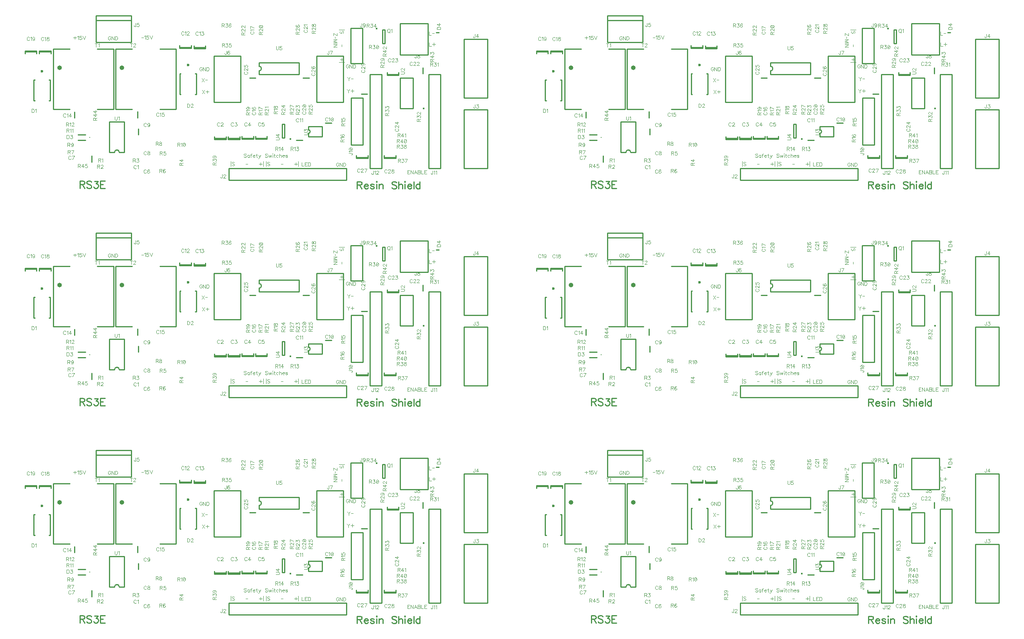
<source format=gbr>
G04 DipTrace 2.4.0.2*
%INTopSilk.gbr*%
%MOIN*%
%ADD10C,0.0098*%
%ADD24C,0.0236*%
%ADD26C,0.0094*%
%ADD35C,0.0154*%
%ADD37O,0.0394X0.0378*%
%ADD89C,0.0046*%
%ADD90C,0.0093*%
%FSLAX44Y44*%
G04*
G70*
G90*
G75*
G01*
%LNTopSilk*%
%LPD*%
X18242Y5059D2*
D10*
X17258D1*
X18242Y4985D2*
X17258D1*
X18242D2*
Y5220D1*
X17258Y4985D2*
Y5220D1*
X19413Y5059D2*
X18429D1*
X19413Y4985D2*
X18429D1*
X19413D2*
Y5220D1*
X18429Y4985D2*
Y5220D1*
X20571Y5065D2*
X19587D1*
X20571Y4990D2*
X19587D1*
X20571D2*
Y5226D1*
X19587Y4990D2*
Y5226D1*
X21722Y5065D2*
X20738D1*
X21722Y4990D2*
X20738D1*
X21722D2*
Y5226D1*
X20738Y4990D2*
Y5226D1*
X6821Y3565D2*
Y3054D1*
X10793Y5370D2*
Y5882D1*
X26701Y6370D2*
X27212D1*
X24748Y4897D2*
X24236D1*
X15277Y12807D2*
X14293D1*
X15277Y12733D2*
X14293D1*
X15277D2*
Y12969D1*
X14293Y12733D2*
Y12969D1*
X16495Y12789D2*
X15511D1*
X16495Y12715D2*
X15511D1*
X16495D2*
Y12951D1*
X15511Y12715D2*
Y12951D1*
X5350Y6803D2*
Y7315D1*
X10705Y6811D2*
Y7323D1*
X2362Y12425D2*
X3346D1*
X2362Y12500D2*
X3346D1*
X2362D2*
Y12264D1*
X3346Y12500D2*
Y12264D1*
X1143Y12429D2*
X2127D1*
X1143Y12504D2*
X2127D1*
X1143D2*
Y12268D1*
X2127Y12504D2*
Y12268D1*
X34981Y11082D2*
Y10571D1*
X32930Y10510D2*
X31945D1*
X32930Y10435D2*
X31945D1*
X32930D2*
Y10671D1*
X31945Y10435D2*
Y10671D1*
X20763Y10213D2*
X20251D1*
X25308Y10212D2*
X24797D1*
X30305Y3445D2*
X29320D1*
X30305Y3371D2*
X29320D1*
X30305D2*
Y3606D1*
X29320Y3371D2*
Y3606D1*
X32680Y3445D2*
X31695D1*
X32680Y3371D2*
X31695D1*
X32680D2*
Y3606D1*
X31695Y3371D2*
Y3606D1*
X30256Y8836D2*
X29744D1*
X3295Y10051D2*
Y8279D1*
X1878Y10051D2*
Y8279D1*
X3295D2*
X3197D1*
X3295Y10051D2*
X3197D1*
X1976Y8279D2*
X1878D1*
X1976Y10051D2*
X1878D1*
D24*
X2587Y10770D3*
X15721Y10587D2*
D10*
Y8815D1*
X14304Y10587D2*
Y8815D1*
X15721D2*
X15623D1*
X15721Y10587D2*
X15623D1*
X14402Y8815D2*
X14304D1*
X14402Y10587D2*
X14304D1*
D24*
X15013Y11305D3*
X6296Y4914D2*
D10*
X5666D1*
X6296Y5386D2*
X5666D1*
D26*
X6666Y5150D3*
X36358Y14077D2*
D10*
X36122D1*
X18500Y2500D2*
X28500D1*
Y1500D1*
X18500D1*
Y2500D1*
X38500D2*
X40500D1*
Y7500D1*
X38500D1*
Y2500D1*
Y8500D2*
X40500D1*
Y13500D1*
X38500D1*
Y8500D1*
X7181Y15508D2*
X10181D1*
X7181Y13224D2*
X10181D1*
X7181D2*
Y15508D1*
X10181Y13224D2*
Y15508D1*
X7181Y15114D2*
X10181D1*
X19474Y8131D2*
Y12068D1*
X17210Y8131D2*
X18549D1*
X17210Y12068D2*
X18549D1*
Y8131D2*
X19474D1*
X17210D2*
Y12068D1*
X19474D2*
X18549D1*
X28209Y8128D2*
Y12065D1*
X25945Y8128D2*
X27284D1*
X25945Y12065D2*
X27284D1*
Y8128D2*
X28209D1*
X25945D2*
Y12065D1*
X28209D2*
X27284D1*
X35425Y12161D2*
Y14839D1*
X33043Y12161D2*
X34500D1*
X33043Y14839D2*
X34500D1*
Y12161D2*
X35425D1*
X33043D2*
Y14839D1*
X35425D2*
X34500D1*
X29866Y14445D2*
X28866D1*
Y11445D1*
X29866D1*
Y14445D1*
X28878Y4500D2*
X29878D1*
Y8501D1*
X28878D1*
Y4500D1*
X35500Y2500D2*
X36500D1*
Y10500D1*
X35500D1*
Y2500D1*
X30500D2*
X31500D1*
Y10500D1*
X30500D1*
Y2500D1*
D35*
X31054Y14403D3*
X31555Y14311D2*
D10*
Y13130D1*
X31752D1*
Y14311D1*
X31555D1*
X8679Y12673D2*
X7301D1*
D37*
X4085Y11083D3*
X8679Y12673D2*
D10*
Y7555D1*
X3561D2*
Y12673D1*
X4939D1*
X3561Y7555D2*
X4939D1*
X8679D2*
X7301D1*
X13986Y12673D2*
X12608D1*
D37*
X9392Y11083D3*
X13986Y12673D2*
D10*
Y7555D1*
X8868D2*
Y12673D1*
X10246D1*
X8868Y7555D2*
X10246D1*
X13986D2*
X12608D1*
X9594Y3884D2*
Y6482D1*
X8334Y3884D2*
Y6482D1*
X9594D2*
X8334D1*
X9594Y3884D2*
X9161D1*
X8767D2*
X8334D1*
X9161D2*
G03X8767Y3884I-197J0D01*
G01*
D35*
X35052Y7612D3*
X34159Y7601D2*
D10*
Y10200D1*
X33057Y7601D2*
Y10200D1*
X34159D2*
X33057D1*
X34159Y7601D2*
X33057D1*
X25242Y5201D2*
X26423D1*
X25242Y6067D2*
X26423D1*
Y5201D2*
Y6067D1*
X25242Y5201D2*
Y5476D1*
Y5791D2*
Y6067D1*
Y5476D2*
G03X25242Y5791I0J158D01*
G01*
D35*
X23712Y5005D3*
X23211Y5097D2*
D10*
Y6278D1*
X23014D1*
Y5097D1*
X23211D1*
X21059Y10490D2*
X24445D1*
X21059Y11513D2*
X24445D1*
Y10490D2*
Y11513D1*
X21059Y10490D2*
Y10805D1*
Y11198D2*
Y11513D1*
Y10805D2*
G03X21059Y11198I0J197D01*
G01*
X10608Y2708D2*
D89*
X10594Y2736D1*
X10565Y2765D1*
X10537Y2779D1*
X10479D1*
X10451Y2765D1*
X10422Y2736D1*
X10407Y2708D1*
X10393Y2665D1*
Y2593D1*
X10407Y2550D1*
X10422Y2521D1*
X10451Y2493D1*
X10479Y2478D1*
X10537D1*
X10565Y2493D1*
X10594Y2521D1*
X10608Y2550D1*
X10701Y2722D2*
X10730Y2736D1*
X10773Y2779D1*
Y2478D1*
X17711Y6336D2*
X17697Y6365D1*
X17668Y6394D1*
X17639Y6408D1*
X17582D1*
X17553Y6394D1*
X17524Y6365D1*
X17510Y6336D1*
X17496Y6293D1*
Y6221D1*
X17510Y6178D1*
X17524Y6150D1*
X17553Y6121D1*
X17582Y6106D1*
X17639D1*
X17668Y6121D1*
X17697Y6150D1*
X17711Y6178D1*
X17818Y6336D2*
Y6350D1*
X17832Y6379D1*
X17847Y6393D1*
X17875Y6408D1*
X17933D1*
X17961Y6393D1*
X17976Y6379D1*
X17990Y6350D1*
Y6322D1*
X17976Y6293D1*
X17947Y6250D1*
X17803Y6106D1*
X18004D1*
X18882Y6336D2*
X18868Y6365D1*
X18839Y6394D1*
X18810Y6408D1*
X18753D1*
X18724Y6394D1*
X18696Y6365D1*
X18681Y6336D1*
X18667Y6293D1*
Y6221D1*
X18681Y6178D1*
X18696Y6150D1*
X18724Y6121D1*
X18753Y6106D1*
X18810D1*
X18839Y6121D1*
X18868Y6150D1*
X18882Y6178D1*
X19004Y6408D2*
X19161D1*
X19075Y6293D1*
X19118D1*
X19147Y6279D1*
X19161Y6264D1*
X19176Y6221D1*
Y6193D1*
X19161Y6150D1*
X19133Y6121D1*
X19089Y6106D1*
X19046D1*
X19004Y6121D1*
X18989Y6135D1*
X18975Y6164D1*
X20032Y6342D2*
X20018Y6371D1*
X19989Y6399D1*
X19961Y6414D1*
X19903D1*
X19875Y6399D1*
X19846Y6371D1*
X19831Y6342D1*
X19817Y6299D1*
Y6227D1*
X19831Y6184D1*
X19846Y6155D1*
X19875Y6127D1*
X19903Y6112D1*
X19961D1*
X19989Y6127D1*
X20018Y6155D1*
X20032Y6184D1*
X20269Y6112D2*
Y6413D1*
X20125Y6213D1*
X20340D1*
X21191Y6342D2*
X21177Y6371D1*
X21148Y6399D1*
X21119Y6414D1*
X21062D1*
X21033Y6399D1*
X21005Y6371D1*
X20990Y6342D1*
X20976Y6299D1*
Y6227D1*
X20990Y6184D1*
X21005Y6155D1*
X21033Y6127D1*
X21062Y6112D1*
X21119D1*
X21148Y6127D1*
X21177Y6155D1*
X21191Y6184D1*
X21456Y6413D2*
X21313D1*
X21298Y6284D1*
X21313Y6299D1*
X21356Y6313D1*
X21399D1*
X21442Y6299D1*
X21470Y6270D1*
X21485Y6227D1*
Y6199D1*
X21470Y6155D1*
X21442Y6127D1*
X21399Y6112D1*
X21356D1*
X21313Y6127D1*
X21298Y6141D1*
X21284Y6170D1*
X11459Y2325D2*
X11445Y2353D1*
X11416Y2382D1*
X11388Y2396D1*
X11330D1*
X11302Y2382D1*
X11273Y2353D1*
X11258Y2325D1*
X11244Y2282D1*
Y2210D1*
X11258Y2167D1*
X11273Y2138D1*
X11302Y2110D1*
X11330Y2095D1*
X11388D1*
X11416Y2110D1*
X11445Y2138D1*
X11459Y2167D1*
X11724Y2353D2*
X11710Y2382D1*
X11667Y2396D1*
X11638D1*
X11595Y2382D1*
X11566Y2339D1*
X11552Y2267D1*
Y2195D1*
X11566Y2138D1*
X11595Y2109D1*
X11638Y2095D1*
X11653D1*
X11695Y2109D1*
X11724Y2138D1*
X11738Y2181D1*
Y2195D1*
X11724Y2239D1*
X11695Y2267D1*
X11653Y2281D1*
X11638D1*
X11595Y2267D1*
X11566Y2239D1*
X11552Y2195D1*
X5053Y3489D2*
X5039Y3517D1*
X5010Y3546D1*
X4982Y3560D1*
X4924D1*
X4895Y3546D1*
X4867Y3517D1*
X4852Y3489D1*
X4838Y3445D1*
Y3373D1*
X4852Y3331D1*
X4867Y3302D1*
X4895Y3273D1*
X4924Y3259D1*
X4982D1*
X5010Y3273D1*
X5039Y3302D1*
X5053Y3331D1*
X5203Y3259D2*
X5347Y3560D1*
X5146D1*
X11470Y3887D2*
X11455Y3916D1*
X11426Y3945D1*
X11398Y3959D1*
X11341D1*
X11312Y3945D1*
X11283Y3916D1*
X11269Y3887D1*
X11254Y3844D1*
Y3772D1*
X11269Y3730D1*
X11283Y3701D1*
X11312Y3672D1*
X11341Y3658D1*
X11398D1*
X11426Y3672D1*
X11455Y3701D1*
X11470Y3730D1*
X11634Y3959D2*
X11591Y3944D1*
X11576Y3916D1*
Y3887D1*
X11591Y3859D1*
X11620Y3844D1*
X11677Y3830D1*
X11720Y3815D1*
X11749Y3787D1*
X11763Y3758D1*
Y3715D1*
X11749Y3686D1*
X11734Y3672D1*
X11691Y3658D1*
X11634D1*
X11591Y3672D1*
X11576Y3686D1*
X11562Y3715D1*
Y3758D1*
X11576Y3787D1*
X11605Y3815D1*
X11648Y3830D1*
X11705Y3844D1*
X11734Y3859D1*
X11749Y3887D1*
Y3916D1*
X11734Y3944D1*
X11691Y3959D1*
X11634D1*
X11470Y6289D2*
X11456Y6317D1*
X11427Y6346D1*
X11398Y6361D1*
X11341D1*
X11312Y6346D1*
X11283Y6317D1*
X11269Y6289D1*
X11255Y6246D1*
Y6174D1*
X11269Y6131D1*
X11283Y6102D1*
X11312Y6074D1*
X11341Y6059D1*
X11398D1*
X11427Y6074D1*
X11456Y6102D1*
X11470Y6131D1*
X11749Y6260D2*
X11735Y6217D1*
X11706Y6188D1*
X11663Y6174D1*
X11649D1*
X11606Y6188D1*
X11577Y6217D1*
X11562Y6260D1*
Y6274D1*
X11577Y6317D1*
X11606Y6346D1*
X11649Y6360D1*
X11663D1*
X11706Y6346D1*
X11735Y6317D1*
X11749Y6260D1*
Y6188D1*
X11735Y6117D1*
X11706Y6073D1*
X11663Y6059D1*
X11634D1*
X11591Y6073D1*
X11577Y6102D1*
X26904Y6760D2*
X26889Y6789D1*
X26861Y6817D1*
X26832Y6832D1*
X26775D1*
X26746Y6817D1*
X26717Y6789D1*
X26703Y6760D1*
X26688Y6717D1*
Y6645D1*
X26703Y6602D1*
X26717Y6573D1*
X26746Y6545D1*
X26775Y6530D1*
X26832D1*
X26861Y6545D1*
X26889Y6573D1*
X26904Y6602D1*
X26996Y6774D2*
X27025Y6789D1*
X27068Y6831D1*
Y6530D1*
X27247Y6831D2*
X27204Y6817D1*
X27175Y6774D1*
X27161Y6702D1*
Y6659D1*
X27175Y6588D1*
X27204Y6545D1*
X27247Y6530D1*
X27276D1*
X27319Y6545D1*
X27347Y6588D1*
X27362Y6659D1*
Y6702D1*
X27347Y6774D1*
X27319Y6817D1*
X27276Y6831D1*
X27247D1*
X27347Y6774D2*
X27175Y6588D1*
X24414Y6690D2*
X24399Y6718D1*
X24370Y6747D1*
X24342Y6761D1*
X24285D1*
X24256Y6747D1*
X24227Y6718D1*
X24213Y6690D1*
X24198Y6646D1*
Y6574D1*
X24213Y6532D1*
X24227Y6503D1*
X24256Y6474D1*
X24285Y6460D1*
X24342D1*
X24370Y6474D1*
X24399Y6503D1*
X24414Y6532D1*
X24506Y6703D2*
X24535Y6718D1*
X24578Y6761D1*
Y6460D1*
X24671Y6703D2*
X24700Y6718D1*
X24743Y6761D1*
Y6460D1*
X14664Y14085D2*
X14649Y14113D1*
X14621Y14142D1*
X14592Y14156D1*
X14535D1*
X14506Y14142D1*
X14477Y14113D1*
X14463Y14085D1*
X14449Y14041D1*
Y13970D1*
X14463Y13927D1*
X14477Y13898D1*
X14506Y13869D1*
X14535Y13855D1*
X14592D1*
X14621Y13869D1*
X14649Y13898D1*
X14664Y13927D1*
X14756Y14099D2*
X14785Y14113D1*
X14828Y14156D1*
Y13855D1*
X14936Y14084D2*
Y14099D1*
X14950Y14127D1*
X14964Y14142D1*
X14993Y14156D1*
X15050D1*
X15079Y14142D1*
X15093Y14127D1*
X15108Y14099D1*
Y14070D1*
X15093Y14041D1*
X15065Y13998D1*
X14921Y13855D1*
X15122D1*
X15882Y14067D2*
X15867Y14095D1*
X15839Y14124D1*
X15810Y14138D1*
X15753D1*
X15724Y14124D1*
X15695Y14095D1*
X15681Y14067D1*
X15666Y14024D1*
Y13952D1*
X15681Y13909D1*
X15695Y13880D1*
X15724Y13851D1*
X15753Y13837D1*
X15810D1*
X15839Y13851D1*
X15867Y13880D1*
X15882Y13909D1*
X15974Y14081D2*
X16003Y14095D1*
X16046Y14138D1*
Y13837D1*
X16168Y14138D2*
X16325D1*
X16239Y14023D1*
X16282D1*
X16311Y14009D1*
X16325Y13995D1*
X16340Y13952D1*
Y13923D1*
X16325Y13880D1*
X16297Y13851D1*
X16254Y13837D1*
X16211D1*
X16168Y13851D1*
X16153Y13866D1*
X16139Y13894D1*
X4616Y7100D2*
X4602Y7128D1*
X4573Y7157D1*
X4545Y7171D1*
X4487D1*
X4459Y7157D1*
X4430Y7128D1*
X4415Y7100D1*
X4401Y7057D1*
Y6985D1*
X4415Y6942D1*
X4430Y6913D1*
X4459Y6884D1*
X4487Y6870D1*
X4545D1*
X4573Y6884D1*
X4602Y6913D1*
X4616Y6942D1*
X4709Y7114D2*
X4738Y7128D1*
X4781Y7171D1*
Y6870D1*
X5017D2*
Y7171D1*
X4874Y6970D1*
X5089D1*
X12533Y7169D2*
X12519Y7198D1*
X12490Y7227D1*
X12462Y7241D1*
X12404D1*
X12376Y7227D1*
X12347Y7198D1*
X12332Y7169D1*
X12318Y7126D1*
Y7054D1*
X12332Y7011D1*
X12347Y6983D1*
X12376Y6954D1*
X12404Y6939D1*
X12462D1*
X12490Y6954D1*
X12519Y6983D1*
X12533Y7011D1*
X12626Y7183D2*
X12655Y7198D1*
X12698Y7241D1*
Y6939D1*
X12963Y7241D2*
X12819D1*
X12805Y7112D1*
X12819Y7126D1*
X12863Y7140D1*
X12905D1*
X12948Y7126D1*
X12977Y7097D1*
X12992Y7054D1*
Y7026D1*
X12977Y6983D1*
X12948Y6954D1*
X12905Y6939D1*
X12863D1*
X12819Y6954D1*
X12805Y6968D1*
X12791Y6997D1*
X20534Y7284D2*
X20505Y7270D1*
X20476Y7241D1*
X20462Y7212D1*
Y7155D1*
X20476Y7126D1*
X20505Y7097D1*
X20534Y7083D1*
X20577Y7069D1*
X20649D1*
X20692Y7083D1*
X20720Y7097D1*
X20749Y7126D1*
X20763Y7155D1*
Y7212D1*
X20749Y7241D1*
X20720Y7270D1*
X20692Y7284D1*
X20520Y7377D2*
X20505Y7405D1*
X20462Y7448D1*
X20763D1*
X20505Y7713D2*
X20477Y7699D1*
X20462Y7656D1*
Y7627D1*
X20477Y7584D1*
X20520Y7555D1*
X20591Y7541D1*
X20663D1*
X20720Y7555D1*
X20749Y7584D1*
X20763Y7627D1*
Y7642D1*
X20749Y7684D1*
X20720Y7713D1*
X20677Y7727D1*
X20663D1*
X20620Y7713D1*
X20591Y7684D1*
X20577Y7642D1*
Y7627D1*
X20591Y7584D1*
X20620Y7555D1*
X20663Y7541D1*
X20375Y14152D2*
X20347Y14138D1*
X20318Y14109D1*
X20304Y14080D1*
Y14023D1*
X20318Y13994D1*
X20347Y13966D1*
X20375Y13951D1*
X20418Y13937D1*
X20490D1*
X20533Y13951D1*
X20562Y13966D1*
X20590Y13994D1*
X20605Y14023D1*
Y14080D1*
X20590Y14109D1*
X20562Y14138D1*
X20533Y14152D1*
X20361Y14245D2*
X20347Y14274D1*
X20304Y14317D1*
X20605D1*
Y14467D2*
X20304Y14610D1*
Y14409D1*
X2733Y13616D2*
X2719Y13644D1*
X2690Y13673D1*
X2661Y13687D1*
X2604D1*
X2575Y13673D1*
X2547Y13644D1*
X2532Y13616D1*
X2518Y13573D1*
Y13501D1*
X2532Y13458D1*
X2547Y13429D1*
X2575Y13401D1*
X2604Y13386D1*
X2661D1*
X2690Y13401D1*
X2719Y13429D1*
X2733Y13458D1*
X2826Y13630D2*
X2854Y13644D1*
X2898Y13687D1*
Y13386D1*
X3062Y13687D2*
X3019Y13673D1*
X3005Y13644D1*
Y13615D1*
X3019Y13587D1*
X3048Y13572D1*
X3105Y13558D1*
X3148Y13544D1*
X3177Y13515D1*
X3191Y13486D1*
Y13443D1*
X3177Y13415D1*
X3162Y13400D1*
X3119Y13386D1*
X3062D1*
X3019Y13400D1*
X3005Y13415D1*
X2990Y13443D1*
Y13486D1*
X3005Y13515D1*
X3033Y13544D1*
X3076Y13558D1*
X3134Y13572D1*
X3162Y13587D1*
X3177Y13615D1*
Y13644D1*
X3162Y13673D1*
X3119Y13687D1*
X3062D1*
X1520Y13620D2*
X1506Y13648D1*
X1477Y13677D1*
X1449Y13692D1*
X1391D1*
X1362Y13677D1*
X1334Y13648D1*
X1319Y13620D1*
X1305Y13577D1*
Y13505D1*
X1319Y13462D1*
X1334Y13433D1*
X1362Y13405D1*
X1391Y13390D1*
X1449D1*
X1477Y13405D1*
X1506Y13433D1*
X1520Y13462D1*
X1613Y13634D2*
X1642Y13648D1*
X1685Y13691D1*
Y13390D1*
X1964Y13591D2*
X1950Y13548D1*
X1921Y13519D1*
X1878Y13505D1*
X1864D1*
X1821Y13519D1*
X1792Y13548D1*
X1778Y13591D1*
Y13605D1*
X1792Y13648D1*
X1821Y13677D1*
X1864Y13691D1*
X1878D1*
X1921Y13677D1*
X1950Y13648D1*
X1964Y13591D1*
Y13519D1*
X1950Y13447D1*
X1921Y13404D1*
X1878Y13390D1*
X1850D1*
X1806Y13404D1*
X1792Y13433D1*
X24804Y7337D2*
X24776Y7323D1*
X24747Y7294D1*
X24733Y7265D1*
Y7208D1*
X24747Y7179D1*
X24776Y7151D1*
X24804Y7136D1*
X24847Y7122D1*
X24919D1*
X24962Y7136D1*
X24991Y7151D1*
X25020Y7179D1*
X25034Y7208D1*
Y7265D1*
X25020Y7294D1*
X24991Y7323D1*
X24962Y7337D1*
X24805Y7444D2*
X24790D1*
X24762Y7459D1*
X24747Y7473D1*
X24733Y7502D1*
Y7559D1*
X24747Y7588D1*
X24762Y7602D1*
X24790Y7616D1*
X24819D1*
X24848Y7602D1*
X24891Y7573D1*
X25034Y7430D1*
Y7631D1*
X24733Y7810D2*
X24747Y7766D1*
X24790Y7738D1*
X24862Y7723D1*
X24905D1*
X24977Y7738D1*
X25020Y7766D1*
X25034Y7810D1*
Y7838D1*
X25020Y7881D1*
X24977Y7910D1*
X24905Y7924D1*
X24862D1*
X24790Y7910D1*
X24747Y7881D1*
X24733Y7838D1*
Y7810D1*
X24790Y7910D2*
X24977Y7738D1*
X24938Y14295D2*
X24910Y14281D1*
X24881Y14252D1*
X24866Y14224D1*
Y14166D1*
X24881Y14138D1*
X24910Y14109D1*
X24938Y14094D1*
X24981Y14080D1*
X25053D1*
X25096Y14094D1*
X25125Y14109D1*
X25153Y14138D1*
X25168Y14166D1*
Y14224D1*
X25153Y14252D1*
X25125Y14281D1*
X25096Y14295D1*
X24938Y14403D2*
X24924D1*
X24895Y14417D1*
X24881Y14431D1*
X24867Y14460D1*
Y14517D1*
X24881Y14546D1*
X24895Y14560D1*
X24924Y14575D1*
X24953D1*
X24982Y14560D1*
X25024Y14532D1*
X25168Y14388D1*
Y14589D1*
X24924Y14682D2*
X24910Y14710D1*
X24867Y14754D1*
X25168D1*
X34086Y11490D2*
X34072Y11518D1*
X34043Y11547D1*
X34014Y11561D1*
X33957D1*
X33928Y11547D1*
X33899Y11518D1*
X33885Y11490D1*
X33871Y11447D1*
Y11375D1*
X33885Y11332D1*
X33899Y11303D1*
X33928Y11275D1*
X33957Y11260D1*
X34014D1*
X34043Y11275D1*
X34072Y11303D1*
X34086Y11332D1*
X34193Y11489D2*
Y11504D1*
X34207Y11533D1*
X34222Y11547D1*
X34250Y11561D1*
X34308D1*
X34336Y11547D1*
X34351Y11533D1*
X34365Y11504D1*
Y11475D1*
X34351Y11446D1*
X34322Y11404D1*
X34178Y11260D1*
X34379D1*
X34487Y11489D2*
Y11504D1*
X34501Y11533D1*
X34515Y11547D1*
X34544Y11561D1*
X34601D1*
X34630Y11547D1*
X34644Y11533D1*
X34659Y11504D1*
Y11475D1*
X34644Y11446D1*
X34616Y11404D1*
X34472Y11260D1*
X34673D1*
X32252Y11787D2*
X32237Y11815D1*
X32209Y11844D1*
X32180Y11859D1*
X32123D1*
X32094Y11844D1*
X32065Y11815D1*
X32051Y11787D1*
X32036Y11744D1*
Y11672D1*
X32051Y11629D1*
X32065Y11600D1*
X32094Y11572D1*
X32123Y11557D1*
X32180D1*
X32209Y11572D1*
X32237Y11600D1*
X32252Y11629D1*
X32359Y11787D2*
Y11801D1*
X32373Y11830D1*
X32387Y11844D1*
X32416Y11858D1*
X32474D1*
X32502Y11844D1*
X32516Y11830D1*
X32531Y11801D1*
Y11772D1*
X32516Y11744D1*
X32488Y11701D1*
X32344Y11557D1*
X32545D1*
X32667Y11858D2*
X32824D1*
X32738Y11744D1*
X32781D1*
X32810Y11729D1*
X32824Y11715D1*
X32839Y11672D1*
Y11643D1*
X32824Y11600D1*
X32796Y11571D1*
X32753Y11557D1*
X32709D1*
X32667Y11571D1*
X32652Y11586D1*
X32638Y11615D1*
X32686Y5883D2*
X32657Y5868D1*
X32629Y5839D1*
X32614Y5811D1*
Y5754D1*
X32629Y5725D1*
X32657Y5696D1*
X32686Y5682D1*
X32729Y5667D1*
X32801D1*
X32844Y5682D1*
X32873Y5696D1*
X32901Y5725D1*
X32916Y5754D1*
Y5811D1*
X32901Y5839D1*
X32873Y5868D1*
X32844Y5883D1*
X32686Y5990D2*
X32672D1*
X32643Y6004D1*
X32629Y6018D1*
X32615Y6047D1*
Y6105D1*
X32629Y6133D1*
X32643Y6147D1*
X32672Y6162D1*
X32701D1*
X32729Y6147D1*
X32772Y6119D1*
X32916Y5975D1*
Y6176D1*
Y6412D2*
X32615D1*
X32815Y6269D1*
Y6484D1*
X19844Y10735D2*
X19816Y10721D1*
X19787Y10692D1*
X19772Y10664D1*
Y10606D1*
X19787Y10577D1*
X19816Y10549D1*
X19844Y10534D1*
X19887Y10520D1*
X19959D1*
X20002Y10534D1*
X20031Y10549D1*
X20059Y10577D1*
X20074Y10606D1*
Y10664D1*
X20059Y10692D1*
X20031Y10721D1*
X20002Y10735D1*
X19844Y10843D2*
X19830D1*
X19801Y10857D1*
X19787Y10871D1*
X19773Y10900D1*
Y10957D1*
X19787Y10986D1*
X19801Y11000D1*
X19830Y11015D1*
X19859D1*
X19888Y11000D1*
X19930Y10972D1*
X20074Y10828D1*
Y11029D1*
X19773Y11294D2*
Y11150D1*
X19902Y11136D1*
X19888Y11150D1*
X19873Y11193D1*
Y11236D1*
X19888Y11279D1*
X19916Y11308D1*
X19959Y11322D1*
X19988D1*
X20031Y11308D1*
X20060Y11279D1*
X20074Y11236D1*
Y11193D1*
X20060Y11150D1*
X20045Y11136D1*
X20017Y11122D1*
X25582Y10624D2*
X25554Y10610D1*
X25525Y10581D1*
X25511Y10553D1*
Y10495D1*
X25525Y10467D1*
X25554Y10438D1*
X25582Y10423D1*
X25625Y10409D1*
X25697D1*
X25740Y10423D1*
X25769Y10438D1*
X25798Y10467D1*
X25812Y10495D1*
Y10553D1*
X25798Y10581D1*
X25769Y10610D1*
X25740Y10624D1*
X25583Y10732D2*
X25568D1*
X25540Y10746D1*
X25525Y10760D1*
X25511Y10789D1*
Y10846D1*
X25525Y10875D1*
X25540Y10889D1*
X25568Y10904D1*
X25597D1*
X25626Y10889D1*
X25669Y10861D1*
X25812Y10717D1*
Y10918D1*
X25554Y11183D2*
X25525Y11169D1*
X25511Y11125D1*
Y11097D1*
X25525Y11054D1*
X25568Y11025D1*
X25640Y11011D1*
X25712D1*
X25769Y11025D1*
X25798Y11054D1*
X25812Y11097D1*
Y11111D1*
X25798Y11154D1*
X25769Y11183D1*
X25726Y11197D1*
X25712D1*
X25669Y11183D1*
X25640Y11154D1*
X25626Y11111D1*
Y11097D1*
X25640Y11054D1*
X25669Y11025D1*
X25712Y11011D1*
X29627Y2410D2*
X29612Y2438D1*
X29583Y2467D1*
X29555Y2481D1*
X29498D1*
X29469Y2467D1*
X29440Y2438D1*
X29426Y2410D1*
X29411Y2367D1*
Y2295D1*
X29426Y2252D1*
X29440Y2223D1*
X29469Y2195D1*
X29498Y2180D1*
X29555D1*
X29583Y2195D1*
X29612Y2223D1*
X29627Y2252D1*
X29734Y2409D2*
Y2424D1*
X29748Y2453D1*
X29762Y2467D1*
X29791Y2481D1*
X29848D1*
X29877Y2467D1*
X29891Y2453D1*
X29906Y2424D1*
Y2395D1*
X29891Y2366D1*
X29863Y2324D1*
X29719Y2180D1*
X29920D1*
X30070D2*
X30214Y2481D1*
X30013D1*
X31939Y2347D2*
X31925Y2376D1*
X31896Y2405D1*
X31868Y2419D1*
X31810D1*
X31781Y2405D1*
X31753Y2376D1*
X31738Y2347D1*
X31724Y2304D1*
Y2232D1*
X31738Y2189D1*
X31753Y2161D1*
X31781Y2132D1*
X31810Y2117D1*
X31868D1*
X31896Y2132D1*
X31925Y2161D1*
X31939Y2189D1*
X32046Y2347D2*
Y2361D1*
X32061Y2390D1*
X32075Y2404D1*
X32104Y2419D1*
X32161D1*
X32190Y2404D1*
X32204Y2390D1*
X32219Y2361D1*
Y2333D1*
X32204Y2304D1*
X32175Y2261D1*
X32032Y2117D1*
X32233D1*
X32397Y2419D2*
X32354Y2404D1*
X32340Y2376D1*
Y2347D1*
X32354Y2318D1*
X32383Y2304D1*
X32440Y2290D1*
X32483Y2275D1*
X32512Y2246D1*
X32526Y2218D1*
Y2175D1*
X32512Y2146D1*
X32498Y2132D1*
X32454Y2117D1*
X32397D1*
X32354Y2132D1*
X32340Y2146D1*
X32325Y2175D1*
Y2218D1*
X32340Y2246D1*
X32369Y2275D1*
X32411Y2290D1*
X32469Y2304D1*
X32498Y2318D1*
X32512Y2347D1*
Y2376D1*
X32498Y2404D1*
X32454Y2419D1*
X32397D1*
X29819Y10890D2*
X29790Y10875D1*
X29762Y10847D1*
X29747Y10818D1*
Y10761D1*
X29762Y10732D1*
X29790Y10703D1*
X29819Y10689D1*
X29862Y10674D1*
X29934D1*
X29977Y10689D1*
X30006Y10703D1*
X30034Y10732D1*
X30049Y10761D1*
Y10818D1*
X30034Y10847D1*
X30006Y10875D1*
X29977Y10890D1*
X29819Y10997D2*
X29805D1*
X29776Y11011D1*
X29762Y11025D1*
X29748Y11054D1*
Y11112D1*
X29762Y11140D1*
X29776Y11154D1*
X29805Y11169D1*
X29834D1*
X29862Y11154D1*
X29905Y11126D1*
X30049Y10982D1*
Y11183D1*
X29848Y11463D2*
X29891Y11448D1*
X29920Y11419D1*
X29934Y11376D1*
Y11362D1*
X29920Y11319D1*
X29891Y11290D1*
X29848Y11276D1*
X29834D1*
X29790Y11290D1*
X29762Y11319D1*
X29748Y11362D1*
Y11376D1*
X29762Y11419D1*
X29790Y11448D1*
X29848Y11463D1*
X29920D1*
X29991Y11448D1*
X30035Y11419D1*
X30049Y11376D1*
Y11348D1*
X30035Y11305D1*
X30006Y11290D1*
X1729Y7558D2*
Y7256D1*
X1830D1*
X1873Y7271D1*
X1902Y7299D1*
X1916Y7328D1*
X1930Y7371D1*
Y7443D1*
X1916Y7486D1*
X1902Y7515D1*
X1873Y7543D1*
X1830Y7558D1*
X1729D1*
X2023Y7500D2*
X2052Y7515D1*
X2095Y7557D1*
Y7256D1*
X14950Y7998D2*
Y7697D1*
X15050D1*
X15093Y7712D1*
X15122Y7740D1*
X15136Y7769D1*
X15151Y7812D1*
Y7884D1*
X15136Y7927D1*
X15122Y7955D1*
X15093Y7984D1*
X15050Y7998D1*
X14950D1*
X15258Y7926D2*
Y7941D1*
X15272Y7970D1*
X15286Y7984D1*
X15315Y7998D1*
X15373D1*
X15401Y7984D1*
X15415Y7970D1*
X15430Y7941D1*
Y7912D1*
X15415Y7883D1*
X15387Y7841D1*
X15243Y7697D1*
X15444D1*
X4701Y5341D2*
Y5040D1*
X4801D1*
X4844Y5054D1*
X4873Y5083D1*
X4887Y5112D1*
X4902Y5154D1*
Y5226D1*
X4887Y5270D1*
X4873Y5298D1*
X4844Y5327D1*
X4801Y5341D1*
X4701D1*
X5023D2*
X5181D1*
X5095Y5226D1*
X5138D1*
X5166Y5212D1*
X5181Y5198D1*
X5195Y5154D1*
Y5126D1*
X5181Y5083D1*
X5152Y5054D1*
X5109Y5040D1*
X5066D1*
X5023Y5054D1*
X5009Y5069D1*
X4994Y5097D1*
X36195Y14348D2*
X36496D1*
Y14448D1*
X36481Y14492D1*
X36453Y14520D1*
X36424Y14535D1*
X36381Y14549D1*
X36309D1*
X36266Y14535D1*
X36238Y14520D1*
X36209Y14492D1*
X36195Y14448D1*
Y14348D1*
X36496Y14785D2*
X36195D1*
X36395Y14642D1*
Y14857D1*
X17925Y1989D2*
Y1759D1*
X17911Y1716D1*
X17896Y1702D1*
X17868Y1687D1*
X17839D1*
X17810Y1702D1*
X17796Y1716D1*
X17781Y1759D1*
Y1788D1*
X18032Y1917D2*
Y1931D1*
X18046Y1960D1*
X18061Y1974D1*
X18090Y1988D1*
X18147D1*
X18175Y1974D1*
X18190Y1960D1*
X18204Y1931D1*
Y1902D1*
X18190Y1873D1*
X18161Y1831D1*
X18018Y1687D1*
X18219D1*
X39425Y7939D2*
Y7710D1*
X39411Y7667D1*
X39396Y7652D1*
X39368Y7638D1*
X39339D1*
X39310Y7652D1*
X39296Y7667D1*
X39281Y7710D1*
Y7738D1*
X39546Y7939D2*
X39704D1*
X39618Y7824D1*
X39661D1*
X39690Y7810D1*
X39704Y7796D1*
X39719Y7753D1*
Y7724D1*
X39704Y7681D1*
X39675Y7652D1*
X39632Y7638D1*
X39589D1*
X39546Y7652D1*
X39532Y7667D1*
X39518Y7695D1*
X39418Y13939D2*
Y13710D1*
X39404Y13667D1*
X39389Y13652D1*
X39360Y13638D1*
X39332D1*
X39303Y13652D1*
X39289Y13667D1*
X39274Y13710D1*
Y13738D1*
X39654Y13638D2*
Y13939D1*
X39511Y13738D1*
X39726D1*
X10562Y14886D2*
Y14657D1*
X10548Y14614D1*
X10533Y14599D1*
X10504Y14585D1*
X10476D1*
X10447Y14599D1*
X10433Y14614D1*
X10418Y14657D1*
Y14685D1*
X10827Y14886D2*
X10683D1*
X10669Y14757D1*
X10683Y14771D1*
X10726Y14786D1*
X10769D1*
X10812Y14771D1*
X10841Y14743D1*
X10855Y14699D1*
Y14671D1*
X10841Y14628D1*
X10812Y14599D1*
X10769Y14585D1*
X10726D1*
X10683Y14599D1*
X10669Y14614D1*
X10654Y14642D1*
X18274Y12508D2*
Y12278D1*
X18260Y12235D1*
X18245Y12221D1*
X18217Y12206D1*
X18188D1*
X18160Y12221D1*
X18145Y12235D1*
X18131Y12278D1*
Y12307D1*
X18539Y12465D2*
X18525Y12493D1*
X18482Y12507D1*
X18453D1*
X18410Y12493D1*
X18381Y12450D1*
X18367Y12378D1*
Y12307D1*
X18381Y12249D1*
X18410Y12221D1*
X18453Y12206D1*
X18467D1*
X18510Y12221D1*
X18539Y12249D1*
X18553Y12292D1*
Y12307D1*
X18539Y12350D1*
X18510Y12378D1*
X18467Y12393D1*
X18453D1*
X18410Y12378D1*
X18381Y12350D1*
X18367Y12307D1*
X27002Y12504D2*
Y12274D1*
X26988Y12231D1*
X26973Y12217D1*
X26945Y12202D1*
X26916D1*
X26887Y12217D1*
X26873Y12231D1*
X26858Y12274D1*
Y12303D1*
X27152Y12202D2*
X27296Y12504D1*
X27095D1*
X34428Y12222D2*
Y11993D1*
X34413Y11950D1*
X34399Y11935D1*
X34370Y11921D1*
X34341D1*
X34313Y11935D1*
X34299Y11950D1*
X34284Y11993D1*
Y12021D1*
X34592Y12222D2*
X34549Y12208D1*
X34535Y12179D1*
Y12150D1*
X34549Y12122D1*
X34578Y12107D1*
X34635Y12093D1*
X34678Y12079D1*
X34707Y12050D1*
X34721Y12021D1*
Y11978D1*
X34707Y11950D1*
X34692Y11935D1*
X34649Y11921D1*
X34592D1*
X34549Y11935D1*
X34535Y11950D1*
X34520Y11978D1*
Y12021D1*
X34535Y12050D1*
X34563Y12079D1*
X34606Y12093D1*
X34664Y12107D1*
X34692Y12122D1*
X34707Y12150D1*
Y12179D1*
X34692Y12208D1*
X34649Y12222D1*
X34592D1*
X29798Y14840D2*
Y14611D1*
X29784Y14568D1*
X29769Y14554D1*
X29741Y14539D1*
X29712D1*
X29684Y14554D1*
X29669Y14568D1*
X29655Y14611D1*
Y14639D1*
X30078Y14740D2*
X30063Y14697D1*
X30035Y14668D1*
X29991Y14654D1*
X29977D1*
X29934Y14668D1*
X29906Y14697D1*
X29891Y14740D1*
Y14754D1*
X29906Y14797D1*
X29934Y14826D1*
X29977Y14840D1*
X29991D1*
X30035Y14826D1*
X30063Y14797D1*
X30078Y14740D1*
Y14668D1*
X30063Y14596D1*
X30035Y14553D1*
X29991Y14539D1*
X29963D1*
X29920Y14553D1*
X29906Y14582D1*
X28696Y3801D2*
X28925D1*
X28968Y3787D1*
X28982Y3772D1*
X28997Y3744D1*
Y3715D1*
X28982Y3686D1*
X28968Y3672D1*
X28925Y3657D1*
X28897D1*
X28753Y3894D2*
X28739Y3923D1*
X28696Y3966D1*
X28997D1*
X28696Y4145D2*
X28710Y4101D1*
X28753Y4073D1*
X28825Y4058D1*
X28868D1*
X28940Y4073D1*
X28983Y4101D1*
X28997Y4145D1*
Y4173D1*
X28983Y4216D1*
X28940Y4245D1*
X28868Y4259D1*
X28825D1*
X28753Y4245D1*
X28710Y4216D1*
X28696Y4173D1*
Y4145D1*
X28753Y4245D2*
X28940Y4073D1*
X35820Y2316D2*
Y2086D1*
X35806Y2043D1*
X35791Y2029D1*
X35763Y2014D1*
X35734D1*
X35705Y2029D1*
X35691Y2043D1*
X35676Y2086D1*
Y2115D1*
X35913Y2258D2*
X35942Y2273D1*
X35985Y2315D1*
Y2014D1*
X36077Y2258D2*
X36106Y2273D1*
X36149Y2315D1*
Y2014D1*
X30777Y2295D2*
Y2065D1*
X30763Y2022D1*
X30748Y2008D1*
X30719Y1993D1*
X30691D1*
X30662Y2008D1*
X30648Y2022D1*
X30633Y2065D1*
Y2094D1*
X30869Y2237D2*
X30898Y2252D1*
X30941Y2295D1*
Y1993D1*
X31049Y2223D2*
Y2237D1*
X31063Y2266D1*
X31077Y2280D1*
X31106Y2295D1*
X31163D1*
X31192Y2280D1*
X31206Y2266D1*
X31221Y2237D1*
Y2209D1*
X31206Y2180D1*
X31178Y2137D1*
X31034Y1993D1*
X31235D1*
X32055Y14370D2*
X32027Y14356D1*
X31998Y14327D1*
X31983Y14298D1*
X31969Y14255D1*
Y14183D1*
X31983Y14140D1*
X31998Y14112D1*
X32027Y14083D1*
X32055Y14068D1*
X32112D1*
X32141Y14083D1*
X32170Y14112D1*
X32184Y14140D1*
X32199Y14183D1*
Y14255D1*
X32184Y14298D1*
X32170Y14327D1*
X32141Y14356D1*
X32112Y14370D1*
X32055D1*
X32098Y14126D2*
X32184Y14040D1*
X32291Y14312D2*
X32320Y14326D1*
X32363Y14369D1*
Y14068D1*
X7394Y3211D2*
X7523D1*
X7567Y3226D1*
X7581Y3240D1*
X7595Y3269D1*
Y3298D1*
X7581Y3326D1*
X7567Y3341D1*
X7523Y3355D1*
X7394D1*
Y3054D1*
X7495Y3211D2*
X7595Y3054D1*
X7688Y3297D2*
X7717Y3312D1*
X7760Y3355D1*
Y3054D1*
X7302Y2660D2*
X7431D1*
X7474Y2674D1*
X7489Y2689D1*
X7503Y2717D1*
Y2746D1*
X7489Y2774D1*
X7474Y2789D1*
X7431Y2803D1*
X7302D1*
Y2502D1*
X7402Y2660D2*
X7503Y2502D1*
X7610Y2731D2*
Y2746D1*
X7624Y2774D1*
X7639Y2789D1*
X7667Y2803D1*
X7725D1*
X7753Y2789D1*
X7768Y2774D1*
X7782Y2746D1*
Y2717D1*
X7768Y2688D1*
X7739Y2645D1*
X7595Y2502D1*
X7796D1*
X10336Y3182D2*
X10465D1*
X10508Y3196D1*
X10523Y3211D1*
X10537Y3239D1*
Y3268D1*
X10523Y3296D1*
X10508Y3311D1*
X10465Y3325D1*
X10336D1*
Y3024D1*
X10437Y3182D2*
X10537Y3024D1*
X10659Y3325D2*
X10816D1*
X10730Y3210D1*
X10773D1*
X10802Y3196D1*
X10816Y3182D1*
X10831Y3139D1*
Y3110D1*
X10816Y3067D1*
X10788Y3038D1*
X10744Y3024D1*
X10701D1*
X10659Y3038D1*
X10644Y3053D1*
X10630Y3081D1*
X14432Y2768D2*
Y2897D1*
X14417Y2940D1*
X14403Y2954D1*
X14374Y2969D1*
X14345D1*
X14317Y2954D1*
X14302Y2940D1*
X14288Y2897D1*
Y2768D1*
X14589D1*
X14432Y2868D2*
X14589Y2969D1*
Y3205D2*
X14288D1*
X14489Y3061D1*
Y3276D1*
X12630Y3799D2*
X12759D1*
X12802Y3814D1*
X12816Y3828D1*
X12831Y3856D1*
Y3885D1*
X12816Y3914D1*
X12802Y3928D1*
X12759Y3943D1*
X12630D1*
Y3641D1*
X12730Y3799D2*
X12831Y3641D1*
X13095Y3942D2*
X12952D1*
X12938Y3813D1*
X12952Y3827D1*
X12995Y3842D1*
X13038D1*
X13081Y3827D1*
X13110Y3799D1*
X13124Y3756D1*
Y3727D1*
X13110Y3684D1*
X13081Y3655D1*
X13038Y3641D1*
X12995D1*
X12952Y3655D1*
X12938Y3670D1*
X12923Y3698D1*
X12600Y2297D2*
X12729D1*
X12772Y2311D1*
X12786Y2326D1*
X12801Y2354D1*
Y2383D1*
X12786Y2412D1*
X12772Y2426D1*
X12729Y2440D1*
X12600D1*
Y2139D1*
X12700Y2297D2*
X12801Y2139D1*
X13065Y2397D2*
X13051Y2426D1*
X13008Y2440D1*
X12979D1*
X12936Y2426D1*
X12907Y2383D1*
X12893Y2311D1*
Y2239D1*
X12907Y2182D1*
X12936Y2153D1*
X12979Y2139D1*
X12994D1*
X13036Y2153D1*
X13065Y2182D1*
X13080Y2225D1*
Y2239D1*
X13065Y2283D1*
X13036Y2311D1*
X12994Y2325D1*
X12979D1*
X12936Y2311D1*
X12907Y2283D1*
X12893Y2239D1*
X4801Y3900D2*
X4930D1*
X4973Y3914D1*
X4987Y3928D1*
X5002Y3957D1*
Y3986D1*
X4987Y4014D1*
X4973Y4029D1*
X4930Y4043D1*
X4801D1*
Y3742D1*
X4901Y3900D2*
X5002Y3742D1*
X5152D2*
X5295Y4043D1*
X5094D1*
X12270Y4617D2*
X12399D1*
X12442Y4631D1*
X12457Y4646D1*
X12471Y4674D1*
Y4703D1*
X12457Y4731D1*
X12442Y4746D1*
X12399Y4760D1*
X12270D1*
Y4459D1*
X12371Y4617D2*
X12471Y4459D1*
X12636Y4760D2*
X12593Y4746D1*
X12578Y4717D1*
Y4688D1*
X12593Y4660D1*
X12621Y4645D1*
X12679Y4631D1*
X12722Y4617D1*
X12750Y4588D1*
X12765Y4559D1*
Y4516D1*
X12750Y4488D1*
X12736Y4473D1*
X12693Y4459D1*
X12636D1*
X12593Y4473D1*
X12578Y4488D1*
X12564Y4516D1*
Y4559D1*
X12578Y4588D1*
X12607Y4617D1*
X12650Y4631D1*
X12707Y4645D1*
X12736Y4660D1*
X12750Y4688D1*
Y4717D1*
X12736Y4746D1*
X12693Y4760D1*
X12636D1*
X4768Y4519D2*
X4897D1*
X4940Y4534D1*
X4955Y4548D1*
X4969Y4577D1*
Y4606D1*
X4955Y4634D1*
X4940Y4649D1*
X4897Y4663D1*
X4768D1*
Y4362D1*
X4868Y4519D2*
X4969Y4362D1*
X5248Y4563D2*
X5234Y4519D1*
X5205Y4491D1*
X5162Y4476D1*
X5148D1*
X5105Y4491D1*
X5076Y4519D1*
X5061Y4563D1*
Y4577D1*
X5076Y4620D1*
X5105Y4648D1*
X5148Y4663D1*
X5162D1*
X5205Y4648D1*
X5234Y4620D1*
X5248Y4563D1*
Y4491D1*
X5234Y4419D1*
X5205Y4376D1*
X5162Y4362D1*
X5133D1*
X5090Y4376D1*
X5076Y4405D1*
X14120Y4535D2*
X14249D1*
X14292Y4549D1*
X14306Y4564D1*
X14321Y4592D1*
Y4621D1*
X14306Y4649D1*
X14292Y4664D1*
X14249Y4678D1*
X14120D1*
Y4377D1*
X14220Y4535D2*
X14321Y4377D1*
X14413Y4621D2*
X14442Y4635D1*
X14485Y4678D1*
Y4377D1*
X14664Y4678D2*
X14621Y4664D1*
X14592Y4621D1*
X14578Y4549D1*
Y4506D1*
X14592Y4434D1*
X14621Y4391D1*
X14664Y4377D1*
X14693D1*
X14736Y4391D1*
X14764Y4434D1*
X14779Y4506D1*
Y4549D1*
X14764Y4621D1*
X14736Y4664D1*
X14693Y4678D1*
X14664D1*
X14764Y4621D2*
X14592Y4434D1*
X4685Y5735D2*
X4814D1*
X4857Y5749D1*
X4872Y5763D1*
X4886Y5792D1*
Y5821D1*
X4872Y5849D1*
X4857Y5864D1*
X4814Y5878D1*
X4685D1*
Y5577D1*
X4785Y5735D2*
X4886Y5577D1*
X4979Y5820D2*
X5007Y5835D1*
X5051Y5878D1*
Y5577D1*
X5143Y5820D2*
X5172Y5835D1*
X5215Y5878D1*
Y5577D1*
X4652Y6252D2*
X4781D1*
X4824Y6267D1*
X4839Y6281D1*
X4853Y6309D1*
Y6338D1*
X4839Y6367D1*
X4824Y6381D1*
X4781Y6396D1*
X4652D1*
Y6094D1*
X4752Y6252D2*
X4853Y6094D1*
X4945Y6338D2*
X4974Y6352D1*
X5017Y6395D1*
Y6094D1*
X5125Y6324D2*
Y6338D1*
X5139Y6367D1*
X5153Y6381D1*
X5182Y6395D1*
X5239D1*
X5268Y6381D1*
X5282Y6367D1*
X5297Y6338D1*
Y6309D1*
X5282Y6280D1*
X5254Y6238D1*
X5110Y6094D1*
X5311D1*
X23755Y4180D2*
X23884D1*
X23927Y4195D1*
X23942Y4209D1*
X23956Y4237D1*
Y4266D1*
X23942Y4295D1*
X23927Y4309D1*
X23884Y4324D1*
X23755D1*
Y4022D1*
X23855Y4180D2*
X23956Y4022D1*
X24049Y4266D2*
X24077Y4281D1*
X24121Y4323D1*
Y4022D1*
X24242Y4323D2*
X24400D1*
X24314Y4209D1*
X24357D1*
X24385Y4194D1*
X24400Y4180D1*
X24414Y4137D1*
Y4108D1*
X24400Y4065D1*
X24371Y4036D1*
X24328Y4022D1*
X24285D1*
X24242Y4036D1*
X24228Y4051D1*
X24213Y4080D1*
X22454Y4180D2*
X22583D1*
X22626Y4195D1*
X22640Y4209D1*
X22655Y4237D1*
Y4266D1*
X22640Y4295D1*
X22626Y4309D1*
X22583Y4324D1*
X22454D1*
Y4022D1*
X22554Y4180D2*
X22655Y4022D1*
X22747Y4266D2*
X22776Y4281D1*
X22819Y4323D1*
Y4022D1*
X23055D2*
Y4323D1*
X22912Y4123D1*
X23127D1*
X28198Y6131D2*
Y6260D1*
X28183Y6303D1*
X28169Y6317D1*
X28141Y6332D1*
X28112D1*
X28083Y6317D1*
X28069Y6303D1*
X28054Y6260D1*
Y6131D1*
X28356D1*
X28198Y6231D2*
X28356Y6332D1*
X28112Y6424D2*
X28097Y6453D1*
X28055Y6496D1*
X28356D1*
X28055Y6761D2*
Y6618D1*
X28184Y6603D1*
X28169Y6618D1*
X28155Y6661D1*
Y6704D1*
X28169Y6747D1*
X28198Y6776D1*
X28241Y6790D1*
X28270D1*
X28313Y6776D1*
X28342Y6747D1*
X28356Y6704D1*
Y6661D1*
X28342Y6618D1*
X28327Y6603D1*
X28298Y6589D1*
X28135Y4763D2*
Y4892D1*
X28121Y4935D1*
X28107Y4950D1*
X28078Y4964D1*
X28049D1*
X28021Y4950D1*
X28006Y4935D1*
X27992Y4892D1*
Y4763D1*
X28293D1*
X28135Y4863D2*
X28293Y4964D1*
X28050Y5056D2*
X28035Y5085D1*
X27992Y5128D1*
X28293D1*
X28035Y5393D2*
X28006Y5379D1*
X27992Y5336D1*
Y5307D1*
X28006Y5264D1*
X28050Y5235D1*
X28121Y5221D1*
X28193D1*
X28250Y5235D1*
X28279Y5264D1*
X28293Y5307D1*
Y5322D1*
X28279Y5364D1*
X28250Y5393D1*
X28207Y5407D1*
X28193D1*
X28150Y5393D1*
X28121Y5364D1*
X28107Y5322D1*
Y5307D1*
X28121Y5264D1*
X28150Y5235D1*
X28193Y5221D1*
X21168Y7068D2*
Y7197D1*
X21154Y7241D1*
X21139Y7255D1*
X21111Y7269D1*
X21082D1*
X21053Y7255D1*
X21039Y7241D1*
X21025Y7197D1*
Y7068D1*
X21326D1*
X21168Y7169D2*
X21326Y7269D1*
X21082Y7362D2*
X21068Y7391D1*
X21025Y7434D1*
X21326D1*
Y7584D2*
X21025Y7728D1*
Y7527D1*
X22450Y7159D2*
Y7288D1*
X22435Y7331D1*
X22421Y7345D1*
X22393Y7360D1*
X22364D1*
X22335Y7345D1*
X22321Y7331D1*
X22306Y7288D1*
Y7159D1*
X22608D1*
X22450Y7259D2*
X22608Y7360D1*
X22364Y7452D2*
X22349Y7481D1*
X22307Y7524D1*
X22608D1*
X22307Y7688D2*
X22321Y7646D1*
X22349Y7631D1*
X22378D1*
X22407Y7646D1*
X22421Y7674D1*
X22436Y7732D1*
X22450Y7775D1*
X22479Y7803D1*
X22507Y7817D1*
X22550D1*
X22579Y7803D1*
X22593Y7789D1*
X22608Y7746D1*
Y7688D1*
X22593Y7646D1*
X22579Y7631D1*
X22550Y7617D1*
X22507D1*
X22479Y7631D1*
X22450Y7660D1*
X22436Y7703D1*
X22421Y7760D1*
X22407Y7789D1*
X22378Y7803D1*
X22349D1*
X22321Y7789D1*
X22307Y7746D1*
Y7688D1*
X20106Y7082D2*
Y7211D1*
X20091Y7254D1*
X20077Y7269D1*
X20049Y7283D1*
X20020D1*
X19991Y7269D1*
X19977Y7254D1*
X19962Y7211D1*
Y7082D1*
X20264D1*
X20106Y7182D2*
X20264Y7283D1*
X20020Y7376D2*
X20006Y7404D1*
X19963Y7447D1*
X20264D1*
X20063Y7727D2*
X20106Y7712D1*
X20135Y7684D1*
X20149Y7641D1*
Y7626D1*
X20135Y7583D1*
X20106Y7555D1*
X20063Y7540D1*
X20049D1*
X20006Y7555D1*
X19977Y7583D1*
X19963Y7626D1*
Y7641D1*
X19977Y7684D1*
X20006Y7712D1*
X20063Y7727D1*
X20135D1*
X20206Y7712D1*
X20250Y7684D1*
X20264Y7641D1*
Y7612D1*
X20250Y7569D1*
X20221Y7555D1*
X21197Y13898D2*
Y14027D1*
X21183Y14070D1*
X21168Y14085D1*
X21140Y14099D1*
X21111D1*
X21082Y14085D1*
X21068Y14070D1*
X21054Y14027D1*
Y13898D1*
X21355D1*
X21197Y13998D2*
X21355Y14099D1*
X21126Y14206D2*
X21111D1*
X21082Y14220D1*
X21068Y14235D1*
X21054Y14263D1*
Y14321D1*
X21068Y14349D1*
X21082Y14364D1*
X21111Y14378D1*
X21140D1*
X21169Y14364D1*
X21211Y14335D1*
X21355Y14191D1*
Y14392D1*
X21054Y14571D2*
X21068Y14528D1*
X21111Y14499D1*
X21183Y14485D1*
X21226D1*
X21298Y14499D1*
X21341Y14528D1*
X21355Y14571D1*
Y14600D1*
X21341Y14643D1*
X21298Y14671D1*
X21226Y14686D1*
X21183D1*
X21111Y14671D1*
X21068Y14643D1*
X21054Y14600D1*
Y14571D1*
X21111Y14671D2*
X21298Y14499D1*
X21691Y7084D2*
Y7213D1*
X21677Y7256D1*
X21662Y7270D1*
X21634Y7285D1*
X21605D1*
X21577Y7270D1*
X21562Y7256D1*
X21548Y7213D1*
Y7084D1*
X21849D1*
X21691Y7184D2*
X21849Y7285D1*
X21620Y7392D2*
X21605D1*
X21577Y7406D1*
X21562Y7420D1*
X21548Y7449D1*
Y7507D1*
X21562Y7535D1*
X21577Y7549D1*
X21605Y7564D1*
X21634D1*
X21663Y7549D1*
X21706Y7521D1*
X21849Y7377D1*
Y7578D1*
X21605Y7671D2*
X21591Y7700D1*
X21548Y7743D1*
X21849D1*
X19697Y13880D2*
Y14009D1*
X19682Y14052D1*
X19668Y14066D1*
X19640Y14080D1*
X19611D1*
X19582Y14066D1*
X19568Y14052D1*
X19553Y14009D1*
Y13880D1*
X19855D1*
X19697Y13980D2*
X19855Y14080D1*
X19625Y14188D2*
X19611D1*
X19582Y14202D1*
X19568Y14216D1*
X19554Y14245D1*
Y14302D1*
X19568Y14331D1*
X19582Y14345D1*
X19611Y14360D1*
X19640D1*
X19669Y14345D1*
X19711Y14317D1*
X19855Y14173D1*
Y14374D1*
X19625Y14481D2*
X19611D1*
X19582Y14496D1*
X19568Y14510D1*
X19554Y14539D1*
Y14596D1*
X19568Y14625D1*
X19582Y14639D1*
X19611Y14653D1*
X19640D1*
X19669Y14639D1*
X19711Y14610D1*
X19855Y14467D1*
Y14668D1*
X24342Y7094D2*
Y7223D1*
X24327Y7266D1*
X24313Y7280D1*
X24284Y7295D1*
X24256D1*
X24227Y7280D1*
X24213Y7266D1*
X24198Y7223D1*
Y7094D1*
X24500D1*
X24342Y7194D2*
X24500Y7295D1*
X24270Y7402D2*
X24256D1*
X24227Y7416D1*
X24213Y7430D1*
X24199Y7459D1*
Y7516D1*
X24213Y7545D1*
X24227Y7559D1*
X24256Y7574D1*
X24284D1*
X24313Y7559D1*
X24356Y7531D1*
X24500Y7387D1*
Y7588D1*
X24199Y7710D2*
Y7867D1*
X24313Y7781D1*
Y7824D1*
X24328Y7853D1*
X24342Y7867D1*
X24385Y7882D1*
X24413D1*
X24457Y7867D1*
X24485Y7839D1*
X24500Y7795D1*
Y7752D1*
X24485Y7710D1*
X24471Y7695D1*
X24442Y7681D1*
X23109Y7099D2*
Y7228D1*
X23094Y7271D1*
X23080Y7285D1*
X23051Y7300D1*
X23023D1*
X22994Y7285D1*
X22979Y7271D1*
X22965Y7228D1*
Y7099D1*
X23267D1*
X23109Y7199D2*
X23267Y7300D1*
X23037Y7407D2*
X23023D1*
X22994Y7421D1*
X22980Y7435D1*
X22966Y7464D1*
Y7522D1*
X22980Y7550D1*
X22994Y7564D1*
X23023Y7579D1*
X23051D1*
X23080Y7564D1*
X23123Y7536D1*
X23267Y7392D1*
Y7593D1*
Y7829D2*
X22966D1*
X23166Y7686D1*
Y7901D1*
X25415Y7139D2*
Y7268D1*
X25401Y7311D1*
X25386Y7326D1*
X25358Y7340D1*
X25329D1*
X25300Y7326D1*
X25286Y7311D1*
X25272Y7268D1*
Y7139D1*
X25573D1*
X25415Y7240D2*
X25573Y7340D1*
X25344Y7448D2*
X25329D1*
X25300Y7462D1*
X25286Y7476D1*
X25272Y7505D1*
Y7562D1*
X25286Y7591D1*
X25300Y7605D1*
X25329Y7620D1*
X25358D1*
X25387Y7605D1*
X25429Y7577D1*
X25573Y7433D1*
Y7634D1*
X25272Y7899D2*
Y7755D1*
X25401Y7741D1*
X25387Y7755D1*
X25372Y7799D1*
Y7841D1*
X25387Y7884D1*
X25415Y7913D1*
X25458Y7928D1*
X25487D1*
X25530Y7913D1*
X25559Y7884D1*
X25573Y7841D1*
Y7799D1*
X25559Y7755D1*
X25544Y7741D1*
X25516Y7727D1*
X24323Y13949D2*
Y14078D1*
X24308Y14121D1*
X24294Y14136D1*
X24265Y14150D1*
X24236D1*
X24208Y14136D1*
X24193Y14121D1*
X24179Y14078D1*
Y13949D1*
X24480D1*
X24323Y14050D2*
X24480Y14150D1*
X24251Y14258D2*
X24237D1*
X24208Y14272D1*
X24194Y14286D1*
X24179Y14315D1*
Y14372D1*
X24194Y14401D1*
X24208Y14415D1*
X24237Y14430D1*
X24265D1*
X24294Y14415D1*
X24337Y14387D1*
X24480Y14243D1*
Y14444D1*
X24222Y14709D2*
X24194Y14694D1*
X24179Y14651D1*
Y14623D1*
X24194Y14580D1*
X24237Y14551D1*
X24308Y14537D1*
X24380D1*
X24437Y14551D1*
X24466Y14580D1*
X24480Y14623D1*
Y14637D1*
X24466Y14680D1*
X24437Y14709D1*
X24394Y14723D1*
X24380D1*
X24337Y14709D1*
X24308Y14680D1*
X24294Y14637D1*
Y14623D1*
X24308Y14580D1*
X24337Y14551D1*
X24380Y14537D1*
X23827Y7129D2*
Y7258D1*
X23812Y7301D1*
X23798Y7316D1*
X23769Y7330D1*
X23740D1*
X23712Y7316D1*
X23697Y7301D1*
X23683Y7258D1*
Y7129D1*
X23984D1*
X23827Y7229D2*
X23984Y7330D1*
X23755Y7437D2*
X23741D1*
X23712Y7451D1*
X23698Y7466D1*
X23683Y7495D1*
Y7552D1*
X23698Y7580D1*
X23712Y7595D1*
X23741Y7609D1*
X23769D1*
X23798Y7595D1*
X23841Y7566D1*
X23984Y7423D1*
Y7624D1*
Y7774D2*
X23683Y7917D1*
Y7716D1*
X25698Y14005D2*
Y14134D1*
X25683Y14177D1*
X25669Y14191D1*
X25640Y14206D1*
X25611D1*
X25583Y14191D1*
X25568Y14177D1*
X25554Y14134D1*
Y14005D1*
X25856D1*
X25698Y14105D2*
X25856Y14206D1*
X25626Y14313D2*
X25612D1*
X25583Y14327D1*
X25569Y14341D1*
X25554Y14370D1*
Y14428D1*
X25569Y14456D1*
X25583Y14470D1*
X25612Y14485D1*
X25640D1*
X25669Y14470D1*
X25712Y14442D1*
X25856Y14298D1*
Y14499D1*
X25554Y14664D2*
X25569Y14621D1*
X25597Y14606D1*
X25626D1*
X25655Y14621D1*
X25669Y14649D1*
X25683Y14707D1*
X25698Y14750D1*
X25727Y14778D1*
X25755Y14793D1*
X25798D1*
X25827Y14778D1*
X25841Y14764D1*
X25856Y14721D1*
Y14664D1*
X25841Y14621D1*
X25827Y14606D1*
X25798Y14592D1*
X25755D1*
X25727Y14606D1*
X25698Y14635D1*
X25683Y14678D1*
X25669Y14735D1*
X25655Y14764D1*
X25626Y14778D1*
X25597D1*
X25569Y14764D1*
X25554Y14721D1*
Y14664D1*
X31543Y11104D2*
Y11233D1*
X31529Y11276D1*
X31514Y11291D1*
X31486Y11305D1*
X31457D1*
X31429Y11291D1*
X31414Y11276D1*
X31400Y11233D1*
Y11104D1*
X31701D1*
X31543Y11204D2*
X31701Y11305D1*
X31472Y11412D2*
X31457D1*
X31429Y11426D1*
X31414Y11441D1*
X31400Y11470D1*
Y11527D1*
X31414Y11555D1*
X31429Y11570D1*
X31457Y11584D1*
X31486D1*
X31515Y11570D1*
X31558Y11541D1*
X31701Y11398D1*
Y11599D1*
X31500Y11878D2*
X31543Y11863D1*
X31572Y11835D1*
X31586Y11792D1*
Y11777D1*
X31572Y11734D1*
X31543Y11706D1*
X31500Y11691D1*
X31486D1*
X31443Y11706D1*
X31414Y11734D1*
X31400Y11777D1*
Y11792D1*
X31414Y11835D1*
X31443Y11863D1*
X31500Y11878D1*
X31572D1*
X31644Y11863D1*
X31687Y11835D1*
X31701Y11792D1*
Y11763D1*
X31687Y11720D1*
X31658Y11706D1*
X30421Y12852D2*
X30550D1*
X30593Y12866D1*
X30608Y12880D1*
X30622Y12909D1*
Y12938D1*
X30608Y12966D1*
X30593Y12981D1*
X30550Y12995D1*
X30421D1*
Y12694D1*
X30522Y12852D2*
X30622Y12694D1*
X30744Y12995D2*
X30901D1*
X30815Y12880D1*
X30858D1*
X30887Y12866D1*
X30901Y12852D1*
X30916Y12808D1*
Y12780D1*
X30901Y12737D1*
X30873Y12708D1*
X30830Y12694D1*
X30787D1*
X30744Y12708D1*
X30729Y12723D1*
X30715Y12751D1*
X31095Y12995D2*
X31052Y12981D1*
X31023Y12937D1*
X31008Y12866D1*
Y12823D1*
X31023Y12751D1*
X31052Y12708D1*
X31095Y12694D1*
X31123D1*
X31166Y12708D1*
X31195Y12751D1*
X31209Y12823D1*
Y12866D1*
X31195Y12937D1*
X31166Y12981D1*
X31123Y12995D1*
X31095D1*
X31195Y12937D2*
X31023Y12751D1*
X35626Y11359D2*
X35755D1*
X35798Y11373D1*
X35812Y11388D1*
X35827Y11416D1*
Y11445D1*
X35812Y11473D1*
X35798Y11488D1*
X35755Y11502D1*
X35626D1*
Y11201D1*
X35726Y11359D2*
X35827Y11201D1*
X35948Y11502D2*
X36106D1*
X36020Y11387D1*
X36063D1*
X36091Y11373D1*
X36106Y11359D1*
X36120Y11316D1*
Y11287D1*
X36106Y11244D1*
X36077Y11215D1*
X36034Y11201D1*
X35991D1*
X35948Y11215D1*
X35934Y11230D1*
X35919Y11258D1*
X36213Y11445D2*
X36242Y11459D1*
X36285Y11502D1*
Y11201D1*
X34633Y6516D2*
Y6645D1*
X34618Y6688D1*
X34604Y6703D1*
X34575Y6717D1*
X34546D1*
X34518Y6703D1*
X34503Y6688D1*
X34489Y6645D1*
Y6516D1*
X34790D1*
X34633Y6617D2*
X34790Y6717D1*
X34489Y6839D2*
Y6996D1*
X34604Y6910D1*
Y6954D1*
X34618Y6982D1*
X34633Y6996D1*
X34676Y7011D1*
X34704D1*
X34747Y6996D1*
X34776Y6968D1*
X34790Y6925D1*
Y6882D1*
X34776Y6839D1*
X34762Y6825D1*
X34733Y6810D1*
X34561Y7118D2*
X34547D1*
X34518Y7132D1*
X34504Y7147D1*
X34489Y7176D1*
Y7233D1*
X34504Y7261D1*
X34518Y7276D1*
X34547Y7290D1*
X34575D1*
X34604Y7276D1*
X34647Y7247D1*
X34790Y7104D1*
Y7305D1*
X31929Y7014D2*
Y7143D1*
X31915Y7186D1*
X31900Y7200D1*
X31872Y7215D1*
X31843D1*
X31814Y7200D1*
X31800Y7186D1*
X31786Y7143D1*
Y7014D1*
X32087D1*
X31929Y7114D2*
X32087Y7215D1*
X31786Y7336D2*
Y7494D1*
X31901Y7408D1*
Y7451D1*
X31915Y7479D1*
X31929Y7494D1*
X31972Y7508D1*
X32001D1*
X32044Y7494D1*
X32073Y7465D1*
X32087Y7422D1*
Y7379D1*
X32073Y7336D1*
X32058Y7322D1*
X32030Y7307D1*
X31786Y7630D2*
Y7787D1*
X31901Y7701D1*
Y7745D1*
X31915Y7773D1*
X31929Y7787D1*
X31972Y7802D1*
X32001D1*
X32044Y7787D1*
X32073Y7759D1*
X32087Y7716D1*
Y7673D1*
X32073Y7630D1*
X32058Y7616D1*
X32030Y7601D1*
X30227Y14670D2*
X30356D1*
X30399Y14685D1*
X30413Y14699D1*
X30428Y14728D1*
Y14756D1*
X30413Y14785D1*
X30399Y14800D1*
X30356Y14814D1*
X30227D1*
Y14512D1*
X30327Y14670D2*
X30428Y14512D1*
X30549Y14814D2*
X30707D1*
X30621Y14699D1*
X30664D1*
X30692Y14685D1*
X30707Y14670D1*
X30721Y14627D1*
Y14599D1*
X30707Y14556D1*
X30678Y14527D1*
X30635Y14512D1*
X30592D1*
X30549Y14527D1*
X30535Y14541D1*
X30520Y14570D1*
X30958Y14512D2*
Y14814D1*
X30814Y14613D1*
X31029D1*
X17905Y12996D2*
X18034D1*
X18077Y13011D1*
X18092Y13025D1*
X18106Y13054D1*
Y13083D1*
X18092Y13111D1*
X18077Y13126D1*
X18034Y13140D1*
X17905D1*
Y12839D1*
X18006Y12996D2*
X18106Y12839D1*
X18228Y13140D2*
X18385D1*
X18299Y13025D1*
X18342D1*
X18371Y13011D1*
X18385Y12996D1*
X18400Y12953D1*
Y12925D1*
X18385Y12882D1*
X18357Y12853D1*
X18314Y12839D1*
X18271D1*
X18228Y12853D1*
X18213Y12867D1*
X18199Y12896D1*
X18665Y13140D2*
X18521D1*
X18507Y13011D1*
X18521Y13025D1*
X18564Y13040D1*
X18607D1*
X18650Y13025D1*
X18679Y12996D1*
X18693Y12953D1*
Y12925D1*
X18679Y12882D1*
X18650Y12853D1*
X18607Y12839D1*
X18564D1*
X18521Y12853D1*
X18507Y12867D1*
X18492Y12896D1*
X17895Y14682D2*
X18024D1*
X18068Y14696D1*
X18082Y14711D1*
X18096Y14739D1*
Y14768D1*
X18082Y14797D1*
X18068Y14811D1*
X18024Y14825D1*
X17895D1*
Y14524D1*
X17996Y14682D2*
X18096Y14524D1*
X18218Y14825D2*
X18375D1*
X18290Y14710D1*
X18333D1*
X18361Y14696D1*
X18375Y14682D1*
X18390Y14639D1*
Y14610D1*
X18375Y14567D1*
X18347Y14538D1*
X18304Y14524D1*
X18261D1*
X18218Y14538D1*
X18204Y14553D1*
X18189Y14581D1*
X18655Y14782D2*
X18641Y14811D1*
X18597Y14825D1*
X18569D1*
X18526Y14811D1*
X18497Y14768D1*
X18483Y14696D1*
Y14624D1*
X18497Y14567D1*
X18526Y14538D1*
X18569Y14524D1*
X18583D1*
X18626Y14538D1*
X18655Y14567D1*
X18669Y14610D1*
Y14624D1*
X18655Y14668D1*
X18626Y14696D1*
X18583Y14710D1*
X18569D1*
X18526Y14696D1*
X18497Y14668D1*
X18483Y14624D1*
X32881Y3171D2*
X33010D1*
X33053Y3186D1*
X33067Y3200D1*
X33081Y3229D1*
Y3257D1*
X33067Y3286D1*
X33053Y3301D1*
X33010Y3315D1*
X32881D1*
Y3013D1*
X32981Y3171D2*
X33081Y3013D1*
X33203Y3315D2*
X33360D1*
X33275Y3200D1*
X33318D1*
X33346Y3186D1*
X33360Y3171D1*
X33375Y3128D1*
Y3100D1*
X33360Y3057D1*
X33332Y3028D1*
X33289Y3013D1*
X33246D1*
X33203Y3028D1*
X33189Y3042D1*
X33174Y3071D1*
X33525Y3013D2*
X33669Y3315D1*
X33468D1*
X32791Y4378D2*
X32920D1*
X32963Y4393D1*
X32977Y4407D1*
X32992Y4435D1*
Y4464D1*
X32977Y4493D1*
X32963Y4507D1*
X32920Y4522D1*
X32791D1*
Y4220D1*
X32891Y4378D2*
X32992Y4220D1*
X33113Y4521D2*
X33271D1*
X33185Y4406D1*
X33228D1*
X33256Y4392D1*
X33271Y4378D1*
X33285Y4335D1*
Y4306D1*
X33271Y4263D1*
X33242Y4234D1*
X33199Y4220D1*
X33156D1*
X33113Y4234D1*
X33099Y4249D1*
X33084Y4277D1*
X33449Y4521D2*
X33407Y4507D1*
X33392Y4478D1*
Y4450D1*
X33407Y4421D1*
X33435Y4406D1*
X33493Y4392D1*
X33536Y4378D1*
X33564Y4349D1*
X33578Y4321D1*
Y4277D1*
X33564Y4249D1*
X33550Y4234D1*
X33507Y4220D1*
X33449D1*
X33407Y4234D1*
X33392Y4249D1*
X33378Y4277D1*
Y4321D1*
X33392Y4349D1*
X33421Y4378D1*
X33464Y4392D1*
X33521Y4406D1*
X33550Y4421D1*
X33564Y4450D1*
Y4478D1*
X33550Y4507D1*
X33507Y4521D1*
X33449D1*
X17256Y2809D2*
Y2938D1*
X17242Y2981D1*
X17228Y2996D1*
X17199Y3010D1*
X17170D1*
X17142Y2996D1*
X17127Y2981D1*
X17113Y2938D1*
Y2809D1*
X17414D1*
X17256Y2910D2*
X17414Y3010D1*
X17113Y3132D2*
Y3289D1*
X17228Y3203D1*
Y3246D1*
X17242Y3275D1*
X17256Y3289D1*
X17299Y3304D1*
X17328D1*
X17371Y3289D1*
X17400Y3261D1*
X17414Y3218D1*
Y3174D1*
X17400Y3132D1*
X17385Y3117D1*
X17357Y3103D1*
X17213Y3583D2*
X17256Y3569D1*
X17285Y3540D1*
X17299Y3497D1*
Y3483D1*
X17285Y3440D1*
X17256Y3411D1*
X17213Y3396D1*
X17199D1*
X17156Y3411D1*
X17127Y3440D1*
X17113Y3483D1*
Y3497D1*
X17127Y3540D1*
X17156Y3569D1*
X17213Y3583D1*
X17285D1*
X17357Y3569D1*
X17400Y3540D1*
X17414Y3497D1*
Y3468D1*
X17400Y3425D1*
X17371Y3411D1*
X32788Y4843D2*
X32917D1*
X32960Y4858D1*
X32974Y4872D1*
X32989Y4900D1*
Y4929D1*
X32974Y4958D1*
X32960Y4972D1*
X32917Y4987D1*
X32788D1*
Y4685D1*
X32888Y4843D2*
X32989Y4685D1*
X33225D2*
Y4986D1*
X33081Y4786D1*
X33297D1*
X33475Y4986D2*
X33432Y4972D1*
X33403Y4929D1*
X33389Y4857D1*
Y4814D1*
X33403Y4743D1*
X33432Y4699D1*
X33475Y4685D1*
X33504D1*
X33547Y4699D1*
X33576Y4743D1*
X33590Y4814D1*
Y4857D1*
X33576Y4929D1*
X33547Y4972D1*
X33504Y4986D1*
X33475D1*
X33576Y4929D2*
X33403Y4743D1*
X32842Y5339D2*
X32971D1*
X33015Y5353D1*
X33029Y5367D1*
X33043Y5396D1*
Y5425D1*
X33029Y5453D1*
X33015Y5468D1*
X32971Y5482D1*
X32842D1*
Y5181D1*
X32943Y5339D2*
X33043Y5181D1*
X33280D2*
Y5482D1*
X33136Y5281D1*
X33351D1*
X33444Y5424D2*
X33473Y5439D1*
X33516Y5482D1*
Y5181D1*
X31742Y12069D2*
Y12198D1*
X31727Y12241D1*
X31713Y12256D1*
X31684Y12270D1*
X31655D1*
X31627Y12256D1*
X31612Y12241D1*
X31598Y12198D1*
Y12069D1*
X31900D1*
X31742Y12170D2*
X31900Y12270D1*
Y12506D2*
X31598D1*
X31799Y12363D1*
Y12578D1*
X31670Y12685D2*
X31656D1*
X31627Y12700D1*
X31613Y12714D1*
X31598Y12743D1*
Y12800D1*
X31613Y12829D1*
X31627Y12843D1*
X31656Y12857D1*
X31684D1*
X31713Y12843D1*
X31756Y12814D1*
X31900Y12671D1*
Y12872D1*
X35757Y11617D2*
Y11746D1*
X35743Y11789D1*
X35729Y11803D1*
X35700Y11817D1*
X35671D1*
X35643Y11803D1*
X35628Y11789D1*
X35614Y11746D1*
Y11617D1*
X35915D1*
X35757Y11717D2*
X35915Y11817D1*
Y12054D2*
X35614D1*
X35815Y11910D1*
Y12125D1*
X35614Y12247D2*
Y12404D1*
X35729Y12318D1*
Y12362D1*
X35743Y12390D1*
X35757Y12404D1*
X35801Y12419D1*
X35829D1*
X35872Y12404D1*
X35901Y12376D1*
X35915Y12333D1*
Y12290D1*
X35901Y12247D1*
X35886Y12233D1*
X35858Y12218D1*
X7106Y6619D2*
Y6748D1*
X7091Y6791D1*
X7077Y6806D1*
X7048Y6820D1*
X7020D1*
X6991Y6806D1*
X6976Y6791D1*
X6962Y6748D1*
Y6619D1*
X7264D1*
X7106Y6720D2*
X7264Y6820D1*
Y7056D2*
X6963D1*
X7163Y6913D1*
Y7128D1*
X7264Y7364D2*
X6963D1*
X7163Y7221D1*
Y7436D1*
X5662Y2717D2*
X5791D1*
X5834Y2732D1*
X5848Y2746D1*
X5863Y2774D1*
Y2803D1*
X5848Y2832D1*
X5834Y2846D1*
X5791Y2861D1*
X5662D1*
Y2559D1*
X5762Y2717D2*
X5863Y2559D1*
X6099D2*
Y2860D1*
X5955Y2660D1*
X6171D1*
X6435Y2860D2*
X6292D1*
X6278Y2731D1*
X6292Y2746D1*
X6335Y2760D1*
X6378D1*
X6421Y2746D1*
X6450Y2717D1*
X6464Y2674D1*
Y2645D1*
X6450Y2602D1*
X6421Y2573D1*
X6378Y2559D1*
X6335D1*
X6292Y2573D1*
X6278Y2588D1*
X6263Y2617D1*
X7196Y13141D2*
Y12840D1*
X7096Y13141D2*
X7297D1*
X7389Y13083D2*
X7418Y13098D1*
X7461Y13141D1*
Y12840D1*
X10170Y13147D2*
Y12846D1*
X10070Y13147D2*
X10271D1*
X10378Y13075D2*
Y13089D1*
X10392Y13118D1*
X10406Y13132D1*
X10435Y13147D1*
X10493D1*
X10521Y13132D1*
X10535Y13118D1*
X10550Y13089D1*
Y13061D1*
X10535Y13032D1*
X10507Y12989D1*
X10363Y12846D1*
X10564D1*
X8781Y6922D2*
Y6706D1*
X8795Y6663D1*
X8824Y6635D1*
X8867Y6620D1*
X8896D1*
X8939Y6635D1*
X8968Y6663D1*
X8982Y6706D1*
Y6922D1*
X9075Y6864D2*
X9103Y6878D1*
X9146Y6921D1*
Y6620D1*
X33123Y10544D2*
X33338D1*
X33381Y10559D1*
X33410Y10588D1*
X33425Y10631D1*
Y10659D1*
X33410Y10702D1*
X33381Y10731D1*
X33338Y10745D1*
X33123D1*
X33195Y10853D2*
X33181D1*
X33152Y10867D1*
X33138Y10881D1*
X33123Y10910D1*
Y10967D1*
X33138Y10996D1*
X33152Y11010D1*
X33181Y11025D1*
X33209D1*
X33238Y11010D1*
X33281Y10982D1*
X33425Y10838D1*
Y11039D1*
X24892Y5359D2*
X25108D1*
X25151Y5373D1*
X25179Y5402D1*
X25194Y5445D1*
Y5474D1*
X25179Y5517D1*
X25151Y5546D1*
X25108Y5560D1*
X24892D1*
X24893Y5681D2*
Y5839D1*
X25007Y5753D1*
Y5796D1*
X25022Y5825D1*
X25036Y5839D1*
X25079Y5853D1*
X25108D1*
X25151Y5839D1*
X25179Y5810D1*
X25194Y5767D1*
Y5724D1*
X25179Y5681D1*
X25165Y5667D1*
X25136Y5652D1*
X22483Y4926D2*
X22699D1*
X22742Y4941D1*
X22770Y4970D1*
X22785Y5013D1*
Y5041D1*
X22770Y5084D1*
X22742Y5113D1*
X22699Y5127D1*
X22483D1*
X22785Y5364D2*
X22484D1*
X22684Y5220D1*
Y5435D1*
X22505Y12898D2*
Y12682D1*
X22519Y12639D1*
X22548Y12611D1*
X22591Y12596D1*
X22620D1*
X22663Y12611D1*
X22692Y12639D1*
X22706Y12682D1*
Y12898D1*
X22971Y12897D2*
X22827D1*
X22813Y12768D1*
X22827Y12782D1*
X22871Y12797D1*
X22913D1*
X22956Y12782D1*
X22985Y12754D1*
X23000Y12711D1*
Y12682D1*
X22985Y12639D1*
X22956Y12610D1*
X22913Y12596D1*
X22871D1*
X22827Y12610D1*
X22813Y12625D1*
X22799Y12653D1*
X5384Y13755D2*
Y13497D1*
X5255Y13626D2*
X5513D1*
X5606Y13719D2*
X5635Y13734D1*
X5678Y13776D1*
Y13475D1*
X5943Y13776D2*
X5799D1*
X5785Y13647D1*
X5799Y13662D1*
X5843Y13676D1*
X5885D1*
X5928Y13662D1*
X5957Y13633D1*
X5972Y13590D1*
Y13561D1*
X5957Y13518D1*
X5928Y13489D1*
X5885Y13475D1*
X5843D1*
X5799Y13489D1*
X5785Y13504D1*
X5771Y13533D1*
X6064Y13777D2*
X6179Y13475D1*
X6294Y13777D1*
X5808Y1136D2*
D90*
X6066D1*
X6152Y1165D1*
X6181Y1193D1*
X6210Y1250D1*
Y1308D1*
X6181Y1365D1*
X6152Y1394D1*
X6066Y1423D1*
X5808D1*
Y820D1*
X6009Y1136D2*
X6210Y820D1*
X6797Y1337D2*
X6740Y1394D1*
X6654Y1423D1*
X6539D1*
X6453Y1394D1*
X6395Y1337D1*
Y1280D1*
X6424Y1222D1*
X6453Y1193D1*
X6510Y1165D1*
X6682Y1107D1*
X6740Y1079D1*
X6768Y1049D1*
X6797Y992D1*
Y906D1*
X6740Y849D1*
X6654Y820D1*
X6539D1*
X6453Y849D1*
X6395Y906D1*
X7040Y1422D2*
X7355D1*
X7183Y1193D1*
X7269D1*
X7326Y1164D1*
X7355Y1136D1*
X7384Y1049D1*
Y992D1*
X7355Y906D1*
X7298Y849D1*
X7212Y820D1*
X7125D1*
X7040Y849D1*
X7011Y878D1*
X6982Y935D1*
X7942Y1423D2*
X7569D1*
Y820D1*
X7942D1*
X7569Y1136D2*
X7799D1*
X11042Y13655D2*
D89*
X11208D1*
X11300Y13748D2*
X11329Y13763D1*
X11372Y13805D1*
Y13504D1*
X11637Y13805D2*
X11494D1*
X11480Y13676D1*
X11494Y13691D1*
X11537Y13705D1*
X11580D1*
X11623Y13691D1*
X11652Y13662D1*
X11666Y13619D1*
Y13590D1*
X11652Y13547D1*
X11623Y13518D1*
X11580Y13504D1*
X11537D1*
X11494Y13518D1*
X11480Y13533D1*
X11465Y13562D1*
X11759Y13806D2*
X11873Y13504D1*
X11988Y13806D1*
X28674Y11283D2*
X28660Y11312D1*
X28631Y11341D1*
X28603Y11355D1*
X28545D1*
X28516Y11341D1*
X28488Y11312D1*
X28473Y11283D1*
X28459Y11240D1*
Y11168D1*
X28473Y11125D1*
X28488Y11096D1*
X28516Y11068D1*
X28545Y11053D1*
X28603D1*
X28631Y11068D1*
X28660Y11096D1*
X28674Y11125D1*
Y11168D1*
X28603D1*
X28968Y11355D2*
Y11053D1*
X28767Y11355D1*
Y11053D1*
X29061Y11355D2*
Y11053D1*
X29161D1*
X29204Y11068D1*
X29233Y11096D1*
X29247Y11125D1*
X29261Y11168D1*
Y11240D1*
X29247Y11283D1*
X29233Y11312D1*
X29204Y11341D1*
X29161Y11355D1*
X29061D1*
X28565Y10285D2*
X28680Y10141D1*
Y9983D1*
X28794Y10285D2*
X28680Y10141D1*
X28887Y10134D2*
X29053D1*
X28523Y9253D2*
X28638Y9110D1*
Y8952D1*
X28753Y9253D2*
X28638Y9110D1*
X28975Y9231D2*
Y8973D1*
X28846Y9102D2*
X29104D1*
X27680Y14016D2*
Y13815D1*
X27378Y14016D1*
Y13815D1*
X27529Y13722D2*
Y13556D1*
X27378Y13234D2*
X27680D1*
X27378Y13349D1*
X27680Y13463D1*
X27378D1*
X27680Y13141D2*
X27378D1*
X27680Y12848D2*
X27378D1*
X27680Y13049D1*
X27378D1*
X35534Y13212D2*
Y12910D1*
X35706D1*
X35927Y13190D2*
Y12932D1*
X35798Y13061D2*
X36057D1*
X35514Y14153D2*
Y13851D1*
X35686D1*
X35779Y14002D2*
X35945D1*
X18663Y3118D2*
Y2659D1*
X18956Y2996D2*
X18928Y3025D1*
X18884Y3039D1*
X18827D1*
X18784Y3025D1*
X18755Y2996D1*
Y2967D1*
X18770Y2938D1*
X18784Y2924D1*
X18813Y2910D1*
X18899Y2881D1*
X18928Y2867D1*
X18942Y2852D1*
X18956Y2824D1*
Y2781D1*
X18928Y2752D1*
X18884Y2737D1*
X18827D1*
X18784Y2752D1*
X18755Y2781D1*
X19924Y2888D2*
X20089D1*
X21186Y3017D2*
Y2759D1*
X21057Y2888D2*
X21315D1*
X21408Y3118D2*
Y2659D1*
X21655Y3118D2*
Y2659D1*
X21948Y2996D2*
X21920Y3025D1*
X21877Y3039D1*
X21819D1*
X21776Y3025D1*
X21747Y2996D1*
Y2967D1*
X21762Y2938D1*
X21776Y2924D1*
X21805Y2910D1*
X21891Y2881D1*
X21920Y2867D1*
X21934Y2852D1*
X21948Y2824D1*
Y2781D1*
X21920Y2752D1*
X21877Y2737D1*
X21819D1*
X21776Y2752D1*
X21747Y2781D1*
X22916Y2888D2*
X23081D1*
X24178Y3017D2*
Y2759D1*
X24049Y2888D2*
X24307D1*
X24400Y3118D2*
Y2659D1*
X24687Y3006D2*
Y2705D1*
X24859D1*
X25138Y3006D2*
X24952D1*
Y2705D1*
X25138D1*
X24952Y2862D2*
X25067D1*
X25231Y3006D2*
Y2705D1*
X25331D1*
X25374Y2719D1*
X25403Y2748D1*
X25418Y2776D1*
X25432Y2819D1*
Y2891D1*
X25418Y2934D1*
X25403Y2963D1*
X25374Y2992D1*
X25331Y3006D1*
X25231D1*
X27830Y2914D2*
X27815Y2942D1*
X27787Y2971D1*
X27758Y2986D1*
X27701D1*
X27672Y2971D1*
X27643Y2942D1*
X27629Y2914D1*
X27614Y2871D1*
Y2799D1*
X27629Y2756D1*
X27643Y2727D1*
X27672Y2699D1*
X27701Y2684D1*
X27758D1*
X27787Y2699D1*
X27815Y2727D1*
X27830Y2756D1*
Y2799D1*
X27758D1*
X28123Y2986D2*
Y2684D1*
X27922Y2986D1*
Y2684D1*
X28216Y2986D2*
Y2684D1*
X28316D1*
X28360Y2699D1*
X28388Y2727D1*
X28403Y2756D1*
X28417Y2799D1*
Y2871D1*
X28403Y2914D1*
X28388Y2942D1*
X28360Y2971D1*
X28316Y2986D1*
X28216D1*
X33859Y2338D2*
X33673D1*
Y2037D1*
X33859D1*
X33673Y2195D2*
X33788D1*
X34153Y2338D2*
Y2037D1*
X33952Y2338D1*
Y2037D1*
X34475D2*
X34360Y2338D1*
X34246Y2037D1*
X34289Y2137D2*
X34432D1*
X34568Y2338D2*
Y2037D1*
X34697D1*
X34740Y2052D1*
X34755Y2066D1*
X34769Y2094D1*
Y2137D1*
X34755Y2166D1*
X34740Y2181D1*
X34697Y2195D1*
X34740Y2209D1*
X34755Y2224D1*
X34769Y2252D1*
Y2281D1*
X34755Y2310D1*
X34740Y2324D1*
X34697Y2338D1*
X34568D1*
Y2195D2*
X34697D1*
X34862Y2338D2*
Y2037D1*
X35034D1*
X35313Y2338D2*
X35126D1*
Y2037D1*
X35313D1*
X35126Y2195D2*
X35241D1*
X16208Y11047D2*
X16194Y11075D1*
X16165Y11104D1*
X16136Y11119D1*
X16079D1*
X16050Y11104D1*
X16021Y11075D1*
X16007Y11047D1*
X15993Y11004D1*
Y10932D1*
X16007Y10889D1*
X16021Y10860D1*
X16050Y10832D1*
X16079Y10817D1*
X16136D1*
X16165Y10832D1*
X16194Y10860D1*
X16208Y10889D1*
Y10932D1*
X16136D1*
X16501Y11119D2*
Y10817D1*
X16300Y11119D1*
Y10817D1*
X16594Y11119D2*
Y10817D1*
X16694D1*
X16738Y10832D1*
X16766Y10860D1*
X16781Y10889D1*
X16795Y10932D1*
Y11004D1*
X16781Y11047D1*
X16766Y11075D1*
X16738Y11104D1*
X16694Y11119D1*
X16594D1*
X16197Y10186D2*
X16398Y9885D1*
Y10186D2*
X16197Y9885D1*
X16490Y10035D2*
X16656D1*
X16224Y9174D2*
X16425Y8873D1*
Y9174D2*
X16224Y8873D1*
X16647Y9153D2*
Y8894D1*
X16518Y9023D2*
X16776D1*
X8428Y13677D2*
X8414Y13705D1*
X8385Y13734D1*
X8357Y13749D1*
X8299D1*
X8270Y13734D1*
X8242Y13705D1*
X8227Y13677D1*
X8213Y13634D1*
Y13562D1*
X8227Y13519D1*
X8242Y13490D1*
X8270Y13462D1*
X8299Y13447D1*
X8357D1*
X8385Y13462D1*
X8414Y13490D1*
X8428Y13519D1*
Y13562D1*
X8357D1*
X8722Y13749D2*
Y13447D1*
X8521Y13749D1*
Y13447D1*
X8814Y13749D2*
Y13447D1*
X8915D1*
X8958Y13462D1*
X8987Y13490D1*
X9001Y13519D1*
X9015Y13562D1*
Y13634D1*
X9001Y13677D1*
X8987Y13705D1*
X8958Y13734D1*
X8915Y13749D1*
X8814D1*
X29400Y1096D2*
D90*
X29658D1*
X29744Y1126D1*
X29774Y1154D1*
X29802Y1211D1*
Y1269D1*
X29774Y1326D1*
X29744Y1355D1*
X29658Y1384D1*
X29400D1*
Y781D1*
X29601Y1096D2*
X29802Y781D1*
X29987Y1010D2*
X30332D1*
Y1068D1*
X30303Y1126D1*
X30275Y1154D1*
X30217Y1183D1*
X30131D1*
X30074Y1154D1*
X30016Y1096D1*
X29987Y1010D1*
Y953D1*
X30016Y867D1*
X30074Y810D1*
X30131Y781D1*
X30217D1*
X30275Y810D1*
X30332Y867D1*
X30833Y1096D2*
X30804Y1154D1*
X30718Y1183D1*
X30632D1*
X30545Y1154D1*
X30517Y1096D1*
X30545Y1039D1*
X30603Y1010D1*
X30746Y982D1*
X30804Y953D1*
X30833Y895D1*
Y867D1*
X30804Y810D1*
X30718Y781D1*
X30632D1*
X30545Y810D1*
X30517Y867D1*
X31018Y1384D2*
X31046Y1355D1*
X31076Y1384D1*
X31046Y1413D1*
X31018Y1384D1*
X31046Y1183D2*
Y781D1*
X31261Y1183D2*
Y781D1*
Y1068D2*
X31347Y1154D1*
X31405Y1183D1*
X31490D1*
X31548Y1154D1*
X31577Y1068D1*
Y781D1*
X32747Y1297D2*
X32690Y1355D1*
X32604Y1384D1*
X32489D1*
X32403Y1355D1*
X32345Y1297D1*
Y1240D1*
X32374Y1183D1*
X32403Y1154D1*
X32460Y1126D1*
X32632Y1068D1*
X32690Y1039D1*
X32718Y1010D1*
X32747Y953D1*
Y867D1*
X32690Y810D1*
X32604Y781D1*
X32489D1*
X32403Y810D1*
X32345Y867D1*
X32932Y1384D2*
Y781D1*
Y1068D2*
X33018Y1154D1*
X33076Y1183D1*
X33162D1*
X33219Y1154D1*
X33248Y1068D1*
Y781D1*
X33433Y1384D2*
X33462Y1355D1*
X33491Y1384D1*
X33462Y1413D1*
X33433Y1384D1*
X33462Y1183D2*
Y781D1*
X33676Y1010D2*
X34020D1*
Y1068D1*
X33992Y1126D1*
X33963Y1154D1*
X33906Y1183D1*
X33819D1*
X33762Y1154D1*
X33705Y1096D1*
X33676Y1010D1*
Y953D1*
X33705Y867D1*
X33762Y810D1*
X33819Y781D1*
X33906D1*
X33963Y810D1*
X34020Y867D1*
X34206Y1384D2*
Y781D1*
X34735Y1384D2*
Y781D1*
Y1096D2*
X34678Y1154D1*
X34620Y1183D1*
X34534D1*
X34477Y1154D1*
X34419Y1096D1*
X34391Y1010D1*
Y953D1*
X34419Y867D1*
X34477Y810D1*
X34534Y781D1*
X34620D1*
X34678Y810D1*
X34735Y867D1*
X19966Y3704D2*
D89*
X19937Y3733D1*
X19894Y3748D1*
X19837D1*
X19794Y3733D1*
X19765Y3704D1*
Y3676D1*
X19779Y3647D1*
X19794Y3633D1*
X19822Y3619D1*
X19908Y3590D1*
X19937Y3575D1*
X19952Y3561D1*
X19966Y3532D1*
Y3489D1*
X19937Y3461D1*
X19894Y3446D1*
X19837D1*
X19794Y3461D1*
X19765Y3489D1*
X20231Y3647D2*
Y3446D1*
Y3604D2*
X20202Y3633D1*
X20173Y3647D1*
X20130D1*
X20102Y3633D1*
X20073Y3604D1*
X20058Y3561D1*
Y3532D1*
X20073Y3489D1*
X20102Y3461D1*
X20130Y3446D1*
X20173D1*
X20202Y3461D1*
X20231Y3489D1*
X20438Y3748D2*
X20409D1*
X20381Y3733D1*
X20366Y3690D1*
Y3446D1*
X20323Y3647D2*
X20424D1*
X20531Y3561D2*
X20703D1*
Y3590D1*
X20688Y3619D1*
X20674Y3633D1*
X20645Y3647D1*
X20602D1*
X20574Y3633D1*
X20545Y3604D1*
X20531Y3561D1*
Y3532D1*
X20545Y3489D1*
X20574Y3461D1*
X20602Y3446D1*
X20645D1*
X20674Y3461D1*
X20703Y3489D1*
X20838Y3748D2*
Y3504D1*
X20853Y3461D1*
X20882Y3446D1*
X20910D1*
X20795Y3647D2*
X20896D1*
X21017D2*
X21103Y3446D1*
X21075Y3389D1*
X21046Y3360D1*
X21017Y3346D1*
X21003D1*
X21189Y3647D2*
X21103Y3446D1*
X21775Y3704D2*
X21746Y3733D1*
X21703Y3748D1*
X21646D1*
X21602Y3733D1*
X21574Y3704D1*
Y3676D1*
X21588Y3647D1*
X21602Y3633D1*
X21631Y3619D1*
X21717Y3590D1*
X21746Y3575D1*
X21760Y3561D1*
X21775Y3532D1*
Y3489D1*
X21746Y3461D1*
X21703Y3446D1*
X21646D1*
X21602Y3461D1*
X21574Y3489D1*
X21867Y3647D2*
X21925Y3446D1*
X21982Y3647D1*
X22039Y3446D1*
X22097Y3647D1*
X22189Y3748D2*
X22204Y3733D1*
X22218Y3748D1*
X22204Y3762D1*
X22189Y3748D1*
X22204Y3647D2*
Y3446D1*
X22354Y3748D2*
Y3504D1*
X22368Y3461D1*
X22397Y3446D1*
X22426D1*
X22311Y3647D2*
X22411D1*
X22691Y3604D2*
X22662Y3633D1*
X22633Y3647D1*
X22590D1*
X22561Y3633D1*
X22533Y3604D1*
X22518Y3561D1*
Y3532D1*
X22533Y3489D1*
X22561Y3461D1*
X22590Y3446D1*
X22633D1*
X22662Y3461D1*
X22691Y3489D1*
X22783Y3748D2*
Y3446D1*
Y3590D2*
X22826Y3633D1*
X22855Y3647D1*
X22898D1*
X22927Y3633D1*
X22941Y3590D1*
Y3446D1*
X23034Y3561D2*
X23206D1*
Y3590D1*
X23192Y3619D1*
X23177Y3633D1*
X23149Y3647D1*
X23105D1*
X23077Y3633D1*
X23048Y3604D1*
X23034Y3561D1*
Y3532D1*
X23048Y3489D1*
X23077Y3461D1*
X23105Y3446D1*
X23149D1*
X23177Y3461D1*
X23206Y3489D1*
X23456Y3604D2*
X23442Y3633D1*
X23399Y3647D1*
X23356D1*
X23313Y3633D1*
X23299Y3604D1*
X23313Y3575D1*
X23342Y3561D1*
X23413Y3547D1*
X23442Y3532D1*
X23456Y3504D1*
Y3489D1*
X23442Y3461D1*
X23399Y3446D1*
X23356D1*
X23313Y3461D1*
X23299Y3489D1*
X28310Y14291D2*
X27851D1*
X28188Y13998D2*
X28217Y14026D1*
X28231Y14069D1*
Y14127D1*
X28217Y14170D1*
X28188Y14198D1*
X28159D1*
X28131Y14184D1*
X28116Y14170D1*
X28102Y14141D1*
X28073Y14055D1*
X28059Y14026D1*
X28044Y14012D1*
X28016Y13998D1*
X27973D1*
X27944Y14026D1*
X27930Y14069D1*
Y14127D1*
X27944Y14170D1*
X27973Y14198D1*
X28080Y13030D2*
Y12864D1*
X28209Y11768D2*
X27951D1*
X28080Y11897D2*
Y11638D1*
X28310Y11546D2*
X27851D1*
X61742Y5059D2*
D10*
X60758D1*
X61742Y4985D2*
X60758D1*
X61742D2*
Y5220D1*
X60758Y4985D2*
Y5220D1*
X62913Y5059D2*
X61929D1*
X62913Y4985D2*
X61929D1*
X62913D2*
Y5220D1*
X61929Y4985D2*
Y5220D1*
X64071Y5065D2*
X63087D1*
X64071Y4990D2*
X63087D1*
X64071D2*
Y5226D1*
X63087Y4990D2*
Y5226D1*
X65222Y5065D2*
X64238D1*
X65222Y4990D2*
X64238D1*
X65222D2*
Y5226D1*
X64238Y4990D2*
Y5226D1*
X50321Y3565D2*
Y3054D1*
X54293Y5370D2*
Y5882D1*
X70201Y6370D2*
X70712D1*
X68248Y4897D2*
X67736D1*
X58777Y12807D2*
X57793D1*
X58777Y12733D2*
X57793D1*
X58777D2*
Y12969D1*
X57793Y12733D2*
Y12969D1*
X59995Y12789D2*
X59011D1*
X59995Y12715D2*
X59011D1*
X59995D2*
Y12951D1*
X59011Y12715D2*
Y12951D1*
X48850Y6803D2*
Y7315D1*
X54205Y6811D2*
Y7323D1*
X45862Y12425D2*
X46846D1*
X45862Y12500D2*
X46846D1*
X45862D2*
Y12264D1*
X46846Y12500D2*
Y12264D1*
X44643Y12429D2*
X45627D1*
X44643Y12504D2*
X45627D1*
X44643D2*
Y12268D1*
X45627Y12504D2*
Y12268D1*
X78481Y11082D2*
Y10571D1*
X76430Y10510D2*
X75445D1*
X76430Y10435D2*
X75445D1*
X76430D2*
Y10671D1*
X75445Y10435D2*
Y10671D1*
X64263Y10213D2*
X63751D1*
X68808Y10212D2*
X68297D1*
X73805Y3445D2*
X72820D1*
X73805Y3371D2*
X72820D1*
X73805D2*
Y3606D1*
X72820Y3371D2*
Y3606D1*
X76180Y3445D2*
X75195D1*
X76180Y3371D2*
X75195D1*
X76180D2*
Y3606D1*
X75195Y3371D2*
Y3606D1*
X73756Y8836D2*
X73244D1*
X46795Y10051D2*
Y8279D1*
X45378Y10051D2*
Y8279D1*
X46795D2*
X46697D1*
X46795Y10051D2*
X46697D1*
X45476Y8279D2*
X45378D1*
X45476Y10051D2*
X45378D1*
D24*
X46087Y10770D3*
X59221Y10587D2*
D10*
Y8815D1*
X57804Y10587D2*
Y8815D1*
X59221D2*
X59123D1*
X59221Y10587D2*
X59123D1*
X57902Y8815D2*
X57804D1*
X57902Y10587D2*
X57804D1*
D24*
X58513Y11305D3*
X49796Y4914D2*
D10*
X49166D1*
X49796Y5386D2*
X49166D1*
D26*
X50166Y5150D3*
X79858Y14077D2*
D10*
X79622D1*
X62000Y2500D2*
X72000D1*
Y1500D1*
X62000D1*
Y2500D1*
X82000D2*
X84000D1*
Y7500D1*
X82000D1*
Y2500D1*
Y8500D2*
X84000D1*
Y13500D1*
X82000D1*
Y8500D1*
X50681Y15508D2*
X53681D1*
X50681Y13224D2*
X53681D1*
X50681D2*
Y15508D1*
X53681Y13224D2*
Y15508D1*
X50681Y15114D2*
X53681D1*
X62974Y8131D2*
Y12068D1*
X60710Y8131D2*
X62049D1*
X60710Y12068D2*
X62049D1*
Y8131D2*
X62974D1*
X60710D2*
Y12068D1*
X62974D2*
X62049D1*
X71709Y8128D2*
Y12065D1*
X69445Y8128D2*
X70784D1*
X69445Y12065D2*
X70784D1*
Y8128D2*
X71709D1*
X69445D2*
Y12065D1*
X71709D2*
X70784D1*
X78925Y12161D2*
Y14839D1*
X76543Y12161D2*
X78000D1*
X76543Y14839D2*
X78000D1*
Y12161D2*
X78925D1*
X76543D2*
Y14839D1*
X78925D2*
X78000D1*
X73366Y14445D2*
X72366D1*
Y11445D1*
X73366D1*
Y14445D1*
X72378Y4500D2*
X73378D1*
Y8501D1*
X72378D1*
Y4500D1*
X79000Y2500D2*
X80000D1*
Y10500D1*
X79000D1*
Y2500D1*
X74000D2*
X75000D1*
Y10500D1*
X74000D1*
Y2500D1*
D35*
X74554Y14403D3*
X75055Y14311D2*
D10*
Y13130D1*
X75252D1*
Y14311D1*
X75055D1*
X52179Y12673D2*
X50801D1*
D37*
X47585Y11083D3*
X52179Y12673D2*
D10*
Y7555D1*
X47061D2*
Y12673D1*
X48439D1*
X47061Y7555D2*
X48439D1*
X52179D2*
X50801D1*
X57486Y12673D2*
X56108D1*
D37*
X52892Y11083D3*
X57486Y12673D2*
D10*
Y7555D1*
X52368D2*
Y12673D1*
X53746D1*
X52368Y7555D2*
X53746D1*
X57486D2*
X56108D1*
X53094Y3884D2*
Y6482D1*
X51834Y3884D2*
Y6482D1*
X53094D2*
X51834D1*
X53094Y3884D2*
X52661D1*
X52267D2*
X51834D1*
X52661D2*
G03X52267Y3884I-197J0D01*
G01*
D35*
X78552Y7612D3*
X77659Y7601D2*
D10*
Y10200D1*
X76557Y7601D2*
Y10200D1*
X77659D2*
X76557D1*
X77659Y7601D2*
X76557D1*
X68742Y5201D2*
X69923D1*
X68742Y6067D2*
X69923D1*
Y5201D2*
Y6067D1*
X68742Y5201D2*
Y5476D1*
Y5791D2*
Y6067D1*
Y5476D2*
G03X68742Y5791I0J158D01*
G01*
D35*
X67212Y5005D3*
X66711Y5097D2*
D10*
Y6278D1*
X66514D1*
Y5097D1*
X66711D1*
X64559Y10490D2*
X67945D1*
X64559Y11513D2*
X67945D1*
Y10490D2*
Y11513D1*
X64559Y10490D2*
Y10805D1*
Y11198D2*
Y11513D1*
Y10805D2*
G03X64559Y11198I0J197D01*
G01*
X54108Y2708D2*
D89*
X54094Y2736D1*
X54065Y2765D1*
X54037Y2779D1*
X53979D1*
X53951Y2765D1*
X53922Y2736D1*
X53907Y2708D1*
X53893Y2665D1*
Y2593D1*
X53907Y2550D1*
X53922Y2521D1*
X53951Y2493D1*
X53979Y2478D1*
X54037D1*
X54065Y2493D1*
X54094Y2521D1*
X54108Y2550D1*
X54201Y2722D2*
X54230Y2736D1*
X54273Y2779D1*
Y2478D1*
X61211Y6336D2*
X61197Y6365D1*
X61168Y6394D1*
X61139Y6408D1*
X61082D1*
X61053Y6394D1*
X61024Y6365D1*
X61010Y6336D1*
X60996Y6293D1*
Y6221D1*
X61010Y6178D1*
X61024Y6150D1*
X61053Y6121D1*
X61082Y6106D1*
X61139D1*
X61168Y6121D1*
X61197Y6150D1*
X61211Y6178D1*
X61318Y6336D2*
Y6350D1*
X61332Y6379D1*
X61347Y6393D1*
X61375Y6408D1*
X61433D1*
X61461Y6393D1*
X61476Y6379D1*
X61490Y6350D1*
Y6322D1*
X61476Y6293D1*
X61447Y6250D1*
X61303Y6106D1*
X61504D1*
X62382Y6336D2*
X62368Y6365D1*
X62339Y6394D1*
X62310Y6408D1*
X62253D1*
X62224Y6394D1*
X62196Y6365D1*
X62181Y6336D1*
X62167Y6293D1*
Y6221D1*
X62181Y6178D1*
X62196Y6150D1*
X62224Y6121D1*
X62253Y6106D1*
X62310D1*
X62339Y6121D1*
X62368Y6150D1*
X62382Y6178D1*
X62504Y6408D2*
X62661D1*
X62575Y6293D1*
X62618D1*
X62647Y6279D1*
X62661Y6264D1*
X62676Y6221D1*
Y6193D1*
X62661Y6150D1*
X62633Y6121D1*
X62589Y6106D1*
X62546D1*
X62504Y6121D1*
X62489Y6135D1*
X62475Y6164D1*
X63532Y6342D2*
X63518Y6371D1*
X63489Y6399D1*
X63461Y6414D1*
X63403D1*
X63375Y6399D1*
X63346Y6371D1*
X63331Y6342D1*
X63317Y6299D1*
Y6227D1*
X63331Y6184D1*
X63346Y6155D1*
X63375Y6127D1*
X63403Y6112D1*
X63461D1*
X63489Y6127D1*
X63518Y6155D1*
X63532Y6184D1*
X63769Y6112D2*
Y6413D1*
X63625Y6213D1*
X63840D1*
X64691Y6342D2*
X64677Y6371D1*
X64648Y6399D1*
X64619Y6414D1*
X64562D1*
X64533Y6399D1*
X64505Y6371D1*
X64490Y6342D1*
X64476Y6299D1*
Y6227D1*
X64490Y6184D1*
X64505Y6155D1*
X64533Y6127D1*
X64562Y6112D1*
X64619D1*
X64648Y6127D1*
X64677Y6155D1*
X64691Y6184D1*
X64956Y6413D2*
X64813D1*
X64798Y6284D1*
X64813Y6299D1*
X64856Y6313D1*
X64899D1*
X64942Y6299D1*
X64970Y6270D1*
X64985Y6227D1*
Y6199D1*
X64970Y6155D1*
X64942Y6127D1*
X64899Y6112D1*
X64856D1*
X64813Y6127D1*
X64798Y6141D1*
X64784Y6170D1*
X54959Y2325D2*
X54945Y2353D1*
X54916Y2382D1*
X54888Y2396D1*
X54830D1*
X54802Y2382D1*
X54773Y2353D1*
X54758Y2325D1*
X54744Y2282D1*
Y2210D1*
X54758Y2167D1*
X54773Y2138D1*
X54802Y2110D1*
X54830Y2095D1*
X54888D1*
X54916Y2110D1*
X54945Y2138D1*
X54959Y2167D1*
X55224Y2353D2*
X55210Y2382D1*
X55167Y2396D1*
X55138D1*
X55095Y2382D1*
X55066Y2339D1*
X55052Y2267D1*
Y2195D1*
X55066Y2138D1*
X55095Y2109D1*
X55138Y2095D1*
X55153D1*
X55195Y2109D1*
X55224Y2138D1*
X55238Y2181D1*
Y2195D1*
X55224Y2239D1*
X55195Y2267D1*
X55153Y2281D1*
X55138D1*
X55095Y2267D1*
X55066Y2239D1*
X55052Y2195D1*
X48553Y3489D2*
X48539Y3517D1*
X48510Y3546D1*
X48482Y3560D1*
X48424D1*
X48395Y3546D1*
X48367Y3517D1*
X48352Y3489D1*
X48338Y3445D1*
Y3373D1*
X48352Y3331D1*
X48367Y3302D1*
X48395Y3273D1*
X48424Y3259D1*
X48482D1*
X48510Y3273D1*
X48539Y3302D1*
X48553Y3331D1*
X48703Y3259D2*
X48847Y3560D1*
X48646D1*
X54970Y3887D2*
X54955Y3916D1*
X54926Y3945D1*
X54898Y3959D1*
X54841D1*
X54812Y3945D1*
X54783Y3916D1*
X54769Y3887D1*
X54754Y3844D1*
Y3772D1*
X54769Y3730D1*
X54783Y3701D1*
X54812Y3672D1*
X54841Y3658D1*
X54898D1*
X54926Y3672D1*
X54955Y3701D1*
X54970Y3730D1*
X55134Y3959D2*
X55091Y3944D1*
X55076Y3916D1*
Y3887D1*
X55091Y3859D1*
X55120Y3844D1*
X55177Y3830D1*
X55220Y3815D1*
X55249Y3787D1*
X55263Y3758D1*
Y3715D1*
X55249Y3686D1*
X55234Y3672D1*
X55191Y3658D1*
X55134D1*
X55091Y3672D1*
X55076Y3686D1*
X55062Y3715D1*
Y3758D1*
X55076Y3787D1*
X55105Y3815D1*
X55148Y3830D1*
X55205Y3844D1*
X55234Y3859D1*
X55249Y3887D1*
Y3916D1*
X55234Y3944D1*
X55191Y3959D1*
X55134D1*
X54970Y6289D2*
X54956Y6317D1*
X54927Y6346D1*
X54898Y6361D1*
X54841D1*
X54812Y6346D1*
X54783Y6317D1*
X54769Y6289D1*
X54755Y6246D1*
Y6174D1*
X54769Y6131D1*
X54783Y6102D1*
X54812Y6074D1*
X54841Y6059D1*
X54898D1*
X54927Y6074D1*
X54956Y6102D1*
X54970Y6131D1*
X55249Y6260D2*
X55235Y6217D1*
X55206Y6188D1*
X55163Y6174D1*
X55149D1*
X55106Y6188D1*
X55077Y6217D1*
X55062Y6260D1*
Y6274D1*
X55077Y6317D1*
X55106Y6346D1*
X55149Y6360D1*
X55163D1*
X55206Y6346D1*
X55235Y6317D1*
X55249Y6260D1*
Y6188D1*
X55235Y6117D1*
X55206Y6073D1*
X55163Y6059D1*
X55134D1*
X55091Y6073D1*
X55077Y6102D1*
X70404Y6760D2*
X70389Y6789D1*
X70361Y6817D1*
X70332Y6832D1*
X70275D1*
X70246Y6817D1*
X70217Y6789D1*
X70203Y6760D1*
X70188Y6717D1*
Y6645D1*
X70203Y6602D1*
X70217Y6573D1*
X70246Y6545D1*
X70275Y6530D1*
X70332D1*
X70361Y6545D1*
X70389Y6573D1*
X70404Y6602D1*
X70496Y6774D2*
X70525Y6789D1*
X70568Y6831D1*
Y6530D1*
X70747Y6831D2*
X70704Y6817D1*
X70675Y6774D1*
X70661Y6702D1*
Y6659D1*
X70675Y6588D1*
X70704Y6545D1*
X70747Y6530D1*
X70776D1*
X70819Y6545D1*
X70847Y6588D1*
X70862Y6659D1*
Y6702D1*
X70847Y6774D1*
X70819Y6817D1*
X70776Y6831D1*
X70747D1*
X70847Y6774D2*
X70675Y6588D1*
X67914Y6690D2*
X67899Y6718D1*
X67870Y6747D1*
X67842Y6761D1*
X67785D1*
X67756Y6747D1*
X67727Y6718D1*
X67713Y6690D1*
X67698Y6646D1*
Y6574D1*
X67713Y6532D1*
X67727Y6503D1*
X67756Y6474D1*
X67785Y6460D1*
X67842D1*
X67870Y6474D1*
X67899Y6503D1*
X67914Y6532D1*
X68006Y6703D2*
X68035Y6718D1*
X68078Y6761D1*
Y6460D1*
X68171Y6703D2*
X68200Y6718D1*
X68243Y6761D1*
Y6460D1*
X58164Y14085D2*
X58149Y14113D1*
X58121Y14142D1*
X58092Y14156D1*
X58035D1*
X58006Y14142D1*
X57977Y14113D1*
X57963Y14085D1*
X57949Y14041D1*
Y13970D1*
X57963Y13927D1*
X57977Y13898D1*
X58006Y13869D1*
X58035Y13855D1*
X58092D1*
X58121Y13869D1*
X58149Y13898D1*
X58164Y13927D1*
X58256Y14099D2*
X58285Y14113D1*
X58328Y14156D1*
Y13855D1*
X58436Y14084D2*
Y14099D1*
X58450Y14127D1*
X58464Y14142D1*
X58493Y14156D1*
X58550D1*
X58579Y14142D1*
X58593Y14127D1*
X58608Y14099D1*
Y14070D1*
X58593Y14041D1*
X58565Y13998D1*
X58421Y13855D1*
X58622D1*
X59382Y14067D2*
X59367Y14095D1*
X59339Y14124D1*
X59310Y14138D1*
X59253D1*
X59224Y14124D1*
X59195Y14095D1*
X59181Y14067D1*
X59166Y14024D1*
Y13952D1*
X59181Y13909D1*
X59195Y13880D1*
X59224Y13851D1*
X59253Y13837D1*
X59310D1*
X59339Y13851D1*
X59367Y13880D1*
X59382Y13909D1*
X59474Y14081D2*
X59503Y14095D1*
X59546Y14138D1*
Y13837D1*
X59668Y14138D2*
X59825D1*
X59739Y14023D1*
X59782D1*
X59811Y14009D1*
X59825Y13995D1*
X59840Y13952D1*
Y13923D1*
X59825Y13880D1*
X59797Y13851D1*
X59754Y13837D1*
X59711D1*
X59668Y13851D1*
X59653Y13866D1*
X59639Y13894D1*
X48116Y7100D2*
X48102Y7128D1*
X48073Y7157D1*
X48045Y7171D1*
X47987D1*
X47959Y7157D1*
X47930Y7128D1*
X47915Y7100D1*
X47901Y7057D1*
Y6985D1*
X47915Y6942D1*
X47930Y6913D1*
X47959Y6884D1*
X47987Y6870D1*
X48045D1*
X48073Y6884D1*
X48102Y6913D1*
X48116Y6942D1*
X48209Y7114D2*
X48238Y7128D1*
X48281Y7171D1*
Y6870D1*
X48517D2*
Y7171D1*
X48374Y6970D1*
X48589D1*
X56033Y7169D2*
X56019Y7198D1*
X55990Y7227D1*
X55962Y7241D1*
X55904D1*
X55876Y7227D1*
X55847Y7198D1*
X55832Y7169D1*
X55818Y7126D1*
Y7054D1*
X55832Y7011D1*
X55847Y6983D1*
X55876Y6954D1*
X55904Y6939D1*
X55962D1*
X55990Y6954D1*
X56019Y6983D1*
X56033Y7011D1*
X56126Y7183D2*
X56155Y7198D1*
X56198Y7241D1*
Y6939D1*
X56463Y7241D2*
X56319D1*
X56305Y7112D1*
X56319Y7126D1*
X56363Y7140D1*
X56405D1*
X56448Y7126D1*
X56477Y7097D1*
X56492Y7054D1*
Y7026D1*
X56477Y6983D1*
X56448Y6954D1*
X56405Y6939D1*
X56363D1*
X56319Y6954D1*
X56305Y6968D1*
X56291Y6997D1*
X64034Y7284D2*
X64005Y7270D1*
X63976Y7241D1*
X63962Y7212D1*
Y7155D1*
X63976Y7126D1*
X64005Y7097D1*
X64034Y7083D1*
X64077Y7069D1*
X64149D1*
X64192Y7083D1*
X64220Y7097D1*
X64249Y7126D1*
X64263Y7155D1*
Y7212D1*
X64249Y7241D1*
X64220Y7270D1*
X64192Y7284D1*
X64020Y7377D2*
X64005Y7405D1*
X63962Y7448D1*
X64263D1*
X64005Y7713D2*
X63977Y7699D1*
X63962Y7656D1*
Y7627D1*
X63977Y7584D1*
X64020Y7555D1*
X64091Y7541D1*
X64163D1*
X64220Y7555D1*
X64249Y7584D1*
X64263Y7627D1*
Y7642D1*
X64249Y7684D1*
X64220Y7713D1*
X64177Y7727D1*
X64163D1*
X64120Y7713D1*
X64091Y7684D1*
X64077Y7642D1*
Y7627D1*
X64091Y7584D1*
X64120Y7555D1*
X64163Y7541D1*
X63875Y14152D2*
X63847Y14138D1*
X63818Y14109D1*
X63804Y14080D1*
Y14023D1*
X63818Y13994D1*
X63847Y13966D1*
X63875Y13951D1*
X63918Y13937D1*
X63990D1*
X64033Y13951D1*
X64062Y13966D1*
X64090Y13994D1*
X64105Y14023D1*
Y14080D1*
X64090Y14109D1*
X64062Y14138D1*
X64033Y14152D1*
X63861Y14245D2*
X63847Y14274D1*
X63804Y14317D1*
X64105D1*
Y14467D2*
X63804Y14610D1*
Y14409D1*
X46233Y13616D2*
X46219Y13644D1*
X46190Y13673D1*
X46161Y13687D1*
X46104D1*
X46075Y13673D1*
X46047Y13644D1*
X46032Y13616D1*
X46018Y13573D1*
Y13501D1*
X46032Y13458D1*
X46047Y13429D1*
X46075Y13401D1*
X46104Y13386D1*
X46161D1*
X46190Y13401D1*
X46219Y13429D1*
X46233Y13458D1*
X46326Y13630D2*
X46354Y13644D1*
X46398Y13687D1*
Y13386D1*
X46562Y13687D2*
X46519Y13673D1*
X46505Y13644D1*
Y13615D1*
X46519Y13587D1*
X46548Y13572D1*
X46605Y13558D1*
X46648Y13544D1*
X46677Y13515D1*
X46691Y13486D1*
Y13443D1*
X46677Y13415D1*
X46662Y13400D1*
X46619Y13386D1*
X46562D1*
X46519Y13400D1*
X46505Y13415D1*
X46490Y13443D1*
Y13486D1*
X46505Y13515D1*
X46533Y13544D1*
X46576Y13558D1*
X46634Y13572D1*
X46662Y13587D1*
X46677Y13615D1*
Y13644D1*
X46662Y13673D1*
X46619Y13687D1*
X46562D1*
X45020Y13620D2*
X45006Y13648D1*
X44977Y13677D1*
X44949Y13692D1*
X44891D1*
X44862Y13677D1*
X44834Y13648D1*
X44819Y13620D1*
X44805Y13577D1*
Y13505D1*
X44819Y13462D1*
X44834Y13433D1*
X44862Y13405D1*
X44891Y13390D1*
X44949D1*
X44977Y13405D1*
X45006Y13433D1*
X45020Y13462D1*
X45113Y13634D2*
X45142Y13648D1*
X45185Y13691D1*
Y13390D1*
X45464Y13591D2*
X45450Y13548D1*
X45421Y13519D1*
X45378Y13505D1*
X45364D1*
X45321Y13519D1*
X45292Y13548D1*
X45278Y13591D1*
Y13605D1*
X45292Y13648D1*
X45321Y13677D1*
X45364Y13691D1*
X45378D1*
X45421Y13677D1*
X45450Y13648D1*
X45464Y13591D1*
Y13519D1*
X45450Y13447D1*
X45421Y13404D1*
X45378Y13390D1*
X45350D1*
X45306Y13404D1*
X45292Y13433D1*
X68304Y7337D2*
X68276Y7323D1*
X68247Y7294D1*
X68233Y7265D1*
Y7208D1*
X68247Y7179D1*
X68276Y7151D1*
X68304Y7136D1*
X68347Y7122D1*
X68419D1*
X68462Y7136D1*
X68491Y7151D1*
X68520Y7179D1*
X68534Y7208D1*
Y7265D1*
X68520Y7294D1*
X68491Y7323D1*
X68462Y7337D1*
X68305Y7444D2*
X68290D1*
X68262Y7459D1*
X68247Y7473D1*
X68233Y7502D1*
Y7559D1*
X68247Y7588D1*
X68262Y7602D1*
X68290Y7616D1*
X68319D1*
X68348Y7602D1*
X68391Y7573D1*
X68534Y7430D1*
Y7631D1*
X68233Y7810D2*
X68247Y7766D1*
X68290Y7738D1*
X68362Y7723D1*
X68405D1*
X68477Y7738D1*
X68520Y7766D1*
X68534Y7810D1*
Y7838D1*
X68520Y7881D1*
X68477Y7910D1*
X68405Y7924D1*
X68362D1*
X68290Y7910D1*
X68247Y7881D1*
X68233Y7838D1*
Y7810D1*
X68290Y7910D2*
X68477Y7738D1*
X68438Y14295D2*
X68410Y14281D1*
X68381Y14252D1*
X68366Y14224D1*
Y14166D1*
X68381Y14138D1*
X68410Y14109D1*
X68438Y14094D1*
X68481Y14080D1*
X68553D1*
X68596Y14094D1*
X68625Y14109D1*
X68653Y14138D1*
X68668Y14166D1*
Y14224D1*
X68653Y14252D1*
X68625Y14281D1*
X68596Y14295D1*
X68438Y14403D2*
X68424D1*
X68395Y14417D1*
X68381Y14431D1*
X68367Y14460D1*
Y14517D1*
X68381Y14546D1*
X68395Y14560D1*
X68424Y14575D1*
X68453D1*
X68482Y14560D1*
X68524Y14532D1*
X68668Y14388D1*
Y14589D1*
X68424Y14682D2*
X68410Y14710D1*
X68367Y14754D1*
X68668D1*
X77586Y11490D2*
X77572Y11518D1*
X77543Y11547D1*
X77514Y11561D1*
X77457D1*
X77428Y11547D1*
X77399Y11518D1*
X77385Y11490D1*
X77371Y11447D1*
Y11375D1*
X77385Y11332D1*
X77399Y11303D1*
X77428Y11275D1*
X77457Y11260D1*
X77514D1*
X77543Y11275D1*
X77572Y11303D1*
X77586Y11332D1*
X77693Y11489D2*
Y11504D1*
X77707Y11533D1*
X77722Y11547D1*
X77750Y11561D1*
X77808D1*
X77836Y11547D1*
X77851Y11533D1*
X77865Y11504D1*
Y11475D1*
X77851Y11446D1*
X77822Y11404D1*
X77678Y11260D1*
X77879D1*
X77987Y11489D2*
Y11504D1*
X78001Y11533D1*
X78015Y11547D1*
X78044Y11561D1*
X78101D1*
X78130Y11547D1*
X78144Y11533D1*
X78159Y11504D1*
Y11475D1*
X78144Y11446D1*
X78116Y11404D1*
X77972Y11260D1*
X78173D1*
X75752Y11787D2*
X75737Y11815D1*
X75709Y11844D1*
X75680Y11859D1*
X75623D1*
X75594Y11844D1*
X75565Y11815D1*
X75551Y11787D1*
X75536Y11744D1*
Y11672D1*
X75551Y11629D1*
X75565Y11600D1*
X75594Y11572D1*
X75623Y11557D1*
X75680D1*
X75709Y11572D1*
X75737Y11600D1*
X75752Y11629D1*
X75859Y11787D2*
Y11801D1*
X75873Y11830D1*
X75887Y11844D1*
X75916Y11858D1*
X75974D1*
X76002Y11844D1*
X76016Y11830D1*
X76031Y11801D1*
Y11772D1*
X76016Y11744D1*
X75988Y11701D1*
X75844Y11557D1*
X76045D1*
X76167Y11858D2*
X76324D1*
X76238Y11744D1*
X76281D1*
X76310Y11729D1*
X76324Y11715D1*
X76339Y11672D1*
Y11643D1*
X76324Y11600D1*
X76296Y11571D1*
X76253Y11557D1*
X76209D1*
X76167Y11571D1*
X76152Y11586D1*
X76138Y11615D1*
X76186Y5883D2*
X76157Y5868D1*
X76129Y5839D1*
X76114Y5811D1*
Y5754D1*
X76129Y5725D1*
X76157Y5696D1*
X76186Y5682D1*
X76229Y5667D1*
X76301D1*
X76344Y5682D1*
X76373Y5696D1*
X76401Y5725D1*
X76416Y5754D1*
Y5811D1*
X76401Y5839D1*
X76373Y5868D1*
X76344Y5883D1*
X76186Y5990D2*
X76172D1*
X76143Y6004D1*
X76129Y6018D1*
X76115Y6047D1*
Y6105D1*
X76129Y6133D1*
X76143Y6147D1*
X76172Y6162D1*
X76201D1*
X76229Y6147D1*
X76272Y6119D1*
X76416Y5975D1*
Y6176D1*
Y6412D2*
X76115D1*
X76315Y6269D1*
Y6484D1*
X63344Y10735D2*
X63316Y10721D1*
X63287Y10692D1*
X63272Y10664D1*
Y10606D1*
X63287Y10577D1*
X63316Y10549D1*
X63344Y10534D1*
X63387Y10520D1*
X63459D1*
X63502Y10534D1*
X63531Y10549D1*
X63559Y10577D1*
X63574Y10606D1*
Y10664D1*
X63559Y10692D1*
X63531Y10721D1*
X63502Y10735D1*
X63344Y10843D2*
X63330D1*
X63301Y10857D1*
X63287Y10871D1*
X63273Y10900D1*
Y10957D1*
X63287Y10986D1*
X63301Y11000D1*
X63330Y11015D1*
X63359D1*
X63388Y11000D1*
X63430Y10972D1*
X63574Y10828D1*
Y11029D1*
X63273Y11294D2*
Y11150D1*
X63402Y11136D1*
X63388Y11150D1*
X63373Y11193D1*
Y11236D1*
X63388Y11279D1*
X63416Y11308D1*
X63459Y11322D1*
X63488D1*
X63531Y11308D1*
X63560Y11279D1*
X63574Y11236D1*
Y11193D1*
X63560Y11150D1*
X63545Y11136D1*
X63517Y11122D1*
X69082Y10624D2*
X69054Y10610D1*
X69025Y10581D1*
X69011Y10553D1*
Y10495D1*
X69025Y10467D1*
X69054Y10438D1*
X69082Y10423D1*
X69125Y10409D1*
X69197D1*
X69240Y10423D1*
X69269Y10438D1*
X69298Y10467D1*
X69312Y10495D1*
Y10553D1*
X69298Y10581D1*
X69269Y10610D1*
X69240Y10624D1*
X69083Y10732D2*
X69068D1*
X69040Y10746D1*
X69025Y10760D1*
X69011Y10789D1*
Y10846D1*
X69025Y10875D1*
X69040Y10889D1*
X69068Y10904D1*
X69097D1*
X69126Y10889D1*
X69169Y10861D1*
X69312Y10717D1*
Y10918D1*
X69054Y11183D2*
X69025Y11169D1*
X69011Y11125D1*
Y11097D1*
X69025Y11054D1*
X69068Y11025D1*
X69140Y11011D1*
X69212D1*
X69269Y11025D1*
X69298Y11054D1*
X69312Y11097D1*
Y11111D1*
X69298Y11154D1*
X69269Y11183D1*
X69226Y11197D1*
X69212D1*
X69169Y11183D1*
X69140Y11154D1*
X69126Y11111D1*
Y11097D1*
X69140Y11054D1*
X69169Y11025D1*
X69212Y11011D1*
X73127Y2410D2*
X73112Y2438D1*
X73083Y2467D1*
X73055Y2481D1*
X72998D1*
X72969Y2467D1*
X72940Y2438D1*
X72926Y2410D1*
X72911Y2367D1*
Y2295D1*
X72926Y2252D1*
X72940Y2223D1*
X72969Y2195D1*
X72998Y2180D1*
X73055D1*
X73083Y2195D1*
X73112Y2223D1*
X73127Y2252D1*
X73234Y2409D2*
Y2424D1*
X73248Y2453D1*
X73262Y2467D1*
X73291Y2481D1*
X73348D1*
X73377Y2467D1*
X73391Y2453D1*
X73406Y2424D1*
Y2395D1*
X73391Y2366D1*
X73363Y2324D1*
X73219Y2180D1*
X73420D1*
X73570D2*
X73714Y2481D1*
X73513D1*
X75439Y2347D2*
X75425Y2376D1*
X75396Y2405D1*
X75368Y2419D1*
X75310D1*
X75281Y2405D1*
X75253Y2376D1*
X75238Y2347D1*
X75224Y2304D1*
Y2232D1*
X75238Y2189D1*
X75253Y2161D1*
X75281Y2132D1*
X75310Y2117D1*
X75368D1*
X75396Y2132D1*
X75425Y2161D1*
X75439Y2189D1*
X75546Y2347D2*
Y2361D1*
X75561Y2390D1*
X75575Y2404D1*
X75604Y2419D1*
X75661D1*
X75690Y2404D1*
X75704Y2390D1*
X75719Y2361D1*
Y2333D1*
X75704Y2304D1*
X75675Y2261D1*
X75532Y2117D1*
X75733D1*
X75897Y2419D2*
X75854Y2404D1*
X75840Y2376D1*
Y2347D1*
X75854Y2318D1*
X75883Y2304D1*
X75940Y2290D1*
X75983Y2275D1*
X76012Y2246D1*
X76026Y2218D1*
Y2175D1*
X76012Y2146D1*
X75998Y2132D1*
X75954Y2117D1*
X75897D1*
X75854Y2132D1*
X75840Y2146D1*
X75825Y2175D1*
Y2218D1*
X75840Y2246D1*
X75869Y2275D1*
X75911Y2290D1*
X75969Y2304D1*
X75998Y2318D1*
X76012Y2347D1*
Y2376D1*
X75998Y2404D1*
X75954Y2419D1*
X75897D1*
X73319Y10890D2*
X73290Y10875D1*
X73262Y10847D1*
X73247Y10818D1*
Y10761D1*
X73262Y10732D1*
X73290Y10703D1*
X73319Y10689D1*
X73362Y10674D1*
X73434D1*
X73477Y10689D1*
X73506Y10703D1*
X73534Y10732D1*
X73549Y10761D1*
Y10818D1*
X73534Y10847D1*
X73506Y10875D1*
X73477Y10890D1*
X73319Y10997D2*
X73305D1*
X73276Y11011D1*
X73262Y11025D1*
X73248Y11054D1*
Y11112D1*
X73262Y11140D1*
X73276Y11154D1*
X73305Y11169D1*
X73334D1*
X73362Y11154D1*
X73405Y11126D1*
X73549Y10982D1*
Y11183D1*
X73348Y11463D2*
X73391Y11448D1*
X73420Y11419D1*
X73434Y11376D1*
Y11362D1*
X73420Y11319D1*
X73391Y11290D1*
X73348Y11276D1*
X73334D1*
X73290Y11290D1*
X73262Y11319D1*
X73248Y11362D1*
Y11376D1*
X73262Y11419D1*
X73290Y11448D1*
X73348Y11463D1*
X73420D1*
X73491Y11448D1*
X73535Y11419D1*
X73549Y11376D1*
Y11348D1*
X73535Y11305D1*
X73506Y11290D1*
X45229Y7558D2*
Y7256D1*
X45330D1*
X45373Y7271D1*
X45402Y7299D1*
X45416Y7328D1*
X45430Y7371D1*
Y7443D1*
X45416Y7486D1*
X45402Y7515D1*
X45373Y7543D1*
X45330Y7558D1*
X45229D1*
X45523Y7500D2*
X45552Y7515D1*
X45595Y7557D1*
Y7256D1*
X58450Y7998D2*
Y7697D1*
X58550D1*
X58593Y7712D1*
X58622Y7740D1*
X58636Y7769D1*
X58651Y7812D1*
Y7884D1*
X58636Y7927D1*
X58622Y7955D1*
X58593Y7984D1*
X58550Y7998D1*
X58450D1*
X58758Y7926D2*
Y7941D1*
X58772Y7970D1*
X58786Y7984D1*
X58815Y7998D1*
X58873D1*
X58901Y7984D1*
X58915Y7970D1*
X58930Y7941D1*
Y7912D1*
X58915Y7883D1*
X58887Y7841D1*
X58743Y7697D1*
X58944D1*
X48201Y5341D2*
Y5040D1*
X48301D1*
X48344Y5054D1*
X48373Y5083D1*
X48387Y5112D1*
X48402Y5154D1*
Y5226D1*
X48387Y5270D1*
X48373Y5298D1*
X48344Y5327D1*
X48301Y5341D1*
X48201D1*
X48523D2*
X48681D1*
X48595Y5226D1*
X48638D1*
X48666Y5212D1*
X48681Y5198D1*
X48695Y5154D1*
Y5126D1*
X48681Y5083D1*
X48652Y5054D1*
X48609Y5040D1*
X48566D1*
X48523Y5054D1*
X48509Y5069D1*
X48494Y5097D1*
X79695Y14348D2*
X79996D1*
Y14448D1*
X79981Y14492D1*
X79953Y14520D1*
X79924Y14535D1*
X79881Y14549D1*
X79809D1*
X79766Y14535D1*
X79738Y14520D1*
X79709Y14492D1*
X79695Y14448D1*
Y14348D1*
X79996Y14785D2*
X79695D1*
X79895Y14642D1*
Y14857D1*
X61425Y1989D2*
Y1759D1*
X61411Y1716D1*
X61396Y1702D1*
X61368Y1687D1*
X61339D1*
X61310Y1702D1*
X61296Y1716D1*
X61281Y1759D1*
Y1788D1*
X61532Y1917D2*
Y1931D1*
X61546Y1960D1*
X61561Y1974D1*
X61590Y1988D1*
X61647D1*
X61675Y1974D1*
X61690Y1960D1*
X61704Y1931D1*
Y1902D1*
X61690Y1873D1*
X61661Y1831D1*
X61518Y1687D1*
X61719D1*
X82925Y7939D2*
Y7710D1*
X82911Y7667D1*
X82896Y7652D1*
X82868Y7638D1*
X82839D1*
X82810Y7652D1*
X82796Y7667D1*
X82781Y7710D1*
Y7738D1*
X83046Y7939D2*
X83204D1*
X83118Y7824D1*
X83161D1*
X83190Y7810D1*
X83204Y7796D1*
X83219Y7753D1*
Y7724D1*
X83204Y7681D1*
X83175Y7652D1*
X83132Y7638D1*
X83089D1*
X83046Y7652D1*
X83032Y7667D1*
X83018Y7695D1*
X82918Y13939D2*
Y13710D1*
X82904Y13667D1*
X82889Y13652D1*
X82860Y13638D1*
X82832D1*
X82803Y13652D1*
X82789Y13667D1*
X82774Y13710D1*
Y13738D1*
X83154Y13638D2*
Y13939D1*
X83011Y13738D1*
X83226D1*
X54062Y14886D2*
Y14657D1*
X54048Y14614D1*
X54033Y14599D1*
X54004Y14585D1*
X53976D1*
X53947Y14599D1*
X53933Y14614D1*
X53918Y14657D1*
Y14685D1*
X54327Y14886D2*
X54183D1*
X54169Y14757D1*
X54183Y14771D1*
X54226Y14786D1*
X54269D1*
X54312Y14771D1*
X54341Y14743D1*
X54355Y14699D1*
Y14671D1*
X54341Y14628D1*
X54312Y14599D1*
X54269Y14585D1*
X54226D1*
X54183Y14599D1*
X54169Y14614D1*
X54154Y14642D1*
X61774Y12508D2*
Y12278D1*
X61760Y12235D1*
X61745Y12221D1*
X61717Y12206D1*
X61688D1*
X61660Y12221D1*
X61645Y12235D1*
X61631Y12278D1*
Y12307D1*
X62039Y12465D2*
X62025Y12493D1*
X61982Y12507D1*
X61953D1*
X61910Y12493D1*
X61881Y12450D1*
X61867Y12378D1*
Y12307D1*
X61881Y12249D1*
X61910Y12221D1*
X61953Y12206D1*
X61967D1*
X62010Y12221D1*
X62039Y12249D1*
X62053Y12292D1*
Y12307D1*
X62039Y12350D1*
X62010Y12378D1*
X61967Y12393D1*
X61953D1*
X61910Y12378D1*
X61881Y12350D1*
X61867Y12307D1*
X70502Y12504D2*
Y12274D1*
X70488Y12231D1*
X70473Y12217D1*
X70445Y12202D1*
X70416D1*
X70387Y12217D1*
X70373Y12231D1*
X70358Y12274D1*
Y12303D1*
X70652Y12202D2*
X70796Y12504D1*
X70595D1*
X77928Y12222D2*
Y11993D1*
X77913Y11950D1*
X77899Y11935D1*
X77870Y11921D1*
X77841D1*
X77813Y11935D1*
X77799Y11950D1*
X77784Y11993D1*
Y12021D1*
X78092Y12222D2*
X78049Y12208D1*
X78035Y12179D1*
Y12150D1*
X78049Y12122D1*
X78078Y12107D1*
X78135Y12093D1*
X78178Y12079D1*
X78207Y12050D1*
X78221Y12021D1*
Y11978D1*
X78207Y11950D1*
X78192Y11935D1*
X78149Y11921D1*
X78092D1*
X78049Y11935D1*
X78035Y11950D1*
X78020Y11978D1*
Y12021D1*
X78035Y12050D1*
X78063Y12079D1*
X78106Y12093D1*
X78164Y12107D1*
X78192Y12122D1*
X78207Y12150D1*
Y12179D1*
X78192Y12208D1*
X78149Y12222D1*
X78092D1*
X73298Y14840D2*
Y14611D1*
X73284Y14568D1*
X73269Y14554D1*
X73241Y14539D1*
X73212D1*
X73184Y14554D1*
X73169Y14568D1*
X73155Y14611D1*
Y14639D1*
X73578Y14740D2*
X73563Y14697D1*
X73535Y14668D1*
X73491Y14654D1*
X73477D1*
X73434Y14668D1*
X73406Y14697D1*
X73391Y14740D1*
Y14754D1*
X73406Y14797D1*
X73434Y14826D1*
X73477Y14840D1*
X73491D1*
X73535Y14826D1*
X73563Y14797D1*
X73578Y14740D1*
Y14668D1*
X73563Y14596D1*
X73535Y14553D1*
X73491Y14539D1*
X73463D1*
X73420Y14553D1*
X73406Y14582D1*
X72196Y3801D2*
X72425D1*
X72468Y3787D1*
X72482Y3772D1*
X72497Y3744D1*
Y3715D1*
X72482Y3686D1*
X72468Y3672D1*
X72425Y3657D1*
X72397D1*
X72253Y3894D2*
X72239Y3923D1*
X72196Y3966D1*
X72497D1*
X72196Y4145D2*
X72210Y4101D1*
X72253Y4073D1*
X72325Y4058D1*
X72368D1*
X72440Y4073D1*
X72483Y4101D1*
X72497Y4145D1*
Y4173D1*
X72483Y4216D1*
X72440Y4245D1*
X72368Y4259D1*
X72325D1*
X72253Y4245D1*
X72210Y4216D1*
X72196Y4173D1*
Y4145D1*
X72253Y4245D2*
X72440Y4073D1*
X79320Y2316D2*
Y2086D1*
X79306Y2043D1*
X79291Y2029D1*
X79263Y2014D1*
X79234D1*
X79205Y2029D1*
X79191Y2043D1*
X79176Y2086D1*
Y2115D1*
X79413Y2258D2*
X79442Y2273D1*
X79485Y2315D1*
Y2014D1*
X79577Y2258D2*
X79606Y2273D1*
X79649Y2315D1*
Y2014D1*
X74277Y2295D2*
Y2065D1*
X74263Y2022D1*
X74248Y2008D1*
X74219Y1993D1*
X74191D1*
X74162Y2008D1*
X74148Y2022D1*
X74133Y2065D1*
Y2094D1*
X74369Y2237D2*
X74398Y2252D1*
X74441Y2295D1*
Y1993D1*
X74549Y2223D2*
Y2237D1*
X74563Y2266D1*
X74577Y2280D1*
X74606Y2295D1*
X74663D1*
X74692Y2280D1*
X74706Y2266D1*
X74721Y2237D1*
Y2209D1*
X74706Y2180D1*
X74678Y2137D1*
X74534Y1993D1*
X74735D1*
X75555Y14370D2*
X75527Y14356D1*
X75498Y14327D1*
X75483Y14298D1*
X75469Y14255D1*
Y14183D1*
X75483Y14140D1*
X75498Y14112D1*
X75527Y14083D1*
X75555Y14068D1*
X75612D1*
X75641Y14083D1*
X75670Y14112D1*
X75684Y14140D1*
X75699Y14183D1*
Y14255D1*
X75684Y14298D1*
X75670Y14327D1*
X75641Y14356D1*
X75612Y14370D1*
X75555D1*
X75598Y14126D2*
X75684Y14040D1*
X75791Y14312D2*
X75820Y14326D1*
X75863Y14369D1*
Y14068D1*
X50894Y3211D2*
X51023D1*
X51067Y3226D1*
X51081Y3240D1*
X51095Y3269D1*
Y3298D1*
X51081Y3326D1*
X51067Y3341D1*
X51023Y3355D1*
X50894D1*
Y3054D1*
X50995Y3211D2*
X51095Y3054D1*
X51188Y3297D2*
X51217Y3312D1*
X51260Y3355D1*
Y3054D1*
X50802Y2660D2*
X50931D1*
X50974Y2674D1*
X50989Y2689D1*
X51003Y2717D1*
Y2746D1*
X50989Y2774D1*
X50974Y2789D1*
X50931Y2803D1*
X50802D1*
Y2502D1*
X50902Y2660D2*
X51003Y2502D1*
X51110Y2731D2*
Y2746D1*
X51124Y2774D1*
X51139Y2789D1*
X51167Y2803D1*
X51225D1*
X51253Y2789D1*
X51268Y2774D1*
X51282Y2746D1*
Y2717D1*
X51268Y2688D1*
X51239Y2645D1*
X51095Y2502D1*
X51296D1*
X53836Y3182D2*
X53965D1*
X54008Y3196D1*
X54023Y3211D1*
X54037Y3239D1*
Y3268D1*
X54023Y3296D1*
X54008Y3311D1*
X53965Y3325D1*
X53836D1*
Y3024D1*
X53937Y3182D2*
X54037Y3024D1*
X54159Y3325D2*
X54316D1*
X54230Y3210D1*
X54273D1*
X54302Y3196D1*
X54316Y3182D1*
X54331Y3139D1*
Y3110D1*
X54316Y3067D1*
X54288Y3038D1*
X54244Y3024D1*
X54201D1*
X54159Y3038D1*
X54144Y3053D1*
X54130Y3081D1*
X57932Y2768D2*
Y2897D1*
X57917Y2940D1*
X57903Y2954D1*
X57874Y2969D1*
X57845D1*
X57817Y2954D1*
X57802Y2940D1*
X57788Y2897D1*
Y2768D1*
X58089D1*
X57932Y2868D2*
X58089Y2969D1*
Y3205D2*
X57788D1*
X57989Y3061D1*
Y3276D1*
X56130Y3799D2*
X56259D1*
X56302Y3814D1*
X56316Y3828D1*
X56331Y3856D1*
Y3885D1*
X56316Y3914D1*
X56302Y3928D1*
X56259Y3943D1*
X56130D1*
Y3641D1*
X56230Y3799D2*
X56331Y3641D1*
X56595Y3942D2*
X56452D1*
X56438Y3813D1*
X56452Y3827D1*
X56495Y3842D1*
X56538D1*
X56581Y3827D1*
X56610Y3799D1*
X56624Y3756D1*
Y3727D1*
X56610Y3684D1*
X56581Y3655D1*
X56538Y3641D1*
X56495D1*
X56452Y3655D1*
X56438Y3670D1*
X56423Y3698D1*
X56100Y2297D2*
X56229D1*
X56272Y2311D1*
X56286Y2326D1*
X56301Y2354D1*
Y2383D1*
X56286Y2412D1*
X56272Y2426D1*
X56229Y2440D1*
X56100D1*
Y2139D1*
X56200Y2297D2*
X56301Y2139D1*
X56565Y2397D2*
X56551Y2426D1*
X56508Y2440D1*
X56479D1*
X56436Y2426D1*
X56407Y2383D1*
X56393Y2311D1*
Y2239D1*
X56407Y2182D1*
X56436Y2153D1*
X56479Y2139D1*
X56494D1*
X56536Y2153D1*
X56565Y2182D1*
X56580Y2225D1*
Y2239D1*
X56565Y2283D1*
X56536Y2311D1*
X56494Y2325D1*
X56479D1*
X56436Y2311D1*
X56407Y2283D1*
X56393Y2239D1*
X48301Y3900D2*
X48430D1*
X48473Y3914D1*
X48487Y3928D1*
X48502Y3957D1*
Y3986D1*
X48487Y4014D1*
X48473Y4029D1*
X48430Y4043D1*
X48301D1*
Y3742D1*
X48401Y3900D2*
X48502Y3742D1*
X48652D2*
X48795Y4043D1*
X48594D1*
X55770Y4617D2*
X55899D1*
X55942Y4631D1*
X55957Y4646D1*
X55971Y4674D1*
Y4703D1*
X55957Y4731D1*
X55942Y4746D1*
X55899Y4760D1*
X55770D1*
Y4459D1*
X55871Y4617D2*
X55971Y4459D1*
X56136Y4760D2*
X56093Y4746D1*
X56078Y4717D1*
Y4688D1*
X56093Y4660D1*
X56121Y4645D1*
X56179Y4631D1*
X56222Y4617D1*
X56250Y4588D1*
X56265Y4559D1*
Y4516D1*
X56250Y4488D1*
X56236Y4473D1*
X56193Y4459D1*
X56136D1*
X56093Y4473D1*
X56078Y4488D1*
X56064Y4516D1*
Y4559D1*
X56078Y4588D1*
X56107Y4617D1*
X56150Y4631D1*
X56207Y4645D1*
X56236Y4660D1*
X56250Y4688D1*
Y4717D1*
X56236Y4746D1*
X56193Y4760D1*
X56136D1*
X48268Y4519D2*
X48397D1*
X48440Y4534D1*
X48455Y4548D1*
X48469Y4577D1*
Y4606D1*
X48455Y4634D1*
X48440Y4649D1*
X48397Y4663D1*
X48268D1*
Y4362D1*
X48368Y4519D2*
X48469Y4362D1*
X48748Y4563D2*
X48734Y4519D1*
X48705Y4491D1*
X48662Y4476D1*
X48648D1*
X48605Y4491D1*
X48576Y4519D1*
X48561Y4563D1*
Y4577D1*
X48576Y4620D1*
X48605Y4648D1*
X48648Y4663D1*
X48662D1*
X48705Y4648D1*
X48734Y4620D1*
X48748Y4563D1*
Y4491D1*
X48734Y4419D1*
X48705Y4376D1*
X48662Y4362D1*
X48633D1*
X48590Y4376D1*
X48576Y4405D1*
X57620Y4535D2*
X57749D1*
X57792Y4549D1*
X57806Y4564D1*
X57821Y4592D1*
Y4621D1*
X57806Y4649D1*
X57792Y4664D1*
X57749Y4678D1*
X57620D1*
Y4377D1*
X57720Y4535D2*
X57821Y4377D1*
X57913Y4621D2*
X57942Y4635D1*
X57985Y4678D1*
Y4377D1*
X58164Y4678D2*
X58121Y4664D1*
X58092Y4621D1*
X58078Y4549D1*
Y4506D1*
X58092Y4434D1*
X58121Y4391D1*
X58164Y4377D1*
X58193D1*
X58236Y4391D1*
X58264Y4434D1*
X58279Y4506D1*
Y4549D1*
X58264Y4621D1*
X58236Y4664D1*
X58193Y4678D1*
X58164D1*
X58264Y4621D2*
X58092Y4434D1*
X48185Y5735D2*
X48314D1*
X48357Y5749D1*
X48372Y5763D1*
X48386Y5792D1*
Y5821D1*
X48372Y5849D1*
X48357Y5864D1*
X48314Y5878D1*
X48185D1*
Y5577D1*
X48285Y5735D2*
X48386Y5577D1*
X48479Y5820D2*
X48507Y5835D1*
X48551Y5878D1*
Y5577D1*
X48643Y5820D2*
X48672Y5835D1*
X48715Y5878D1*
Y5577D1*
X48152Y6252D2*
X48281D1*
X48324Y6267D1*
X48339Y6281D1*
X48353Y6309D1*
Y6338D1*
X48339Y6367D1*
X48324Y6381D1*
X48281Y6396D1*
X48152D1*
Y6094D1*
X48252Y6252D2*
X48353Y6094D1*
X48445Y6338D2*
X48474Y6352D1*
X48517Y6395D1*
Y6094D1*
X48625Y6324D2*
Y6338D1*
X48639Y6367D1*
X48653Y6381D1*
X48682Y6395D1*
X48739D1*
X48768Y6381D1*
X48782Y6367D1*
X48797Y6338D1*
Y6309D1*
X48782Y6280D1*
X48754Y6238D1*
X48610Y6094D1*
X48811D1*
X67255Y4180D2*
X67384D1*
X67427Y4195D1*
X67442Y4209D1*
X67456Y4237D1*
Y4266D1*
X67442Y4295D1*
X67427Y4309D1*
X67384Y4324D1*
X67255D1*
Y4022D1*
X67355Y4180D2*
X67456Y4022D1*
X67549Y4266D2*
X67577Y4281D1*
X67621Y4323D1*
Y4022D1*
X67742Y4323D2*
X67900D1*
X67814Y4209D1*
X67857D1*
X67885Y4194D1*
X67900Y4180D1*
X67914Y4137D1*
Y4108D1*
X67900Y4065D1*
X67871Y4036D1*
X67828Y4022D1*
X67785D1*
X67742Y4036D1*
X67728Y4051D1*
X67713Y4080D1*
X65954Y4180D2*
X66083D1*
X66126Y4195D1*
X66140Y4209D1*
X66155Y4237D1*
Y4266D1*
X66140Y4295D1*
X66126Y4309D1*
X66083Y4324D1*
X65954D1*
Y4022D1*
X66054Y4180D2*
X66155Y4022D1*
X66247Y4266D2*
X66276Y4281D1*
X66319Y4323D1*
Y4022D1*
X66555D2*
Y4323D1*
X66412Y4123D1*
X66627D1*
X71698Y6131D2*
Y6260D1*
X71683Y6303D1*
X71669Y6317D1*
X71641Y6332D1*
X71612D1*
X71583Y6317D1*
X71569Y6303D1*
X71554Y6260D1*
Y6131D1*
X71856D1*
X71698Y6231D2*
X71856Y6332D1*
X71612Y6424D2*
X71597Y6453D1*
X71555Y6496D1*
X71856D1*
X71555Y6761D2*
Y6618D1*
X71684Y6603D1*
X71669Y6618D1*
X71655Y6661D1*
Y6704D1*
X71669Y6747D1*
X71698Y6776D1*
X71741Y6790D1*
X71770D1*
X71813Y6776D1*
X71842Y6747D1*
X71856Y6704D1*
Y6661D1*
X71842Y6618D1*
X71827Y6603D1*
X71798Y6589D1*
X71635Y4763D2*
Y4892D1*
X71621Y4935D1*
X71607Y4950D1*
X71578Y4964D1*
X71549D1*
X71521Y4950D1*
X71506Y4935D1*
X71492Y4892D1*
Y4763D1*
X71793D1*
X71635Y4863D2*
X71793Y4964D1*
X71550Y5056D2*
X71535Y5085D1*
X71492Y5128D1*
X71793D1*
X71535Y5393D2*
X71506Y5379D1*
X71492Y5336D1*
Y5307D1*
X71506Y5264D1*
X71550Y5235D1*
X71621Y5221D1*
X71693D1*
X71750Y5235D1*
X71779Y5264D1*
X71793Y5307D1*
Y5322D1*
X71779Y5364D1*
X71750Y5393D1*
X71707Y5407D1*
X71693D1*
X71650Y5393D1*
X71621Y5364D1*
X71607Y5322D1*
Y5307D1*
X71621Y5264D1*
X71650Y5235D1*
X71693Y5221D1*
X64668Y7068D2*
Y7197D1*
X64654Y7241D1*
X64639Y7255D1*
X64611Y7269D1*
X64582D1*
X64553Y7255D1*
X64539Y7241D1*
X64525Y7197D1*
Y7068D1*
X64826D1*
X64668Y7169D2*
X64826Y7269D1*
X64582Y7362D2*
X64568Y7391D1*
X64525Y7434D1*
X64826D1*
Y7584D2*
X64525Y7728D1*
Y7527D1*
X65950Y7159D2*
Y7288D1*
X65935Y7331D1*
X65921Y7345D1*
X65893Y7360D1*
X65864D1*
X65835Y7345D1*
X65821Y7331D1*
X65806Y7288D1*
Y7159D1*
X66108D1*
X65950Y7259D2*
X66108Y7360D1*
X65864Y7452D2*
X65849Y7481D1*
X65807Y7524D1*
X66108D1*
X65807Y7688D2*
X65821Y7646D1*
X65849Y7631D1*
X65878D1*
X65907Y7646D1*
X65921Y7674D1*
X65936Y7732D1*
X65950Y7775D1*
X65979Y7803D1*
X66007Y7817D1*
X66050D1*
X66079Y7803D1*
X66093Y7789D1*
X66108Y7746D1*
Y7688D1*
X66093Y7646D1*
X66079Y7631D1*
X66050Y7617D1*
X66007D1*
X65979Y7631D1*
X65950Y7660D1*
X65936Y7703D1*
X65921Y7760D1*
X65907Y7789D1*
X65878Y7803D1*
X65849D1*
X65821Y7789D1*
X65807Y7746D1*
Y7688D1*
X63606Y7082D2*
Y7211D1*
X63591Y7254D1*
X63577Y7269D1*
X63549Y7283D1*
X63520D1*
X63491Y7269D1*
X63477Y7254D1*
X63462Y7211D1*
Y7082D1*
X63764D1*
X63606Y7182D2*
X63764Y7283D1*
X63520Y7376D2*
X63506Y7404D1*
X63463Y7447D1*
X63764D1*
X63563Y7727D2*
X63606Y7712D1*
X63635Y7684D1*
X63649Y7641D1*
Y7626D1*
X63635Y7583D1*
X63606Y7555D1*
X63563Y7540D1*
X63549D1*
X63506Y7555D1*
X63477Y7583D1*
X63463Y7626D1*
Y7641D1*
X63477Y7684D1*
X63506Y7712D1*
X63563Y7727D1*
X63635D1*
X63706Y7712D1*
X63750Y7684D1*
X63764Y7641D1*
Y7612D1*
X63750Y7569D1*
X63721Y7555D1*
X64697Y13898D2*
Y14027D1*
X64683Y14070D1*
X64668Y14085D1*
X64640Y14099D1*
X64611D1*
X64582Y14085D1*
X64568Y14070D1*
X64554Y14027D1*
Y13898D1*
X64855D1*
X64697Y13998D2*
X64855Y14099D1*
X64626Y14206D2*
X64611D1*
X64582Y14220D1*
X64568Y14235D1*
X64554Y14263D1*
Y14321D1*
X64568Y14349D1*
X64582Y14364D1*
X64611Y14378D1*
X64640D1*
X64669Y14364D1*
X64711Y14335D1*
X64855Y14191D1*
Y14392D1*
X64554Y14571D2*
X64568Y14528D1*
X64611Y14499D1*
X64683Y14485D1*
X64726D1*
X64798Y14499D1*
X64841Y14528D1*
X64855Y14571D1*
Y14600D1*
X64841Y14643D1*
X64798Y14671D1*
X64726Y14686D1*
X64683D1*
X64611Y14671D1*
X64568Y14643D1*
X64554Y14600D1*
Y14571D1*
X64611Y14671D2*
X64798Y14499D1*
X65191Y7084D2*
Y7213D1*
X65177Y7256D1*
X65162Y7270D1*
X65134Y7285D1*
X65105D1*
X65077Y7270D1*
X65062Y7256D1*
X65048Y7213D1*
Y7084D1*
X65349D1*
X65191Y7184D2*
X65349Y7285D1*
X65120Y7392D2*
X65105D1*
X65077Y7406D1*
X65062Y7420D1*
X65048Y7449D1*
Y7507D1*
X65062Y7535D1*
X65077Y7549D1*
X65105Y7564D1*
X65134D1*
X65163Y7549D1*
X65206Y7521D1*
X65349Y7377D1*
Y7578D1*
X65105Y7671D2*
X65091Y7700D1*
X65048Y7743D1*
X65349D1*
X63197Y13880D2*
Y14009D1*
X63182Y14052D1*
X63168Y14066D1*
X63140Y14080D1*
X63111D1*
X63082Y14066D1*
X63068Y14052D1*
X63053Y14009D1*
Y13880D1*
X63355D1*
X63197Y13980D2*
X63355Y14080D1*
X63125Y14188D2*
X63111D1*
X63082Y14202D1*
X63068Y14216D1*
X63054Y14245D1*
Y14302D1*
X63068Y14331D1*
X63082Y14345D1*
X63111Y14360D1*
X63140D1*
X63169Y14345D1*
X63211Y14317D1*
X63355Y14173D1*
Y14374D1*
X63125Y14481D2*
X63111D1*
X63082Y14496D1*
X63068Y14510D1*
X63054Y14539D1*
Y14596D1*
X63068Y14625D1*
X63082Y14639D1*
X63111Y14653D1*
X63140D1*
X63169Y14639D1*
X63211Y14610D1*
X63355Y14467D1*
Y14668D1*
X67842Y7094D2*
Y7223D1*
X67827Y7266D1*
X67813Y7280D1*
X67784Y7295D1*
X67756D1*
X67727Y7280D1*
X67713Y7266D1*
X67698Y7223D1*
Y7094D1*
X68000D1*
X67842Y7194D2*
X68000Y7295D1*
X67770Y7402D2*
X67756D1*
X67727Y7416D1*
X67713Y7430D1*
X67699Y7459D1*
Y7516D1*
X67713Y7545D1*
X67727Y7559D1*
X67756Y7574D1*
X67784D1*
X67813Y7559D1*
X67856Y7531D1*
X68000Y7387D1*
Y7588D1*
X67699Y7710D2*
Y7867D1*
X67813Y7781D1*
Y7824D1*
X67828Y7853D1*
X67842Y7867D1*
X67885Y7882D1*
X67913D1*
X67957Y7867D1*
X67985Y7839D1*
X68000Y7795D1*
Y7752D1*
X67985Y7710D1*
X67971Y7695D1*
X67942Y7681D1*
X66609Y7099D2*
Y7228D1*
X66594Y7271D1*
X66580Y7285D1*
X66551Y7300D1*
X66523D1*
X66494Y7285D1*
X66479Y7271D1*
X66465Y7228D1*
Y7099D1*
X66767D1*
X66609Y7199D2*
X66767Y7300D1*
X66537Y7407D2*
X66523D1*
X66494Y7421D1*
X66480Y7435D1*
X66466Y7464D1*
Y7522D1*
X66480Y7550D1*
X66494Y7564D1*
X66523Y7579D1*
X66551D1*
X66580Y7564D1*
X66623Y7536D1*
X66767Y7392D1*
Y7593D1*
Y7829D2*
X66466D1*
X66666Y7686D1*
Y7901D1*
X68915Y7139D2*
Y7268D1*
X68901Y7311D1*
X68886Y7326D1*
X68858Y7340D1*
X68829D1*
X68800Y7326D1*
X68786Y7311D1*
X68772Y7268D1*
Y7139D1*
X69073D1*
X68915Y7240D2*
X69073Y7340D1*
X68844Y7448D2*
X68829D1*
X68800Y7462D1*
X68786Y7476D1*
X68772Y7505D1*
Y7562D1*
X68786Y7591D1*
X68800Y7605D1*
X68829Y7620D1*
X68858D1*
X68887Y7605D1*
X68929Y7577D1*
X69073Y7433D1*
Y7634D1*
X68772Y7899D2*
Y7755D1*
X68901Y7741D1*
X68887Y7755D1*
X68872Y7799D1*
Y7841D1*
X68887Y7884D1*
X68915Y7913D1*
X68958Y7928D1*
X68987D1*
X69030Y7913D1*
X69059Y7884D1*
X69073Y7841D1*
Y7799D1*
X69059Y7755D1*
X69044Y7741D1*
X69016Y7727D1*
X67823Y13949D2*
Y14078D1*
X67808Y14121D1*
X67794Y14136D1*
X67765Y14150D1*
X67736D1*
X67708Y14136D1*
X67693Y14121D1*
X67679Y14078D1*
Y13949D1*
X67980D1*
X67823Y14050D2*
X67980Y14150D1*
X67751Y14258D2*
X67737D1*
X67708Y14272D1*
X67694Y14286D1*
X67679Y14315D1*
Y14372D1*
X67694Y14401D1*
X67708Y14415D1*
X67737Y14430D1*
X67765D1*
X67794Y14415D1*
X67837Y14387D1*
X67980Y14243D1*
Y14444D1*
X67722Y14709D2*
X67694Y14694D1*
X67679Y14651D1*
Y14623D1*
X67694Y14580D1*
X67737Y14551D1*
X67808Y14537D1*
X67880D1*
X67937Y14551D1*
X67966Y14580D1*
X67980Y14623D1*
Y14637D1*
X67966Y14680D1*
X67937Y14709D1*
X67894Y14723D1*
X67880D1*
X67837Y14709D1*
X67808Y14680D1*
X67794Y14637D1*
Y14623D1*
X67808Y14580D1*
X67837Y14551D1*
X67880Y14537D1*
X67327Y7129D2*
Y7258D1*
X67312Y7301D1*
X67298Y7316D1*
X67269Y7330D1*
X67240D1*
X67212Y7316D1*
X67197Y7301D1*
X67183Y7258D1*
Y7129D1*
X67484D1*
X67327Y7229D2*
X67484Y7330D1*
X67255Y7437D2*
X67241D1*
X67212Y7451D1*
X67198Y7466D1*
X67183Y7495D1*
Y7552D1*
X67198Y7580D1*
X67212Y7595D1*
X67241Y7609D1*
X67269D1*
X67298Y7595D1*
X67341Y7566D1*
X67484Y7423D1*
Y7624D1*
Y7774D2*
X67183Y7917D1*
Y7716D1*
X69198Y14005D2*
Y14134D1*
X69183Y14177D1*
X69169Y14191D1*
X69140Y14206D1*
X69111D1*
X69083Y14191D1*
X69068Y14177D1*
X69054Y14134D1*
Y14005D1*
X69356D1*
X69198Y14105D2*
X69356Y14206D1*
X69126Y14313D2*
X69112D1*
X69083Y14327D1*
X69069Y14341D1*
X69054Y14370D1*
Y14428D1*
X69069Y14456D1*
X69083Y14470D1*
X69112Y14485D1*
X69140D1*
X69169Y14470D1*
X69212Y14442D1*
X69356Y14298D1*
Y14499D1*
X69054Y14664D2*
X69069Y14621D1*
X69097Y14606D1*
X69126D1*
X69155Y14621D1*
X69169Y14649D1*
X69183Y14707D1*
X69198Y14750D1*
X69227Y14778D1*
X69255Y14793D1*
X69298D1*
X69327Y14778D1*
X69341Y14764D1*
X69356Y14721D1*
Y14664D1*
X69341Y14621D1*
X69327Y14606D1*
X69298Y14592D1*
X69255D1*
X69227Y14606D1*
X69198Y14635D1*
X69183Y14678D1*
X69169Y14735D1*
X69155Y14764D1*
X69126Y14778D1*
X69097D1*
X69069Y14764D1*
X69054Y14721D1*
Y14664D1*
X75043Y11104D2*
Y11233D1*
X75029Y11276D1*
X75014Y11291D1*
X74986Y11305D1*
X74957D1*
X74929Y11291D1*
X74914Y11276D1*
X74900Y11233D1*
Y11104D1*
X75201D1*
X75043Y11204D2*
X75201Y11305D1*
X74972Y11412D2*
X74957D1*
X74929Y11426D1*
X74914Y11441D1*
X74900Y11470D1*
Y11527D1*
X74914Y11555D1*
X74929Y11570D1*
X74957Y11584D1*
X74986D1*
X75015Y11570D1*
X75058Y11541D1*
X75201Y11398D1*
Y11599D1*
X75000Y11878D2*
X75043Y11863D1*
X75072Y11835D1*
X75086Y11792D1*
Y11777D1*
X75072Y11734D1*
X75043Y11706D1*
X75000Y11691D1*
X74986D1*
X74943Y11706D1*
X74914Y11734D1*
X74900Y11777D1*
Y11792D1*
X74914Y11835D1*
X74943Y11863D1*
X75000Y11878D1*
X75072D1*
X75144Y11863D1*
X75187Y11835D1*
X75201Y11792D1*
Y11763D1*
X75187Y11720D1*
X75158Y11706D1*
X73921Y12852D2*
X74050D1*
X74093Y12866D1*
X74108Y12880D1*
X74122Y12909D1*
Y12938D1*
X74108Y12966D1*
X74093Y12981D1*
X74050Y12995D1*
X73921D1*
Y12694D1*
X74022Y12852D2*
X74122Y12694D1*
X74244Y12995D2*
X74401D1*
X74315Y12880D1*
X74358D1*
X74387Y12866D1*
X74401Y12852D1*
X74416Y12808D1*
Y12780D1*
X74401Y12737D1*
X74373Y12708D1*
X74330Y12694D1*
X74287D1*
X74244Y12708D1*
X74229Y12723D1*
X74215Y12751D1*
X74595Y12995D2*
X74552Y12981D1*
X74523Y12937D1*
X74508Y12866D1*
Y12823D1*
X74523Y12751D1*
X74552Y12708D1*
X74595Y12694D1*
X74623D1*
X74666Y12708D1*
X74695Y12751D1*
X74709Y12823D1*
Y12866D1*
X74695Y12937D1*
X74666Y12981D1*
X74623Y12995D1*
X74595D1*
X74695Y12937D2*
X74523Y12751D1*
X79126Y11359D2*
X79255D1*
X79298Y11373D1*
X79312Y11388D1*
X79327Y11416D1*
Y11445D1*
X79312Y11473D1*
X79298Y11488D1*
X79255Y11502D1*
X79126D1*
Y11201D1*
X79226Y11359D2*
X79327Y11201D1*
X79448Y11502D2*
X79606D1*
X79520Y11387D1*
X79563D1*
X79591Y11373D1*
X79606Y11359D1*
X79620Y11316D1*
Y11287D1*
X79606Y11244D1*
X79577Y11215D1*
X79534Y11201D1*
X79491D1*
X79448Y11215D1*
X79434Y11230D1*
X79419Y11258D1*
X79713Y11445D2*
X79742Y11459D1*
X79785Y11502D1*
Y11201D1*
X78133Y6516D2*
Y6645D1*
X78118Y6688D1*
X78104Y6703D1*
X78075Y6717D1*
X78046D1*
X78018Y6703D1*
X78003Y6688D1*
X77989Y6645D1*
Y6516D1*
X78290D1*
X78133Y6617D2*
X78290Y6717D1*
X77989Y6839D2*
Y6996D1*
X78104Y6910D1*
Y6954D1*
X78118Y6982D1*
X78133Y6996D1*
X78176Y7011D1*
X78204D1*
X78247Y6996D1*
X78276Y6968D1*
X78290Y6925D1*
Y6882D1*
X78276Y6839D1*
X78262Y6825D1*
X78233Y6810D1*
X78061Y7118D2*
X78047D1*
X78018Y7132D1*
X78004Y7147D1*
X77989Y7176D1*
Y7233D1*
X78004Y7261D1*
X78018Y7276D1*
X78047Y7290D1*
X78075D1*
X78104Y7276D1*
X78147Y7247D1*
X78290Y7104D1*
Y7305D1*
X75429Y7014D2*
Y7143D1*
X75415Y7186D1*
X75400Y7200D1*
X75372Y7215D1*
X75343D1*
X75314Y7200D1*
X75300Y7186D1*
X75286Y7143D1*
Y7014D1*
X75587D1*
X75429Y7114D2*
X75587Y7215D1*
X75286Y7336D2*
Y7494D1*
X75401Y7408D1*
Y7451D1*
X75415Y7479D1*
X75429Y7494D1*
X75472Y7508D1*
X75501D1*
X75544Y7494D1*
X75573Y7465D1*
X75587Y7422D1*
Y7379D1*
X75573Y7336D1*
X75558Y7322D1*
X75530Y7307D1*
X75286Y7630D2*
Y7787D1*
X75401Y7701D1*
Y7745D1*
X75415Y7773D1*
X75429Y7787D1*
X75472Y7802D1*
X75501D1*
X75544Y7787D1*
X75573Y7759D1*
X75587Y7716D1*
Y7673D1*
X75573Y7630D1*
X75558Y7616D1*
X75530Y7601D1*
X73727Y14670D2*
X73856D1*
X73899Y14685D1*
X73913Y14699D1*
X73928Y14728D1*
Y14756D1*
X73913Y14785D1*
X73899Y14800D1*
X73856Y14814D1*
X73727D1*
Y14512D1*
X73827Y14670D2*
X73928Y14512D1*
X74049Y14814D2*
X74207D1*
X74121Y14699D1*
X74164D1*
X74192Y14685D1*
X74207Y14670D1*
X74221Y14627D1*
Y14599D1*
X74207Y14556D1*
X74178Y14527D1*
X74135Y14512D1*
X74092D1*
X74049Y14527D1*
X74035Y14541D1*
X74020Y14570D1*
X74458Y14512D2*
Y14814D1*
X74314Y14613D1*
X74529D1*
X61405Y12996D2*
X61534D1*
X61577Y13011D1*
X61592Y13025D1*
X61606Y13054D1*
Y13083D1*
X61592Y13111D1*
X61577Y13126D1*
X61534Y13140D1*
X61405D1*
Y12839D1*
X61506Y12996D2*
X61606Y12839D1*
X61728Y13140D2*
X61885D1*
X61799Y13025D1*
X61842D1*
X61871Y13011D1*
X61885Y12996D1*
X61900Y12953D1*
Y12925D1*
X61885Y12882D1*
X61857Y12853D1*
X61814Y12839D1*
X61771D1*
X61728Y12853D1*
X61713Y12867D1*
X61699Y12896D1*
X62165Y13140D2*
X62021D1*
X62007Y13011D1*
X62021Y13025D1*
X62064Y13040D1*
X62107D1*
X62150Y13025D1*
X62179Y12996D1*
X62193Y12953D1*
Y12925D1*
X62179Y12882D1*
X62150Y12853D1*
X62107Y12839D1*
X62064D1*
X62021Y12853D1*
X62007Y12867D1*
X61992Y12896D1*
X61395Y14682D2*
X61524D1*
X61568Y14696D1*
X61582Y14711D1*
X61596Y14739D1*
Y14768D1*
X61582Y14797D1*
X61568Y14811D1*
X61524Y14825D1*
X61395D1*
Y14524D1*
X61496Y14682D2*
X61596Y14524D1*
X61718Y14825D2*
X61875D1*
X61790Y14710D1*
X61833D1*
X61861Y14696D1*
X61875Y14682D1*
X61890Y14639D1*
Y14610D1*
X61875Y14567D1*
X61847Y14538D1*
X61804Y14524D1*
X61761D1*
X61718Y14538D1*
X61704Y14553D1*
X61689Y14581D1*
X62155Y14782D2*
X62141Y14811D1*
X62097Y14825D1*
X62069D1*
X62026Y14811D1*
X61997Y14768D1*
X61983Y14696D1*
Y14624D1*
X61997Y14567D1*
X62026Y14538D1*
X62069Y14524D1*
X62083D1*
X62126Y14538D1*
X62155Y14567D1*
X62169Y14610D1*
Y14624D1*
X62155Y14668D1*
X62126Y14696D1*
X62083Y14710D1*
X62069D1*
X62026Y14696D1*
X61997Y14668D1*
X61983Y14624D1*
X76381Y3171D2*
X76510D1*
X76553Y3186D1*
X76567Y3200D1*
X76581Y3229D1*
Y3257D1*
X76567Y3286D1*
X76553Y3301D1*
X76510Y3315D1*
X76381D1*
Y3013D1*
X76481Y3171D2*
X76581Y3013D1*
X76703Y3315D2*
X76860D1*
X76775Y3200D1*
X76818D1*
X76846Y3186D1*
X76860Y3171D1*
X76875Y3128D1*
Y3100D1*
X76860Y3057D1*
X76832Y3028D1*
X76789Y3013D1*
X76746D1*
X76703Y3028D1*
X76689Y3042D1*
X76674Y3071D1*
X77025Y3013D2*
X77169Y3315D1*
X76968D1*
X76291Y4378D2*
X76420D1*
X76463Y4393D1*
X76477Y4407D1*
X76492Y4435D1*
Y4464D1*
X76477Y4493D1*
X76463Y4507D1*
X76420Y4522D1*
X76291D1*
Y4220D1*
X76391Y4378D2*
X76492Y4220D1*
X76613Y4521D2*
X76771D1*
X76685Y4406D1*
X76728D1*
X76756Y4392D1*
X76771Y4378D1*
X76785Y4335D1*
Y4306D1*
X76771Y4263D1*
X76742Y4234D1*
X76699Y4220D1*
X76656D1*
X76613Y4234D1*
X76599Y4249D1*
X76584Y4277D1*
X76949Y4521D2*
X76907Y4507D1*
X76892Y4478D1*
Y4450D1*
X76907Y4421D1*
X76935Y4406D1*
X76993Y4392D1*
X77036Y4378D1*
X77064Y4349D1*
X77078Y4321D1*
Y4277D1*
X77064Y4249D1*
X77050Y4234D1*
X77007Y4220D1*
X76949D1*
X76907Y4234D1*
X76892Y4249D1*
X76878Y4277D1*
Y4321D1*
X76892Y4349D1*
X76921Y4378D1*
X76964Y4392D1*
X77021Y4406D1*
X77050Y4421D1*
X77064Y4450D1*
Y4478D1*
X77050Y4507D1*
X77007Y4521D1*
X76949D1*
X60756Y2809D2*
Y2938D1*
X60742Y2981D1*
X60728Y2996D1*
X60699Y3010D1*
X60670D1*
X60642Y2996D1*
X60627Y2981D1*
X60613Y2938D1*
Y2809D1*
X60914D1*
X60756Y2910D2*
X60914Y3010D1*
X60613Y3132D2*
Y3289D1*
X60728Y3203D1*
Y3246D1*
X60742Y3275D1*
X60756Y3289D1*
X60799Y3304D1*
X60828D1*
X60871Y3289D1*
X60900Y3261D1*
X60914Y3218D1*
Y3174D1*
X60900Y3132D1*
X60885Y3117D1*
X60857Y3103D1*
X60713Y3583D2*
X60756Y3569D1*
X60785Y3540D1*
X60799Y3497D1*
Y3483D1*
X60785Y3440D1*
X60756Y3411D1*
X60713Y3396D1*
X60699D1*
X60656Y3411D1*
X60627Y3440D1*
X60613Y3483D1*
Y3497D1*
X60627Y3540D1*
X60656Y3569D1*
X60713Y3583D1*
X60785D1*
X60857Y3569D1*
X60900Y3540D1*
X60914Y3497D1*
Y3468D1*
X60900Y3425D1*
X60871Y3411D1*
X76288Y4843D2*
X76417D1*
X76460Y4858D1*
X76474Y4872D1*
X76489Y4900D1*
Y4929D1*
X76474Y4958D1*
X76460Y4972D1*
X76417Y4987D1*
X76288D1*
Y4685D1*
X76388Y4843D2*
X76489Y4685D1*
X76725D2*
Y4986D1*
X76581Y4786D1*
X76797D1*
X76975Y4986D2*
X76932Y4972D1*
X76903Y4929D1*
X76889Y4857D1*
Y4814D1*
X76903Y4743D1*
X76932Y4699D1*
X76975Y4685D1*
X77004D1*
X77047Y4699D1*
X77076Y4743D1*
X77090Y4814D1*
Y4857D1*
X77076Y4929D1*
X77047Y4972D1*
X77004Y4986D1*
X76975D1*
X77076Y4929D2*
X76903Y4743D1*
X76342Y5339D2*
X76471D1*
X76515Y5353D1*
X76529Y5367D1*
X76543Y5396D1*
Y5425D1*
X76529Y5453D1*
X76515Y5468D1*
X76471Y5482D1*
X76342D1*
Y5181D1*
X76443Y5339D2*
X76543Y5181D1*
X76780D2*
Y5482D1*
X76636Y5281D1*
X76851D1*
X76944Y5424D2*
X76973Y5439D1*
X77016Y5482D1*
Y5181D1*
X75242Y12069D2*
Y12198D1*
X75227Y12241D1*
X75213Y12256D1*
X75184Y12270D1*
X75155D1*
X75127Y12256D1*
X75112Y12241D1*
X75098Y12198D1*
Y12069D1*
X75400D1*
X75242Y12170D2*
X75400Y12270D1*
Y12506D2*
X75098D1*
X75299Y12363D1*
Y12578D1*
X75170Y12685D2*
X75156D1*
X75127Y12700D1*
X75113Y12714D1*
X75098Y12743D1*
Y12800D1*
X75113Y12829D1*
X75127Y12843D1*
X75156Y12857D1*
X75184D1*
X75213Y12843D1*
X75256Y12814D1*
X75400Y12671D1*
Y12872D1*
X79257Y11617D2*
Y11746D1*
X79243Y11789D1*
X79229Y11803D1*
X79200Y11817D1*
X79171D1*
X79143Y11803D1*
X79128Y11789D1*
X79114Y11746D1*
Y11617D1*
X79415D1*
X79257Y11717D2*
X79415Y11817D1*
Y12054D2*
X79114D1*
X79315Y11910D1*
Y12125D1*
X79114Y12247D2*
Y12404D1*
X79229Y12318D1*
Y12362D1*
X79243Y12390D1*
X79257Y12404D1*
X79301Y12419D1*
X79329D1*
X79372Y12404D1*
X79401Y12376D1*
X79415Y12333D1*
Y12290D1*
X79401Y12247D1*
X79386Y12233D1*
X79358Y12218D1*
X50606Y6619D2*
Y6748D1*
X50591Y6791D1*
X50577Y6806D1*
X50548Y6820D1*
X50520D1*
X50491Y6806D1*
X50476Y6791D1*
X50462Y6748D1*
Y6619D1*
X50764D1*
X50606Y6720D2*
X50764Y6820D1*
Y7056D2*
X50463D1*
X50663Y6913D1*
Y7128D1*
X50764Y7364D2*
X50463D1*
X50663Y7221D1*
Y7436D1*
X49162Y2717D2*
X49291D1*
X49334Y2732D1*
X49348Y2746D1*
X49363Y2774D1*
Y2803D1*
X49348Y2832D1*
X49334Y2846D1*
X49291Y2861D1*
X49162D1*
Y2559D1*
X49262Y2717D2*
X49363Y2559D1*
X49599D2*
Y2860D1*
X49455Y2660D1*
X49671D1*
X49935Y2860D2*
X49792D1*
X49778Y2731D1*
X49792Y2746D1*
X49835Y2760D1*
X49878D1*
X49921Y2746D1*
X49950Y2717D1*
X49964Y2674D1*
Y2645D1*
X49950Y2602D1*
X49921Y2573D1*
X49878Y2559D1*
X49835D1*
X49792Y2573D1*
X49778Y2588D1*
X49763Y2617D1*
X50696Y13141D2*
Y12840D1*
X50596Y13141D2*
X50797D1*
X50889Y13083D2*
X50918Y13098D1*
X50961Y13141D1*
Y12840D1*
X53670Y13147D2*
Y12846D1*
X53570Y13147D2*
X53771D1*
X53878Y13075D2*
Y13089D1*
X53892Y13118D1*
X53906Y13132D1*
X53935Y13147D1*
X53993D1*
X54021Y13132D1*
X54035Y13118D1*
X54050Y13089D1*
Y13061D1*
X54035Y13032D1*
X54007Y12989D1*
X53863Y12846D1*
X54064D1*
X52281Y6922D2*
Y6706D1*
X52295Y6663D1*
X52324Y6635D1*
X52367Y6620D1*
X52396D1*
X52439Y6635D1*
X52468Y6663D1*
X52482Y6706D1*
Y6922D1*
X52575Y6864D2*
X52603Y6878D1*
X52646Y6921D1*
Y6620D1*
X76623Y10544D2*
X76838D1*
X76881Y10559D1*
X76910Y10588D1*
X76925Y10631D1*
Y10659D1*
X76910Y10702D1*
X76881Y10731D1*
X76838Y10745D1*
X76623D1*
X76695Y10853D2*
X76681D1*
X76652Y10867D1*
X76638Y10881D1*
X76623Y10910D1*
Y10967D1*
X76638Y10996D1*
X76652Y11010D1*
X76681Y11025D1*
X76709D1*
X76738Y11010D1*
X76781Y10982D1*
X76925Y10838D1*
Y11039D1*
X68392Y5359D2*
X68608D1*
X68651Y5373D1*
X68679Y5402D1*
X68694Y5445D1*
Y5474D1*
X68679Y5517D1*
X68651Y5546D1*
X68608Y5560D1*
X68392D1*
X68393Y5681D2*
Y5839D1*
X68507Y5753D1*
Y5796D1*
X68522Y5825D1*
X68536Y5839D1*
X68579Y5853D1*
X68608D1*
X68651Y5839D1*
X68679Y5810D1*
X68694Y5767D1*
Y5724D1*
X68679Y5681D1*
X68665Y5667D1*
X68636Y5652D1*
X65983Y4926D2*
X66199D1*
X66242Y4941D1*
X66270Y4970D1*
X66285Y5013D1*
Y5041D1*
X66270Y5084D1*
X66242Y5113D1*
X66199Y5127D1*
X65983D1*
X66285Y5364D2*
X65984D1*
X66184Y5220D1*
Y5435D1*
X66005Y12898D2*
Y12682D1*
X66019Y12639D1*
X66048Y12611D1*
X66091Y12596D1*
X66120D1*
X66163Y12611D1*
X66192Y12639D1*
X66206Y12682D1*
Y12898D1*
X66471Y12897D2*
X66327D1*
X66313Y12768D1*
X66327Y12782D1*
X66371Y12797D1*
X66413D1*
X66456Y12782D1*
X66485Y12754D1*
X66500Y12711D1*
Y12682D1*
X66485Y12639D1*
X66456Y12610D1*
X66413Y12596D1*
X66371D1*
X66327Y12610D1*
X66313Y12625D1*
X66299Y12653D1*
X48884Y13755D2*
Y13497D1*
X48755Y13626D2*
X49013D1*
X49106Y13719D2*
X49135Y13734D1*
X49178Y13776D1*
Y13475D1*
X49443Y13776D2*
X49299D1*
X49285Y13647D1*
X49299Y13662D1*
X49343Y13676D1*
X49385D1*
X49428Y13662D1*
X49457Y13633D1*
X49472Y13590D1*
Y13561D1*
X49457Y13518D1*
X49428Y13489D1*
X49385Y13475D1*
X49343D1*
X49299Y13489D1*
X49285Y13504D1*
X49271Y13533D1*
X49564Y13777D2*
X49679Y13475D1*
X49794Y13777D1*
X49308Y1136D2*
D90*
X49566D1*
X49652Y1165D1*
X49681Y1193D1*
X49710Y1250D1*
Y1308D1*
X49681Y1365D1*
X49652Y1394D1*
X49566Y1423D1*
X49308D1*
Y820D1*
X49509Y1136D2*
X49710Y820D1*
X50297Y1337D2*
X50240Y1394D1*
X50154Y1423D1*
X50039D1*
X49953Y1394D1*
X49895Y1337D1*
Y1280D1*
X49924Y1222D1*
X49953Y1193D1*
X50010Y1165D1*
X50182Y1107D1*
X50240Y1079D1*
X50268Y1049D1*
X50297Y992D1*
Y906D1*
X50240Y849D1*
X50154Y820D1*
X50039D1*
X49953Y849D1*
X49895Y906D1*
X50540Y1422D2*
X50855D1*
X50683Y1193D1*
X50769D1*
X50826Y1164D1*
X50855Y1136D1*
X50884Y1049D1*
Y992D1*
X50855Y906D1*
X50798Y849D1*
X50712Y820D1*
X50625D1*
X50540Y849D1*
X50511Y878D1*
X50482Y935D1*
X51442Y1423D2*
X51069D1*
Y820D1*
X51442D1*
X51069Y1136D2*
X51299D1*
X54542Y13655D2*
D89*
X54708D1*
X54800Y13748D2*
X54829Y13763D1*
X54872Y13805D1*
Y13504D1*
X55137Y13805D2*
X54994D1*
X54980Y13676D1*
X54994Y13691D1*
X55037Y13705D1*
X55080D1*
X55123Y13691D1*
X55152Y13662D1*
X55166Y13619D1*
Y13590D1*
X55152Y13547D1*
X55123Y13518D1*
X55080Y13504D1*
X55037D1*
X54994Y13518D1*
X54980Y13533D1*
X54965Y13562D1*
X55259Y13806D2*
X55373Y13504D1*
X55488Y13806D1*
X72174Y11283D2*
X72160Y11312D1*
X72131Y11341D1*
X72103Y11355D1*
X72045D1*
X72016Y11341D1*
X71988Y11312D1*
X71973Y11283D1*
X71959Y11240D1*
Y11168D1*
X71973Y11125D1*
X71988Y11096D1*
X72016Y11068D1*
X72045Y11053D1*
X72103D1*
X72131Y11068D1*
X72160Y11096D1*
X72174Y11125D1*
Y11168D1*
X72103D1*
X72468Y11355D2*
Y11053D1*
X72267Y11355D1*
Y11053D1*
X72561Y11355D2*
Y11053D1*
X72661D1*
X72704Y11068D1*
X72733Y11096D1*
X72747Y11125D1*
X72761Y11168D1*
Y11240D1*
X72747Y11283D1*
X72733Y11312D1*
X72704Y11341D1*
X72661Y11355D1*
X72561D1*
X72065Y10285D2*
X72180Y10141D1*
Y9983D1*
X72294Y10285D2*
X72180Y10141D1*
X72387Y10134D2*
X72553D1*
X72023Y9253D2*
X72138Y9110D1*
Y8952D1*
X72253Y9253D2*
X72138Y9110D1*
X72475Y9231D2*
Y8973D1*
X72346Y9102D2*
X72604D1*
X71180Y14016D2*
Y13815D1*
X70878Y14016D1*
Y13815D1*
X71029Y13722D2*
Y13556D1*
X70878Y13234D2*
X71180D1*
X70878Y13349D1*
X71180Y13463D1*
X70878D1*
X71180Y13141D2*
X70878D1*
X71180Y12848D2*
X70878D1*
X71180Y13049D1*
X70878D1*
X79034Y13212D2*
Y12910D1*
X79206D1*
X79427Y13190D2*
Y12932D1*
X79298Y13061D2*
X79557D1*
X79014Y14153D2*
Y13851D1*
X79186D1*
X79279Y14002D2*
X79445D1*
X62163Y3118D2*
Y2659D1*
X62456Y2996D2*
X62428Y3025D1*
X62384Y3039D1*
X62327D1*
X62284Y3025D1*
X62255Y2996D1*
Y2967D1*
X62270Y2938D1*
X62284Y2924D1*
X62313Y2910D1*
X62399Y2881D1*
X62428Y2867D1*
X62442Y2852D1*
X62456Y2824D1*
Y2781D1*
X62428Y2752D1*
X62384Y2737D1*
X62327D1*
X62284Y2752D1*
X62255Y2781D1*
X63424Y2888D2*
X63589D1*
X64686Y3017D2*
Y2759D1*
X64557Y2888D2*
X64815D1*
X64908Y3118D2*
Y2659D1*
X65155Y3118D2*
Y2659D1*
X65448Y2996D2*
X65420Y3025D1*
X65377Y3039D1*
X65319D1*
X65276Y3025D1*
X65247Y2996D1*
Y2967D1*
X65262Y2938D1*
X65276Y2924D1*
X65305Y2910D1*
X65391Y2881D1*
X65420Y2867D1*
X65434Y2852D1*
X65448Y2824D1*
Y2781D1*
X65420Y2752D1*
X65377Y2737D1*
X65319D1*
X65276Y2752D1*
X65247Y2781D1*
X66416Y2888D2*
X66581D1*
X67678Y3017D2*
Y2759D1*
X67549Y2888D2*
X67807D1*
X67900Y3118D2*
Y2659D1*
X68187Y3006D2*
Y2705D1*
X68359D1*
X68638Y3006D2*
X68452D1*
Y2705D1*
X68638D1*
X68452Y2862D2*
X68567D1*
X68731Y3006D2*
Y2705D1*
X68831D1*
X68874Y2719D1*
X68903Y2748D1*
X68918Y2776D1*
X68932Y2819D1*
Y2891D1*
X68918Y2934D1*
X68903Y2963D1*
X68874Y2992D1*
X68831Y3006D1*
X68731D1*
X71330Y2914D2*
X71315Y2942D1*
X71287Y2971D1*
X71258Y2986D1*
X71201D1*
X71172Y2971D1*
X71143Y2942D1*
X71129Y2914D1*
X71114Y2871D1*
Y2799D1*
X71129Y2756D1*
X71143Y2727D1*
X71172Y2699D1*
X71201Y2684D1*
X71258D1*
X71287Y2699D1*
X71315Y2727D1*
X71330Y2756D1*
Y2799D1*
X71258D1*
X71623Y2986D2*
Y2684D1*
X71422Y2986D1*
Y2684D1*
X71716Y2986D2*
Y2684D1*
X71816D1*
X71860Y2699D1*
X71888Y2727D1*
X71903Y2756D1*
X71917Y2799D1*
Y2871D1*
X71903Y2914D1*
X71888Y2942D1*
X71860Y2971D1*
X71816Y2986D1*
X71716D1*
X77359Y2338D2*
X77173D1*
Y2037D1*
X77359D1*
X77173Y2195D2*
X77288D1*
X77653Y2338D2*
Y2037D1*
X77452Y2338D1*
Y2037D1*
X77975D2*
X77860Y2338D1*
X77746Y2037D1*
X77789Y2137D2*
X77932D1*
X78068Y2338D2*
Y2037D1*
X78197D1*
X78240Y2052D1*
X78255Y2066D1*
X78269Y2094D1*
Y2137D1*
X78255Y2166D1*
X78240Y2181D1*
X78197Y2195D1*
X78240Y2209D1*
X78255Y2224D1*
X78269Y2252D1*
Y2281D1*
X78255Y2310D1*
X78240Y2324D1*
X78197Y2338D1*
X78068D1*
Y2195D2*
X78197D1*
X78362Y2338D2*
Y2037D1*
X78534D1*
X78813Y2338D2*
X78626D1*
Y2037D1*
X78813D1*
X78626Y2195D2*
X78741D1*
X59708Y11047D2*
X59694Y11075D1*
X59665Y11104D1*
X59636Y11119D1*
X59579D1*
X59550Y11104D1*
X59521Y11075D1*
X59507Y11047D1*
X59493Y11004D1*
Y10932D1*
X59507Y10889D1*
X59521Y10860D1*
X59550Y10832D1*
X59579Y10817D1*
X59636D1*
X59665Y10832D1*
X59694Y10860D1*
X59708Y10889D1*
Y10932D1*
X59636D1*
X60001Y11119D2*
Y10817D1*
X59800Y11119D1*
Y10817D1*
X60094Y11119D2*
Y10817D1*
X60194D1*
X60238Y10832D1*
X60266Y10860D1*
X60281Y10889D1*
X60295Y10932D1*
Y11004D1*
X60281Y11047D1*
X60266Y11075D1*
X60238Y11104D1*
X60194Y11119D1*
X60094D1*
X59697Y10186D2*
X59898Y9885D1*
Y10186D2*
X59697Y9885D1*
X59990Y10035D2*
X60156D1*
X59724Y9174D2*
X59925Y8873D1*
Y9174D2*
X59724Y8873D1*
X60147Y9153D2*
Y8894D1*
X60018Y9023D2*
X60276D1*
X51928Y13677D2*
X51914Y13705D1*
X51885Y13734D1*
X51857Y13749D1*
X51799D1*
X51770Y13734D1*
X51742Y13705D1*
X51727Y13677D1*
X51713Y13634D1*
Y13562D1*
X51727Y13519D1*
X51742Y13490D1*
X51770Y13462D1*
X51799Y13447D1*
X51857D1*
X51885Y13462D1*
X51914Y13490D1*
X51928Y13519D1*
Y13562D1*
X51857D1*
X52222Y13749D2*
Y13447D1*
X52021Y13749D1*
Y13447D1*
X52314Y13749D2*
Y13447D1*
X52415D1*
X52458Y13462D1*
X52487Y13490D1*
X52501Y13519D1*
X52515Y13562D1*
Y13634D1*
X52501Y13677D1*
X52487Y13705D1*
X52458Y13734D1*
X52415Y13749D1*
X52314D1*
X72900Y1096D2*
D90*
X73158D1*
X73244Y1126D1*
X73274Y1154D1*
X73302Y1211D1*
Y1269D1*
X73274Y1326D1*
X73244Y1355D1*
X73158Y1384D1*
X72900D1*
Y781D1*
X73101Y1096D2*
X73302Y781D1*
X73487Y1010D2*
X73832D1*
Y1068D1*
X73803Y1126D1*
X73775Y1154D1*
X73717Y1183D1*
X73631D1*
X73574Y1154D1*
X73516Y1096D1*
X73487Y1010D1*
Y953D1*
X73516Y867D1*
X73574Y810D1*
X73631Y781D1*
X73717D1*
X73775Y810D1*
X73832Y867D1*
X74333Y1096D2*
X74304Y1154D1*
X74218Y1183D1*
X74132D1*
X74045Y1154D1*
X74017Y1096D1*
X74045Y1039D1*
X74103Y1010D1*
X74246Y982D1*
X74304Y953D1*
X74333Y895D1*
Y867D1*
X74304Y810D1*
X74218Y781D1*
X74132D1*
X74045Y810D1*
X74017Y867D1*
X74518Y1384D2*
X74546Y1355D1*
X74576Y1384D1*
X74546Y1413D1*
X74518Y1384D1*
X74546Y1183D2*
Y781D1*
X74761Y1183D2*
Y781D1*
Y1068D2*
X74847Y1154D1*
X74905Y1183D1*
X74990D1*
X75048Y1154D1*
X75077Y1068D1*
Y781D1*
X76247Y1297D2*
X76190Y1355D1*
X76104Y1384D1*
X75989D1*
X75903Y1355D1*
X75845Y1297D1*
Y1240D1*
X75874Y1183D1*
X75903Y1154D1*
X75960Y1126D1*
X76132Y1068D1*
X76190Y1039D1*
X76218Y1010D1*
X76247Y953D1*
Y867D1*
X76190Y810D1*
X76104Y781D1*
X75989D1*
X75903Y810D1*
X75845Y867D1*
X76432Y1384D2*
Y781D1*
Y1068D2*
X76518Y1154D1*
X76576Y1183D1*
X76662D1*
X76719Y1154D1*
X76748Y1068D1*
Y781D1*
X76933Y1384D2*
X76962Y1355D1*
X76991Y1384D1*
X76962Y1413D1*
X76933Y1384D1*
X76962Y1183D2*
Y781D1*
X77176Y1010D2*
X77520D1*
Y1068D1*
X77492Y1126D1*
X77463Y1154D1*
X77406Y1183D1*
X77319D1*
X77262Y1154D1*
X77205Y1096D1*
X77176Y1010D1*
Y953D1*
X77205Y867D1*
X77262Y810D1*
X77319Y781D1*
X77406D1*
X77463Y810D1*
X77520Y867D1*
X77706Y1384D2*
Y781D1*
X78235Y1384D2*
Y781D1*
Y1096D2*
X78178Y1154D1*
X78120Y1183D1*
X78034D1*
X77977Y1154D1*
X77919Y1096D1*
X77891Y1010D1*
Y953D1*
X77919Y867D1*
X77977Y810D1*
X78034Y781D1*
X78120D1*
X78178Y810D1*
X78235Y867D1*
X63466Y3704D2*
D89*
X63437Y3733D1*
X63394Y3748D1*
X63337D1*
X63294Y3733D1*
X63265Y3704D1*
Y3676D1*
X63279Y3647D1*
X63294Y3633D1*
X63322Y3619D1*
X63408Y3590D1*
X63437Y3575D1*
X63452Y3561D1*
X63466Y3532D1*
Y3489D1*
X63437Y3461D1*
X63394Y3446D1*
X63337D1*
X63294Y3461D1*
X63265Y3489D1*
X63731Y3647D2*
Y3446D1*
Y3604D2*
X63702Y3633D1*
X63673Y3647D1*
X63630D1*
X63602Y3633D1*
X63573Y3604D1*
X63558Y3561D1*
Y3532D1*
X63573Y3489D1*
X63602Y3461D1*
X63630Y3446D1*
X63673D1*
X63702Y3461D1*
X63731Y3489D1*
X63938Y3748D2*
X63909D1*
X63881Y3733D1*
X63866Y3690D1*
Y3446D1*
X63823Y3647D2*
X63924D1*
X64031Y3561D2*
X64203D1*
Y3590D1*
X64188Y3619D1*
X64174Y3633D1*
X64145Y3647D1*
X64102D1*
X64074Y3633D1*
X64045Y3604D1*
X64031Y3561D1*
Y3532D1*
X64045Y3489D1*
X64074Y3461D1*
X64102Y3446D1*
X64145D1*
X64174Y3461D1*
X64203Y3489D1*
X64338Y3748D2*
Y3504D1*
X64353Y3461D1*
X64382Y3446D1*
X64410D1*
X64295Y3647D2*
X64396D1*
X64517D2*
X64603Y3446D1*
X64575Y3389D1*
X64546Y3360D1*
X64517Y3346D1*
X64503D1*
X64689Y3647D2*
X64603Y3446D1*
X65275Y3704D2*
X65246Y3733D1*
X65203Y3748D1*
X65146D1*
X65102Y3733D1*
X65074Y3704D1*
Y3676D1*
X65088Y3647D1*
X65102Y3633D1*
X65131Y3619D1*
X65217Y3590D1*
X65246Y3575D1*
X65260Y3561D1*
X65275Y3532D1*
Y3489D1*
X65246Y3461D1*
X65203Y3446D1*
X65146D1*
X65102Y3461D1*
X65074Y3489D1*
X65367Y3647D2*
X65425Y3446D1*
X65482Y3647D1*
X65539Y3446D1*
X65597Y3647D1*
X65689Y3748D2*
X65704Y3733D1*
X65718Y3748D1*
X65704Y3762D1*
X65689Y3748D1*
X65704Y3647D2*
Y3446D1*
X65854Y3748D2*
Y3504D1*
X65868Y3461D1*
X65897Y3446D1*
X65926D1*
X65811Y3647D2*
X65911D1*
X66191Y3604D2*
X66162Y3633D1*
X66133Y3647D1*
X66090D1*
X66061Y3633D1*
X66033Y3604D1*
X66018Y3561D1*
Y3532D1*
X66033Y3489D1*
X66061Y3461D1*
X66090Y3446D1*
X66133D1*
X66162Y3461D1*
X66191Y3489D1*
X66283Y3748D2*
Y3446D1*
Y3590D2*
X66326Y3633D1*
X66355Y3647D1*
X66398D1*
X66427Y3633D1*
X66441Y3590D1*
Y3446D1*
X66534Y3561D2*
X66706D1*
Y3590D1*
X66692Y3619D1*
X66677Y3633D1*
X66649Y3647D1*
X66605D1*
X66577Y3633D1*
X66548Y3604D1*
X66534Y3561D1*
Y3532D1*
X66548Y3489D1*
X66577Y3461D1*
X66605Y3446D1*
X66649D1*
X66677Y3461D1*
X66706Y3489D1*
X66956Y3604D2*
X66942Y3633D1*
X66899Y3647D1*
X66856D1*
X66813Y3633D1*
X66799Y3604D1*
X66813Y3575D1*
X66842Y3561D1*
X66913Y3547D1*
X66942Y3532D1*
X66956Y3504D1*
Y3489D1*
X66942Y3461D1*
X66899Y3446D1*
X66856D1*
X66813Y3461D1*
X66799Y3489D1*
X71810Y14291D2*
X71351D1*
X71688Y13998D2*
X71717Y14026D1*
X71731Y14069D1*
Y14127D1*
X71717Y14170D1*
X71688Y14198D1*
X71659D1*
X71631Y14184D1*
X71616Y14170D1*
X71602Y14141D1*
X71573Y14055D1*
X71559Y14026D1*
X71544Y14012D1*
X71516Y13998D1*
X71473D1*
X71444Y14026D1*
X71430Y14069D1*
Y14127D1*
X71444Y14170D1*
X71473Y14198D1*
X71580Y13030D2*
Y12864D1*
X71709Y11768D2*
X71451D1*
X71580Y11897D2*
Y11638D1*
X71810Y11546D2*
X71351D1*
X18242Y23559D2*
D10*
X17258D1*
X18242Y23485D2*
X17258D1*
X18242D2*
Y23720D1*
X17258Y23485D2*
Y23720D1*
X19413Y23559D2*
X18429D1*
X19413Y23485D2*
X18429D1*
X19413D2*
Y23720D1*
X18429Y23485D2*
Y23720D1*
X20571Y23565D2*
X19587D1*
X20571Y23490D2*
X19587D1*
X20571D2*
Y23726D1*
X19587Y23490D2*
Y23726D1*
X21722Y23565D2*
X20738D1*
X21722Y23490D2*
X20738D1*
X21722D2*
Y23726D1*
X20738Y23490D2*
Y23726D1*
X6821Y22065D2*
Y21554D1*
X10793Y23870D2*
Y24382D1*
X26701Y24870D2*
X27212D1*
X24748Y23397D2*
X24236D1*
X15277Y31307D2*
X14293D1*
X15277Y31233D2*
X14293D1*
X15277D2*
Y31469D1*
X14293Y31233D2*
Y31469D1*
X16495Y31289D2*
X15511D1*
X16495Y31215D2*
X15511D1*
X16495D2*
Y31451D1*
X15511Y31215D2*
Y31451D1*
X5350Y25303D2*
Y25815D1*
X10705Y25311D2*
Y25823D1*
X2362Y30925D2*
X3346D1*
X2362Y31000D2*
X3346D1*
X2362D2*
Y30764D1*
X3346Y31000D2*
Y30764D1*
X1143Y30929D2*
X2127D1*
X1143Y31004D2*
X2127D1*
X1143D2*
Y30768D1*
X2127Y31004D2*
Y30768D1*
X34981Y29582D2*
Y29071D1*
X32930Y29010D2*
X31945D1*
X32930Y28935D2*
X31945D1*
X32930D2*
Y29171D1*
X31945Y28935D2*
Y29171D1*
X20763Y28713D2*
X20251D1*
X25308Y28712D2*
X24797D1*
X30305Y21945D2*
X29320D1*
X30305Y21871D2*
X29320D1*
X30305D2*
Y22106D1*
X29320Y21871D2*
Y22106D1*
X32680Y21945D2*
X31695D1*
X32680Y21871D2*
X31695D1*
X32680D2*
Y22106D1*
X31695Y21871D2*
Y22106D1*
X30256Y27336D2*
X29744D1*
X3295Y28551D2*
Y26779D1*
X1878Y28551D2*
Y26779D1*
X3295D2*
X3197D1*
X3295Y28551D2*
X3197D1*
X1976Y26779D2*
X1878D1*
X1976Y28551D2*
X1878D1*
D24*
X2587Y29270D3*
X15721Y29087D2*
D10*
Y27315D1*
X14304Y29087D2*
Y27315D1*
X15721D2*
X15623D1*
X15721Y29087D2*
X15623D1*
X14402Y27315D2*
X14304D1*
X14402Y29087D2*
X14304D1*
D24*
X15013Y29805D3*
X6296Y23414D2*
D10*
X5666D1*
X6296Y23886D2*
X5666D1*
D26*
X6666Y23650D3*
X36358Y32577D2*
D10*
X36122D1*
X18500Y21000D2*
X28500D1*
Y20000D1*
X18500D1*
Y21000D1*
X38500D2*
X40500D1*
Y26000D1*
X38500D1*
Y21000D1*
Y27000D2*
X40500D1*
Y32000D1*
X38500D1*
Y27000D1*
X7181Y34008D2*
X10181D1*
X7181Y31724D2*
X10181D1*
X7181D2*
Y34008D1*
X10181Y31724D2*
Y34008D1*
X7181Y33614D2*
X10181D1*
X19474Y26631D2*
Y30568D1*
X17210Y26631D2*
X18549D1*
X17210Y30568D2*
X18549D1*
Y26631D2*
X19474D1*
X17210D2*
Y30568D1*
X19474D2*
X18549D1*
X28209Y26628D2*
Y30565D1*
X25945Y26628D2*
X27284D1*
X25945Y30565D2*
X27284D1*
Y26628D2*
X28209D1*
X25945D2*
Y30565D1*
X28209D2*
X27284D1*
X35425Y30661D2*
Y33339D1*
X33043Y30661D2*
X34500D1*
X33043Y33339D2*
X34500D1*
Y30661D2*
X35425D1*
X33043D2*
Y33339D1*
X35425D2*
X34500D1*
X29866Y32945D2*
X28866D1*
Y29945D1*
X29866D1*
Y32945D1*
X28878Y23000D2*
X29878D1*
Y27001D1*
X28878D1*
Y23000D1*
X35500Y21000D2*
X36500D1*
Y29000D1*
X35500D1*
Y21000D1*
X30500D2*
X31500D1*
Y29000D1*
X30500D1*
Y21000D1*
D35*
X31054Y32903D3*
X31555Y32811D2*
D10*
Y31630D1*
X31752D1*
Y32811D1*
X31555D1*
X8679Y31173D2*
X7301D1*
D37*
X4085Y29583D3*
X8679Y31173D2*
D10*
Y26055D1*
X3561D2*
Y31173D1*
X4939D1*
X3561Y26055D2*
X4939D1*
X8679D2*
X7301D1*
X13986Y31173D2*
X12608D1*
D37*
X9392Y29583D3*
X13986Y31173D2*
D10*
Y26055D1*
X8868D2*
Y31173D1*
X10246D1*
X8868Y26055D2*
X10246D1*
X13986D2*
X12608D1*
X9594Y22384D2*
Y24982D1*
X8334Y22384D2*
Y24982D1*
X9594D2*
X8334D1*
X9594Y22384D2*
X9161D1*
X8767D2*
X8334D1*
X9161D2*
G03X8767Y22384I-197J0D01*
G01*
D35*
X35052Y26112D3*
X34159Y26101D2*
D10*
Y28700D1*
X33057Y26101D2*
Y28700D1*
X34159D2*
X33057D1*
X34159Y26101D2*
X33057D1*
X25242Y23701D2*
X26423D1*
X25242Y24567D2*
X26423D1*
Y23701D2*
Y24567D1*
X25242Y23701D2*
Y23976D1*
Y24291D2*
Y24567D1*
Y23976D2*
G03X25242Y24291I0J158D01*
G01*
D35*
X23712Y23505D3*
X23211Y23597D2*
D10*
Y24778D1*
X23014D1*
Y23597D1*
X23211D1*
X21059Y28990D2*
X24445D1*
X21059Y30013D2*
X24445D1*
Y28990D2*
Y30013D1*
X21059Y28990D2*
Y29305D1*
Y29698D2*
Y30013D1*
Y29305D2*
G03X21059Y29698I0J197D01*
G01*
X10608Y21208D2*
D89*
X10594Y21236D1*
X10565Y21265D1*
X10537Y21279D1*
X10479D1*
X10451Y21265D1*
X10422Y21236D1*
X10407Y21208D1*
X10393Y21165D1*
Y21093D1*
X10407Y21050D1*
X10422Y21021D1*
X10451Y20993D1*
X10479Y20978D1*
X10537D1*
X10565Y20993D1*
X10594Y21021D1*
X10608Y21050D1*
X10701Y21222D2*
X10730Y21236D1*
X10773Y21279D1*
Y20978D1*
X17711Y24836D2*
X17697Y24865D1*
X17668Y24894D1*
X17639Y24908D1*
X17582D1*
X17553Y24894D1*
X17524Y24865D1*
X17510Y24836D1*
X17496Y24793D1*
Y24721D1*
X17510Y24678D1*
X17524Y24650D1*
X17553Y24621D1*
X17582Y24606D1*
X17639D1*
X17668Y24621D1*
X17697Y24650D1*
X17711Y24678D1*
X17818Y24836D2*
Y24850D1*
X17832Y24879D1*
X17847Y24893D1*
X17875Y24908D1*
X17933D1*
X17961Y24893D1*
X17976Y24879D1*
X17990Y24850D1*
Y24822D1*
X17976Y24793D1*
X17947Y24750D1*
X17803Y24606D1*
X18004D1*
X18882Y24836D2*
X18868Y24865D1*
X18839Y24894D1*
X18810Y24908D1*
X18753D1*
X18724Y24894D1*
X18696Y24865D1*
X18681Y24836D1*
X18667Y24793D1*
Y24721D1*
X18681Y24678D1*
X18696Y24650D1*
X18724Y24621D1*
X18753Y24606D1*
X18810D1*
X18839Y24621D1*
X18868Y24650D1*
X18882Y24678D1*
X19004Y24908D2*
X19161D1*
X19075Y24793D1*
X19118D1*
X19147Y24779D1*
X19161Y24764D1*
X19176Y24721D1*
Y24693D1*
X19161Y24650D1*
X19133Y24621D1*
X19089Y24606D1*
X19046D1*
X19004Y24621D1*
X18989Y24635D1*
X18975Y24664D1*
X20032Y24842D2*
X20018Y24871D1*
X19989Y24899D1*
X19961Y24914D1*
X19903D1*
X19875Y24899D1*
X19846Y24871D1*
X19831Y24842D1*
X19817Y24799D1*
Y24727D1*
X19831Y24684D1*
X19846Y24655D1*
X19875Y24627D1*
X19903Y24612D1*
X19961D1*
X19989Y24627D1*
X20018Y24655D1*
X20032Y24684D1*
X20269Y24612D2*
Y24913D1*
X20125Y24713D1*
X20340D1*
X21191Y24842D2*
X21177Y24871D1*
X21148Y24899D1*
X21119Y24914D1*
X21062D1*
X21033Y24899D1*
X21005Y24871D1*
X20990Y24842D1*
X20976Y24799D1*
Y24727D1*
X20990Y24684D1*
X21005Y24655D1*
X21033Y24627D1*
X21062Y24612D1*
X21119D1*
X21148Y24627D1*
X21177Y24655D1*
X21191Y24684D1*
X21456Y24913D2*
X21313D1*
X21298Y24784D1*
X21313Y24799D1*
X21356Y24813D1*
X21399D1*
X21442Y24799D1*
X21470Y24770D1*
X21485Y24727D1*
Y24699D1*
X21470Y24655D1*
X21442Y24627D1*
X21399Y24612D1*
X21356D1*
X21313Y24627D1*
X21298Y24641D1*
X21284Y24670D1*
X11459Y20825D2*
X11445Y20853D1*
X11416Y20882D1*
X11388Y20896D1*
X11330D1*
X11302Y20882D1*
X11273Y20853D1*
X11258Y20825D1*
X11244Y20782D1*
Y20710D1*
X11258Y20667D1*
X11273Y20638D1*
X11302Y20610D1*
X11330Y20595D1*
X11388D1*
X11416Y20610D1*
X11445Y20638D1*
X11459Y20667D1*
X11724Y20853D2*
X11710Y20882D1*
X11667Y20896D1*
X11638D1*
X11595Y20882D1*
X11566Y20839D1*
X11552Y20767D1*
Y20695D1*
X11566Y20638D1*
X11595Y20609D1*
X11638Y20595D1*
X11653D1*
X11695Y20609D1*
X11724Y20638D1*
X11738Y20681D1*
Y20695D1*
X11724Y20739D1*
X11695Y20767D1*
X11653Y20781D1*
X11638D1*
X11595Y20767D1*
X11566Y20739D1*
X11552Y20695D1*
X5053Y21989D2*
X5039Y22017D1*
X5010Y22046D1*
X4982Y22060D1*
X4924D1*
X4895Y22046D1*
X4867Y22017D1*
X4852Y21989D1*
X4838Y21945D1*
Y21873D1*
X4852Y21831D1*
X4867Y21802D1*
X4895Y21773D1*
X4924Y21759D1*
X4982D1*
X5010Y21773D1*
X5039Y21802D1*
X5053Y21831D1*
X5203Y21759D2*
X5347Y22060D1*
X5146D1*
X11470Y22387D2*
X11455Y22416D1*
X11426Y22445D1*
X11398Y22459D1*
X11341D1*
X11312Y22445D1*
X11283Y22416D1*
X11269Y22387D1*
X11254Y22344D1*
Y22272D1*
X11269Y22230D1*
X11283Y22201D1*
X11312Y22172D1*
X11341Y22158D1*
X11398D1*
X11426Y22172D1*
X11455Y22201D1*
X11470Y22230D1*
X11634Y22459D2*
X11591Y22444D1*
X11576Y22416D1*
Y22387D1*
X11591Y22359D1*
X11620Y22344D1*
X11677Y22330D1*
X11720Y22315D1*
X11749Y22287D1*
X11763Y22258D1*
Y22215D1*
X11749Y22186D1*
X11734Y22172D1*
X11691Y22158D1*
X11634D1*
X11591Y22172D1*
X11576Y22186D1*
X11562Y22215D1*
Y22258D1*
X11576Y22287D1*
X11605Y22315D1*
X11648Y22330D1*
X11705Y22344D1*
X11734Y22359D1*
X11749Y22387D1*
Y22416D1*
X11734Y22444D1*
X11691Y22459D1*
X11634D1*
X11470Y24789D2*
X11456Y24817D1*
X11427Y24846D1*
X11398Y24861D1*
X11341D1*
X11312Y24846D1*
X11283Y24817D1*
X11269Y24789D1*
X11255Y24746D1*
Y24674D1*
X11269Y24631D1*
X11283Y24602D1*
X11312Y24574D1*
X11341Y24559D1*
X11398D1*
X11427Y24574D1*
X11456Y24602D1*
X11470Y24631D1*
X11749Y24760D2*
X11735Y24717D1*
X11706Y24688D1*
X11663Y24674D1*
X11649D1*
X11606Y24688D1*
X11577Y24717D1*
X11562Y24760D1*
Y24774D1*
X11577Y24817D1*
X11606Y24846D1*
X11649Y24860D1*
X11663D1*
X11706Y24846D1*
X11735Y24817D1*
X11749Y24760D1*
Y24688D1*
X11735Y24617D1*
X11706Y24573D1*
X11663Y24559D1*
X11634D1*
X11591Y24573D1*
X11577Y24602D1*
X26904Y25260D2*
X26889Y25289D1*
X26861Y25317D1*
X26832Y25332D1*
X26775D1*
X26746Y25317D1*
X26717Y25289D1*
X26703Y25260D1*
X26688Y25217D1*
Y25145D1*
X26703Y25102D1*
X26717Y25073D1*
X26746Y25045D1*
X26775Y25030D1*
X26832D1*
X26861Y25045D1*
X26889Y25073D1*
X26904Y25102D1*
X26996Y25274D2*
X27025Y25289D1*
X27068Y25331D1*
Y25030D1*
X27247Y25331D2*
X27204Y25317D1*
X27175Y25274D1*
X27161Y25202D1*
Y25159D1*
X27175Y25088D1*
X27204Y25045D1*
X27247Y25030D1*
X27276D1*
X27319Y25045D1*
X27347Y25088D1*
X27362Y25159D1*
Y25202D1*
X27347Y25274D1*
X27319Y25317D1*
X27276Y25331D1*
X27247D1*
X27347Y25274D2*
X27175Y25088D1*
X24414Y25190D2*
X24399Y25218D1*
X24370Y25247D1*
X24342Y25261D1*
X24285D1*
X24256Y25247D1*
X24227Y25218D1*
X24213Y25190D1*
X24198Y25146D1*
Y25074D1*
X24213Y25032D1*
X24227Y25003D1*
X24256Y24974D1*
X24285Y24960D1*
X24342D1*
X24370Y24974D1*
X24399Y25003D1*
X24414Y25032D1*
X24506Y25203D2*
X24535Y25218D1*
X24578Y25261D1*
Y24960D1*
X24671Y25203D2*
X24700Y25218D1*
X24743Y25261D1*
Y24960D1*
X14664Y32585D2*
X14649Y32613D1*
X14621Y32642D1*
X14592Y32656D1*
X14535D1*
X14506Y32642D1*
X14477Y32613D1*
X14463Y32585D1*
X14449Y32541D1*
Y32470D1*
X14463Y32427D1*
X14477Y32398D1*
X14506Y32369D1*
X14535Y32355D1*
X14592D1*
X14621Y32369D1*
X14649Y32398D1*
X14664Y32427D1*
X14756Y32599D2*
X14785Y32613D1*
X14828Y32656D1*
Y32355D1*
X14936Y32584D2*
Y32599D1*
X14950Y32627D1*
X14964Y32642D1*
X14993Y32656D1*
X15050D1*
X15079Y32642D1*
X15093Y32627D1*
X15108Y32599D1*
Y32570D1*
X15093Y32541D1*
X15065Y32498D1*
X14921Y32355D1*
X15122D1*
X15882Y32567D2*
X15867Y32595D1*
X15839Y32624D1*
X15810Y32638D1*
X15753D1*
X15724Y32624D1*
X15695Y32595D1*
X15681Y32567D1*
X15666Y32524D1*
Y32452D1*
X15681Y32409D1*
X15695Y32380D1*
X15724Y32351D1*
X15753Y32337D1*
X15810D1*
X15839Y32351D1*
X15867Y32380D1*
X15882Y32409D1*
X15974Y32581D2*
X16003Y32595D1*
X16046Y32638D1*
Y32337D1*
X16168Y32638D2*
X16325D1*
X16239Y32523D1*
X16282D1*
X16311Y32509D1*
X16325Y32495D1*
X16340Y32452D1*
Y32423D1*
X16325Y32380D1*
X16297Y32351D1*
X16254Y32337D1*
X16211D1*
X16168Y32351D1*
X16153Y32366D1*
X16139Y32394D1*
X4616Y25600D2*
X4602Y25628D1*
X4573Y25657D1*
X4545Y25671D1*
X4487D1*
X4459Y25657D1*
X4430Y25628D1*
X4415Y25600D1*
X4401Y25557D1*
Y25485D1*
X4415Y25442D1*
X4430Y25413D1*
X4459Y25384D1*
X4487Y25370D1*
X4545D1*
X4573Y25384D1*
X4602Y25413D1*
X4616Y25442D1*
X4709Y25614D2*
X4738Y25628D1*
X4781Y25671D1*
Y25370D1*
X5017D2*
Y25671D1*
X4874Y25470D1*
X5089D1*
X12533Y25669D2*
X12519Y25698D1*
X12490Y25727D1*
X12462Y25741D1*
X12404D1*
X12376Y25727D1*
X12347Y25698D1*
X12332Y25669D1*
X12318Y25626D1*
Y25554D1*
X12332Y25511D1*
X12347Y25483D1*
X12376Y25454D1*
X12404Y25439D1*
X12462D1*
X12490Y25454D1*
X12519Y25483D1*
X12533Y25511D1*
X12626Y25683D2*
X12655Y25698D1*
X12698Y25741D1*
Y25439D1*
X12963Y25741D2*
X12819D1*
X12805Y25612D1*
X12819Y25626D1*
X12863Y25640D1*
X12905D1*
X12948Y25626D1*
X12977Y25597D1*
X12992Y25554D1*
Y25526D1*
X12977Y25483D1*
X12948Y25454D1*
X12905Y25439D1*
X12863D1*
X12819Y25454D1*
X12805Y25468D1*
X12791Y25497D1*
X20534Y25784D2*
X20505Y25770D1*
X20476Y25741D1*
X20462Y25712D1*
Y25655D1*
X20476Y25626D1*
X20505Y25597D1*
X20534Y25583D1*
X20577Y25569D1*
X20649D1*
X20692Y25583D1*
X20720Y25597D1*
X20749Y25626D1*
X20763Y25655D1*
Y25712D1*
X20749Y25741D1*
X20720Y25770D1*
X20692Y25784D1*
X20520Y25877D2*
X20505Y25905D1*
X20462Y25948D1*
X20763D1*
X20505Y26213D2*
X20477Y26199D1*
X20462Y26156D1*
Y26127D1*
X20477Y26084D1*
X20520Y26055D1*
X20591Y26041D1*
X20663D1*
X20720Y26055D1*
X20749Y26084D1*
X20763Y26127D1*
Y26142D1*
X20749Y26184D1*
X20720Y26213D1*
X20677Y26227D1*
X20663D1*
X20620Y26213D1*
X20591Y26184D1*
X20577Y26142D1*
Y26127D1*
X20591Y26084D1*
X20620Y26055D1*
X20663Y26041D1*
X20375Y32652D2*
X20347Y32638D1*
X20318Y32609D1*
X20304Y32580D1*
Y32523D1*
X20318Y32494D1*
X20347Y32466D1*
X20375Y32451D1*
X20418Y32437D1*
X20490D1*
X20533Y32451D1*
X20562Y32466D1*
X20590Y32494D1*
X20605Y32523D1*
Y32580D1*
X20590Y32609D1*
X20562Y32638D1*
X20533Y32652D1*
X20361Y32745D2*
X20347Y32774D1*
X20304Y32817D1*
X20605D1*
Y32967D2*
X20304Y33110D1*
Y32909D1*
X2733Y32116D2*
X2719Y32144D1*
X2690Y32173D1*
X2661Y32187D1*
X2604D1*
X2575Y32173D1*
X2547Y32144D1*
X2532Y32116D1*
X2518Y32073D1*
Y32001D1*
X2532Y31958D1*
X2547Y31929D1*
X2575Y31901D1*
X2604Y31886D1*
X2661D1*
X2690Y31901D1*
X2719Y31929D1*
X2733Y31958D1*
X2826Y32130D2*
X2854Y32144D1*
X2898Y32187D1*
Y31886D1*
X3062Y32187D2*
X3019Y32173D1*
X3005Y32144D1*
Y32115D1*
X3019Y32087D1*
X3048Y32072D1*
X3105Y32058D1*
X3148Y32044D1*
X3177Y32015D1*
X3191Y31986D1*
Y31943D1*
X3177Y31915D1*
X3162Y31900D1*
X3119Y31886D1*
X3062D1*
X3019Y31900D1*
X3005Y31915D1*
X2990Y31943D1*
Y31986D1*
X3005Y32015D1*
X3033Y32044D1*
X3076Y32058D1*
X3134Y32072D1*
X3162Y32087D1*
X3177Y32115D1*
Y32144D1*
X3162Y32173D1*
X3119Y32187D1*
X3062D1*
X1520Y32120D2*
X1506Y32148D1*
X1477Y32177D1*
X1449Y32192D1*
X1391D1*
X1362Y32177D1*
X1334Y32148D1*
X1319Y32120D1*
X1305Y32077D1*
Y32005D1*
X1319Y31962D1*
X1334Y31933D1*
X1362Y31905D1*
X1391Y31890D1*
X1449D1*
X1477Y31905D1*
X1506Y31933D1*
X1520Y31962D1*
X1613Y32134D2*
X1642Y32148D1*
X1685Y32191D1*
Y31890D1*
X1964Y32091D2*
X1950Y32048D1*
X1921Y32019D1*
X1878Y32005D1*
X1864D1*
X1821Y32019D1*
X1792Y32048D1*
X1778Y32091D1*
Y32105D1*
X1792Y32148D1*
X1821Y32177D1*
X1864Y32191D1*
X1878D1*
X1921Y32177D1*
X1950Y32148D1*
X1964Y32091D1*
Y32019D1*
X1950Y31947D1*
X1921Y31904D1*
X1878Y31890D1*
X1850D1*
X1806Y31904D1*
X1792Y31933D1*
X24804Y25837D2*
X24776Y25823D1*
X24747Y25794D1*
X24733Y25765D1*
Y25708D1*
X24747Y25679D1*
X24776Y25651D1*
X24804Y25636D1*
X24847Y25622D1*
X24919D1*
X24962Y25636D1*
X24991Y25651D1*
X25020Y25679D1*
X25034Y25708D1*
Y25765D1*
X25020Y25794D1*
X24991Y25823D1*
X24962Y25837D1*
X24805Y25944D2*
X24790D1*
X24762Y25959D1*
X24747Y25973D1*
X24733Y26002D1*
Y26059D1*
X24747Y26088D1*
X24762Y26102D1*
X24790Y26116D1*
X24819D1*
X24848Y26102D1*
X24891Y26073D1*
X25034Y25930D1*
Y26131D1*
X24733Y26310D2*
X24747Y26266D1*
X24790Y26238D1*
X24862Y26223D1*
X24905D1*
X24977Y26238D1*
X25020Y26266D1*
X25034Y26310D1*
Y26338D1*
X25020Y26381D1*
X24977Y26410D1*
X24905Y26424D1*
X24862D1*
X24790Y26410D1*
X24747Y26381D1*
X24733Y26338D1*
Y26310D1*
X24790Y26410D2*
X24977Y26238D1*
X24938Y32795D2*
X24910Y32781D1*
X24881Y32752D1*
X24866Y32724D1*
Y32666D1*
X24881Y32638D1*
X24910Y32609D1*
X24938Y32594D1*
X24981Y32580D1*
X25053D1*
X25096Y32594D1*
X25125Y32609D1*
X25153Y32638D1*
X25168Y32666D1*
Y32724D1*
X25153Y32752D1*
X25125Y32781D1*
X25096Y32795D1*
X24938Y32903D2*
X24924D1*
X24895Y32917D1*
X24881Y32931D1*
X24867Y32960D1*
Y33017D1*
X24881Y33046D1*
X24895Y33060D1*
X24924Y33075D1*
X24953D1*
X24982Y33060D1*
X25024Y33032D1*
X25168Y32888D1*
Y33089D1*
X24924Y33182D2*
X24910Y33210D1*
X24867Y33254D1*
X25168D1*
X34086Y29990D2*
X34072Y30018D1*
X34043Y30047D1*
X34014Y30061D1*
X33957D1*
X33928Y30047D1*
X33899Y30018D1*
X33885Y29990D1*
X33871Y29947D1*
Y29875D1*
X33885Y29832D1*
X33899Y29803D1*
X33928Y29775D1*
X33957Y29760D1*
X34014D1*
X34043Y29775D1*
X34072Y29803D1*
X34086Y29832D1*
X34193Y29989D2*
Y30004D1*
X34207Y30033D1*
X34222Y30047D1*
X34250Y30061D1*
X34308D1*
X34336Y30047D1*
X34351Y30033D1*
X34365Y30004D1*
Y29975D1*
X34351Y29946D1*
X34322Y29904D1*
X34178Y29760D1*
X34379D1*
X34487Y29989D2*
Y30004D1*
X34501Y30033D1*
X34515Y30047D1*
X34544Y30061D1*
X34601D1*
X34630Y30047D1*
X34644Y30033D1*
X34659Y30004D1*
Y29975D1*
X34644Y29946D1*
X34616Y29904D1*
X34472Y29760D1*
X34673D1*
X32252Y30287D2*
X32237Y30315D1*
X32209Y30344D1*
X32180Y30359D1*
X32123D1*
X32094Y30344D1*
X32065Y30315D1*
X32051Y30287D1*
X32036Y30244D1*
Y30172D1*
X32051Y30129D1*
X32065Y30100D1*
X32094Y30072D1*
X32123Y30057D1*
X32180D1*
X32209Y30072D1*
X32237Y30100D1*
X32252Y30129D1*
X32359Y30287D2*
Y30301D1*
X32373Y30330D1*
X32387Y30344D1*
X32416Y30358D1*
X32474D1*
X32502Y30344D1*
X32516Y30330D1*
X32531Y30301D1*
Y30272D1*
X32516Y30244D1*
X32488Y30201D1*
X32344Y30057D1*
X32545D1*
X32667Y30358D2*
X32824D1*
X32738Y30244D1*
X32781D1*
X32810Y30229D1*
X32824Y30215D1*
X32839Y30172D1*
Y30143D1*
X32824Y30100D1*
X32796Y30071D1*
X32753Y30057D1*
X32709D1*
X32667Y30071D1*
X32652Y30086D1*
X32638Y30115D1*
X32686Y24383D2*
X32657Y24368D1*
X32629Y24339D1*
X32614Y24311D1*
Y24254D1*
X32629Y24225D1*
X32657Y24196D1*
X32686Y24182D1*
X32729Y24167D1*
X32801D1*
X32844Y24182D1*
X32873Y24196D1*
X32901Y24225D1*
X32916Y24254D1*
Y24311D1*
X32901Y24339D1*
X32873Y24368D1*
X32844Y24383D1*
X32686Y24490D2*
X32672D1*
X32643Y24504D1*
X32629Y24518D1*
X32615Y24547D1*
Y24605D1*
X32629Y24633D1*
X32643Y24647D1*
X32672Y24662D1*
X32701D1*
X32729Y24647D1*
X32772Y24619D1*
X32916Y24475D1*
Y24676D1*
Y24912D2*
X32615D1*
X32815Y24769D1*
Y24984D1*
X19844Y29235D2*
X19816Y29221D1*
X19787Y29192D1*
X19772Y29164D1*
Y29106D1*
X19787Y29077D1*
X19816Y29049D1*
X19844Y29034D1*
X19887Y29020D1*
X19959D1*
X20002Y29034D1*
X20031Y29049D1*
X20059Y29077D1*
X20074Y29106D1*
Y29164D1*
X20059Y29192D1*
X20031Y29221D1*
X20002Y29235D1*
X19844Y29343D2*
X19830D1*
X19801Y29357D1*
X19787Y29371D1*
X19773Y29400D1*
Y29457D1*
X19787Y29486D1*
X19801Y29500D1*
X19830Y29515D1*
X19859D1*
X19888Y29500D1*
X19930Y29472D1*
X20074Y29328D1*
Y29529D1*
X19773Y29794D2*
Y29650D1*
X19902Y29636D1*
X19888Y29650D1*
X19873Y29693D1*
Y29736D1*
X19888Y29779D1*
X19916Y29808D1*
X19959Y29822D1*
X19988D1*
X20031Y29808D1*
X20060Y29779D1*
X20074Y29736D1*
Y29693D1*
X20060Y29650D1*
X20045Y29636D1*
X20017Y29622D1*
X25582Y29124D2*
X25554Y29110D1*
X25525Y29081D1*
X25511Y29053D1*
Y28995D1*
X25525Y28967D1*
X25554Y28938D1*
X25582Y28923D1*
X25625Y28909D1*
X25697D1*
X25740Y28923D1*
X25769Y28938D1*
X25798Y28967D1*
X25812Y28995D1*
Y29053D1*
X25798Y29081D1*
X25769Y29110D1*
X25740Y29124D1*
X25583Y29232D2*
X25568D1*
X25540Y29246D1*
X25525Y29260D1*
X25511Y29289D1*
Y29346D1*
X25525Y29375D1*
X25540Y29389D1*
X25568Y29404D1*
X25597D1*
X25626Y29389D1*
X25669Y29361D1*
X25812Y29217D1*
Y29418D1*
X25554Y29683D2*
X25525Y29669D1*
X25511Y29625D1*
Y29597D1*
X25525Y29554D1*
X25568Y29525D1*
X25640Y29511D1*
X25712D1*
X25769Y29525D1*
X25798Y29554D1*
X25812Y29597D1*
Y29611D1*
X25798Y29654D1*
X25769Y29683D1*
X25726Y29697D1*
X25712D1*
X25669Y29683D1*
X25640Y29654D1*
X25626Y29611D1*
Y29597D1*
X25640Y29554D1*
X25669Y29525D1*
X25712Y29511D1*
X29627Y20910D2*
X29612Y20938D1*
X29583Y20967D1*
X29555Y20981D1*
X29498D1*
X29469Y20967D1*
X29440Y20938D1*
X29426Y20910D1*
X29411Y20867D1*
Y20795D1*
X29426Y20752D1*
X29440Y20723D1*
X29469Y20695D1*
X29498Y20680D1*
X29555D1*
X29583Y20695D1*
X29612Y20723D1*
X29627Y20752D1*
X29734Y20909D2*
Y20924D1*
X29748Y20953D1*
X29762Y20967D1*
X29791Y20981D1*
X29848D1*
X29877Y20967D1*
X29891Y20953D1*
X29906Y20924D1*
Y20895D1*
X29891Y20866D1*
X29863Y20824D1*
X29719Y20680D1*
X29920D1*
X30070D2*
X30214Y20981D1*
X30013D1*
X31939Y20847D2*
X31925Y20876D1*
X31896Y20905D1*
X31868Y20919D1*
X31810D1*
X31781Y20905D1*
X31753Y20876D1*
X31738Y20847D1*
X31724Y20804D1*
Y20732D1*
X31738Y20689D1*
X31753Y20661D1*
X31781Y20632D1*
X31810Y20617D1*
X31868D1*
X31896Y20632D1*
X31925Y20661D1*
X31939Y20689D1*
X32046Y20847D2*
Y20861D1*
X32061Y20890D1*
X32075Y20904D1*
X32104Y20919D1*
X32161D1*
X32190Y20904D1*
X32204Y20890D1*
X32219Y20861D1*
Y20833D1*
X32204Y20804D1*
X32175Y20761D1*
X32032Y20617D1*
X32233D1*
X32397Y20919D2*
X32354Y20904D1*
X32340Y20876D1*
Y20847D1*
X32354Y20818D1*
X32383Y20804D1*
X32440Y20790D1*
X32483Y20775D1*
X32512Y20746D1*
X32526Y20718D1*
Y20675D1*
X32512Y20646D1*
X32498Y20632D1*
X32454Y20617D1*
X32397D1*
X32354Y20632D1*
X32340Y20646D1*
X32325Y20675D1*
Y20718D1*
X32340Y20746D1*
X32369Y20775D1*
X32411Y20790D1*
X32469Y20804D1*
X32498Y20818D1*
X32512Y20847D1*
Y20876D1*
X32498Y20904D1*
X32454Y20919D1*
X32397D1*
X29819Y29390D2*
X29790Y29375D1*
X29762Y29347D1*
X29747Y29318D1*
Y29261D1*
X29762Y29232D1*
X29790Y29203D1*
X29819Y29189D1*
X29862Y29174D1*
X29934D1*
X29977Y29189D1*
X30006Y29203D1*
X30034Y29232D1*
X30049Y29261D1*
Y29318D1*
X30034Y29347D1*
X30006Y29375D1*
X29977Y29390D1*
X29819Y29497D2*
X29805D1*
X29776Y29511D1*
X29762Y29525D1*
X29748Y29554D1*
Y29612D1*
X29762Y29640D1*
X29776Y29654D1*
X29805Y29669D1*
X29834D1*
X29862Y29654D1*
X29905Y29626D1*
X30049Y29482D1*
Y29683D1*
X29848Y29963D2*
X29891Y29948D1*
X29920Y29919D1*
X29934Y29876D1*
Y29862D1*
X29920Y29819D1*
X29891Y29790D1*
X29848Y29776D1*
X29834D1*
X29790Y29790D1*
X29762Y29819D1*
X29748Y29862D1*
Y29876D1*
X29762Y29919D1*
X29790Y29948D1*
X29848Y29963D1*
X29920D1*
X29991Y29948D1*
X30035Y29919D1*
X30049Y29876D1*
Y29848D1*
X30035Y29805D1*
X30006Y29790D1*
X1729Y26058D2*
Y25756D1*
X1830D1*
X1873Y25771D1*
X1902Y25799D1*
X1916Y25828D1*
X1930Y25871D1*
Y25943D1*
X1916Y25986D1*
X1902Y26015D1*
X1873Y26043D1*
X1830Y26058D1*
X1729D1*
X2023Y26000D2*
X2052Y26015D1*
X2095Y26057D1*
Y25756D1*
X14950Y26498D2*
Y26197D1*
X15050D1*
X15093Y26212D1*
X15122Y26240D1*
X15136Y26269D1*
X15151Y26312D1*
Y26384D1*
X15136Y26427D1*
X15122Y26455D1*
X15093Y26484D1*
X15050Y26498D1*
X14950D1*
X15258Y26426D2*
Y26441D1*
X15272Y26470D1*
X15286Y26484D1*
X15315Y26498D1*
X15373D1*
X15401Y26484D1*
X15415Y26470D1*
X15430Y26441D1*
Y26412D1*
X15415Y26383D1*
X15387Y26341D1*
X15243Y26197D1*
X15444D1*
X4701Y23841D2*
Y23540D1*
X4801D1*
X4844Y23554D1*
X4873Y23583D1*
X4887Y23612D1*
X4902Y23654D1*
Y23726D1*
X4887Y23770D1*
X4873Y23798D1*
X4844Y23827D1*
X4801Y23841D1*
X4701D1*
X5023D2*
X5181D1*
X5095Y23726D1*
X5138D1*
X5166Y23712D1*
X5181Y23698D1*
X5195Y23654D1*
Y23626D1*
X5181Y23583D1*
X5152Y23554D1*
X5109Y23540D1*
X5066D1*
X5023Y23554D1*
X5009Y23569D1*
X4994Y23597D1*
X36195Y32848D2*
X36496D1*
Y32948D1*
X36481Y32992D1*
X36453Y33020D1*
X36424Y33035D1*
X36381Y33049D1*
X36309D1*
X36266Y33035D1*
X36238Y33020D1*
X36209Y32992D1*
X36195Y32948D1*
Y32848D1*
X36496Y33285D2*
X36195D1*
X36395Y33142D1*
Y33357D1*
X17925Y20489D2*
Y20259D1*
X17911Y20216D1*
X17896Y20202D1*
X17868Y20187D1*
X17839D1*
X17810Y20202D1*
X17796Y20216D1*
X17781Y20259D1*
Y20288D1*
X18032Y20417D2*
Y20431D1*
X18046Y20460D1*
X18061Y20474D1*
X18090Y20488D1*
X18147D1*
X18175Y20474D1*
X18190Y20460D1*
X18204Y20431D1*
Y20402D1*
X18190Y20373D1*
X18161Y20331D1*
X18018Y20187D1*
X18219D1*
X39425Y26439D2*
Y26210D1*
X39411Y26167D1*
X39396Y26152D1*
X39368Y26138D1*
X39339D1*
X39310Y26152D1*
X39296Y26167D1*
X39281Y26210D1*
Y26238D1*
X39546Y26439D2*
X39704D1*
X39618Y26324D1*
X39661D1*
X39690Y26310D1*
X39704Y26296D1*
X39719Y26253D1*
Y26224D1*
X39704Y26181D1*
X39675Y26152D1*
X39632Y26138D1*
X39589D1*
X39546Y26152D1*
X39532Y26167D1*
X39518Y26195D1*
X39418Y32439D2*
Y32210D1*
X39404Y32167D1*
X39389Y32152D1*
X39360Y32138D1*
X39332D1*
X39303Y32152D1*
X39289Y32167D1*
X39274Y32210D1*
Y32238D1*
X39654Y32138D2*
Y32439D1*
X39511Y32238D1*
X39726D1*
X10562Y33386D2*
Y33157D1*
X10548Y33114D1*
X10533Y33099D1*
X10504Y33085D1*
X10476D1*
X10447Y33099D1*
X10433Y33114D1*
X10418Y33157D1*
Y33185D1*
X10827Y33386D2*
X10683D1*
X10669Y33257D1*
X10683Y33271D1*
X10726Y33286D1*
X10769D1*
X10812Y33271D1*
X10841Y33243D1*
X10855Y33199D1*
Y33171D1*
X10841Y33128D1*
X10812Y33099D1*
X10769Y33085D1*
X10726D1*
X10683Y33099D1*
X10669Y33114D1*
X10654Y33142D1*
X18274Y31008D2*
Y30778D1*
X18260Y30735D1*
X18245Y30721D1*
X18217Y30706D1*
X18188D1*
X18160Y30721D1*
X18145Y30735D1*
X18131Y30778D1*
Y30807D1*
X18539Y30965D2*
X18525Y30993D1*
X18482Y31007D1*
X18453D1*
X18410Y30993D1*
X18381Y30950D1*
X18367Y30878D1*
Y30807D1*
X18381Y30749D1*
X18410Y30721D1*
X18453Y30706D1*
X18467D1*
X18510Y30721D1*
X18539Y30749D1*
X18553Y30792D1*
Y30807D1*
X18539Y30850D1*
X18510Y30878D1*
X18467Y30893D1*
X18453D1*
X18410Y30878D1*
X18381Y30850D1*
X18367Y30807D1*
X27002Y31004D2*
Y30774D1*
X26988Y30731D1*
X26973Y30717D1*
X26945Y30702D1*
X26916D1*
X26887Y30717D1*
X26873Y30731D1*
X26858Y30774D1*
Y30803D1*
X27152Y30702D2*
X27296Y31004D1*
X27095D1*
X34428Y30722D2*
Y30493D1*
X34413Y30450D1*
X34399Y30435D1*
X34370Y30421D1*
X34341D1*
X34313Y30435D1*
X34299Y30450D1*
X34284Y30493D1*
Y30521D1*
X34592Y30722D2*
X34549Y30708D1*
X34535Y30679D1*
Y30650D1*
X34549Y30622D1*
X34578Y30607D1*
X34635Y30593D1*
X34678Y30579D1*
X34707Y30550D1*
X34721Y30521D1*
Y30478D1*
X34707Y30450D1*
X34692Y30435D1*
X34649Y30421D1*
X34592D1*
X34549Y30435D1*
X34535Y30450D1*
X34520Y30478D1*
Y30521D1*
X34535Y30550D1*
X34563Y30579D1*
X34606Y30593D1*
X34664Y30607D1*
X34692Y30622D1*
X34707Y30650D1*
Y30679D1*
X34692Y30708D1*
X34649Y30722D1*
X34592D1*
X29798Y33340D2*
Y33111D1*
X29784Y33068D1*
X29769Y33054D1*
X29741Y33039D1*
X29712D1*
X29684Y33054D1*
X29669Y33068D1*
X29655Y33111D1*
Y33139D1*
X30078Y33240D2*
X30063Y33197D1*
X30035Y33168D1*
X29991Y33154D1*
X29977D1*
X29934Y33168D1*
X29906Y33197D1*
X29891Y33240D1*
Y33254D1*
X29906Y33297D1*
X29934Y33326D1*
X29977Y33340D1*
X29991D1*
X30035Y33326D1*
X30063Y33297D1*
X30078Y33240D1*
Y33168D1*
X30063Y33096D1*
X30035Y33053D1*
X29991Y33039D1*
X29963D1*
X29920Y33053D1*
X29906Y33082D1*
X28696Y22301D2*
X28925D1*
X28968Y22287D1*
X28982Y22272D1*
X28997Y22244D1*
Y22215D1*
X28982Y22186D1*
X28968Y22172D1*
X28925Y22157D1*
X28897D1*
X28753Y22394D2*
X28739Y22423D1*
X28696Y22466D1*
X28997D1*
X28696Y22645D2*
X28710Y22601D1*
X28753Y22573D1*
X28825Y22558D1*
X28868D1*
X28940Y22573D1*
X28983Y22601D1*
X28997Y22645D1*
Y22673D1*
X28983Y22716D1*
X28940Y22745D1*
X28868Y22759D1*
X28825D1*
X28753Y22745D1*
X28710Y22716D1*
X28696Y22673D1*
Y22645D1*
X28753Y22745D2*
X28940Y22573D1*
X35820Y20816D2*
Y20586D1*
X35806Y20543D1*
X35791Y20529D1*
X35763Y20514D1*
X35734D1*
X35705Y20529D1*
X35691Y20543D1*
X35676Y20586D1*
Y20615D1*
X35913Y20758D2*
X35942Y20773D1*
X35985Y20815D1*
Y20514D1*
X36077Y20758D2*
X36106Y20773D1*
X36149Y20815D1*
Y20514D1*
X30777Y20795D2*
Y20565D1*
X30763Y20522D1*
X30748Y20508D1*
X30719Y20493D1*
X30691D1*
X30662Y20508D1*
X30648Y20522D1*
X30633Y20565D1*
Y20594D1*
X30869Y20737D2*
X30898Y20752D1*
X30941Y20795D1*
Y20493D1*
X31049Y20723D2*
Y20737D1*
X31063Y20766D1*
X31077Y20780D1*
X31106Y20795D1*
X31163D1*
X31192Y20780D1*
X31206Y20766D1*
X31221Y20737D1*
Y20709D1*
X31206Y20680D1*
X31178Y20637D1*
X31034Y20493D1*
X31235D1*
X32055Y32870D2*
X32027Y32856D1*
X31998Y32827D1*
X31983Y32798D1*
X31969Y32755D1*
Y32683D1*
X31983Y32640D1*
X31998Y32612D1*
X32027Y32583D1*
X32055Y32568D1*
X32112D1*
X32141Y32583D1*
X32170Y32612D1*
X32184Y32640D1*
X32199Y32683D1*
Y32755D1*
X32184Y32798D1*
X32170Y32827D1*
X32141Y32856D1*
X32112Y32870D1*
X32055D1*
X32098Y32626D2*
X32184Y32540D1*
X32291Y32812D2*
X32320Y32826D1*
X32363Y32869D1*
Y32568D1*
X7394Y21711D2*
X7523D1*
X7567Y21726D1*
X7581Y21740D1*
X7595Y21769D1*
Y21798D1*
X7581Y21826D1*
X7567Y21841D1*
X7523Y21855D1*
X7394D1*
Y21554D1*
X7495Y21711D2*
X7595Y21554D1*
X7688Y21797D2*
X7717Y21812D1*
X7760Y21855D1*
Y21554D1*
X7302Y21160D2*
X7431D1*
X7474Y21174D1*
X7489Y21189D1*
X7503Y21217D1*
Y21246D1*
X7489Y21274D1*
X7474Y21289D1*
X7431Y21303D1*
X7302D1*
Y21002D1*
X7402Y21160D2*
X7503Y21002D1*
X7610Y21231D2*
Y21246D1*
X7624Y21274D1*
X7639Y21289D1*
X7667Y21303D1*
X7725D1*
X7753Y21289D1*
X7768Y21274D1*
X7782Y21246D1*
Y21217D1*
X7768Y21188D1*
X7739Y21145D1*
X7595Y21002D1*
X7796D1*
X10336Y21682D2*
X10465D1*
X10508Y21696D1*
X10523Y21711D1*
X10537Y21739D1*
Y21768D1*
X10523Y21796D1*
X10508Y21811D1*
X10465Y21825D1*
X10336D1*
Y21524D1*
X10437Y21682D2*
X10537Y21524D1*
X10659Y21825D2*
X10816D1*
X10730Y21710D1*
X10773D1*
X10802Y21696D1*
X10816Y21682D1*
X10831Y21639D1*
Y21610D1*
X10816Y21567D1*
X10788Y21538D1*
X10744Y21524D1*
X10701D1*
X10659Y21538D1*
X10644Y21553D1*
X10630Y21581D1*
X14432Y21268D2*
Y21397D1*
X14417Y21440D1*
X14403Y21454D1*
X14374Y21469D1*
X14345D1*
X14317Y21454D1*
X14302Y21440D1*
X14288Y21397D1*
Y21268D1*
X14589D1*
X14432Y21368D2*
X14589Y21469D1*
Y21705D2*
X14288D1*
X14489Y21561D1*
Y21776D1*
X12630Y22299D2*
X12759D1*
X12802Y22314D1*
X12816Y22328D1*
X12831Y22356D1*
Y22385D1*
X12816Y22414D1*
X12802Y22428D1*
X12759Y22443D1*
X12630D1*
Y22141D1*
X12730Y22299D2*
X12831Y22141D1*
X13095Y22442D2*
X12952D1*
X12938Y22313D1*
X12952Y22327D1*
X12995Y22342D1*
X13038D1*
X13081Y22327D1*
X13110Y22299D1*
X13124Y22256D1*
Y22227D1*
X13110Y22184D1*
X13081Y22155D1*
X13038Y22141D1*
X12995D1*
X12952Y22155D1*
X12938Y22170D1*
X12923Y22198D1*
X12600Y20797D2*
X12729D1*
X12772Y20811D1*
X12786Y20826D1*
X12801Y20854D1*
Y20883D1*
X12786Y20912D1*
X12772Y20926D1*
X12729Y20940D1*
X12600D1*
Y20639D1*
X12700Y20797D2*
X12801Y20639D1*
X13065Y20897D2*
X13051Y20926D1*
X13008Y20940D1*
X12979D1*
X12936Y20926D1*
X12907Y20883D1*
X12893Y20811D1*
Y20739D1*
X12907Y20682D1*
X12936Y20653D1*
X12979Y20639D1*
X12994D1*
X13036Y20653D1*
X13065Y20682D1*
X13080Y20725D1*
Y20739D1*
X13065Y20783D1*
X13036Y20811D1*
X12994Y20825D1*
X12979D1*
X12936Y20811D1*
X12907Y20783D1*
X12893Y20739D1*
X4801Y22400D2*
X4930D1*
X4973Y22414D1*
X4987Y22428D1*
X5002Y22457D1*
Y22486D1*
X4987Y22514D1*
X4973Y22529D1*
X4930Y22543D1*
X4801D1*
Y22242D1*
X4901Y22400D2*
X5002Y22242D1*
X5152D2*
X5295Y22543D1*
X5094D1*
X12270Y23117D2*
X12399D1*
X12442Y23131D1*
X12457Y23146D1*
X12471Y23174D1*
Y23203D1*
X12457Y23231D1*
X12442Y23246D1*
X12399Y23260D1*
X12270D1*
Y22959D1*
X12371Y23117D2*
X12471Y22959D1*
X12636Y23260D2*
X12593Y23246D1*
X12578Y23217D1*
Y23188D1*
X12593Y23160D1*
X12621Y23145D1*
X12679Y23131D1*
X12722Y23117D1*
X12750Y23088D1*
X12765Y23059D1*
Y23016D1*
X12750Y22988D1*
X12736Y22973D1*
X12693Y22959D1*
X12636D1*
X12593Y22973D1*
X12578Y22988D1*
X12564Y23016D1*
Y23059D1*
X12578Y23088D1*
X12607Y23117D1*
X12650Y23131D1*
X12707Y23145D1*
X12736Y23160D1*
X12750Y23188D1*
Y23217D1*
X12736Y23246D1*
X12693Y23260D1*
X12636D1*
X4768Y23019D2*
X4897D1*
X4940Y23034D1*
X4955Y23048D1*
X4969Y23077D1*
Y23106D1*
X4955Y23134D1*
X4940Y23149D1*
X4897Y23163D1*
X4768D1*
Y22862D1*
X4868Y23019D2*
X4969Y22862D1*
X5248Y23063D2*
X5234Y23019D1*
X5205Y22991D1*
X5162Y22976D1*
X5148D1*
X5105Y22991D1*
X5076Y23019D1*
X5061Y23063D1*
Y23077D1*
X5076Y23120D1*
X5105Y23148D1*
X5148Y23163D1*
X5162D1*
X5205Y23148D1*
X5234Y23120D1*
X5248Y23063D1*
Y22991D1*
X5234Y22919D1*
X5205Y22876D1*
X5162Y22862D1*
X5133D1*
X5090Y22876D1*
X5076Y22905D1*
X14120Y23035D2*
X14249D1*
X14292Y23049D1*
X14306Y23064D1*
X14321Y23092D1*
Y23121D1*
X14306Y23149D1*
X14292Y23164D1*
X14249Y23178D1*
X14120D1*
Y22877D1*
X14220Y23035D2*
X14321Y22877D1*
X14413Y23121D2*
X14442Y23135D1*
X14485Y23178D1*
Y22877D1*
X14664Y23178D2*
X14621Y23164D1*
X14592Y23121D1*
X14578Y23049D1*
Y23006D1*
X14592Y22934D1*
X14621Y22891D1*
X14664Y22877D1*
X14693D1*
X14736Y22891D1*
X14764Y22934D1*
X14779Y23006D1*
Y23049D1*
X14764Y23121D1*
X14736Y23164D1*
X14693Y23178D1*
X14664D1*
X14764Y23121D2*
X14592Y22934D1*
X4685Y24235D2*
X4814D1*
X4857Y24249D1*
X4872Y24263D1*
X4886Y24292D1*
Y24321D1*
X4872Y24349D1*
X4857Y24364D1*
X4814Y24378D1*
X4685D1*
Y24077D1*
X4785Y24235D2*
X4886Y24077D1*
X4979Y24320D2*
X5007Y24335D1*
X5051Y24378D1*
Y24077D1*
X5143Y24320D2*
X5172Y24335D1*
X5215Y24378D1*
Y24077D1*
X4652Y24752D2*
X4781D1*
X4824Y24767D1*
X4839Y24781D1*
X4853Y24809D1*
Y24838D1*
X4839Y24867D1*
X4824Y24881D1*
X4781Y24896D1*
X4652D1*
Y24594D1*
X4752Y24752D2*
X4853Y24594D1*
X4945Y24838D2*
X4974Y24852D1*
X5017Y24895D1*
Y24594D1*
X5125Y24824D2*
Y24838D1*
X5139Y24867D1*
X5153Y24881D1*
X5182Y24895D1*
X5239D1*
X5268Y24881D1*
X5282Y24867D1*
X5297Y24838D1*
Y24809D1*
X5282Y24780D1*
X5254Y24738D1*
X5110Y24594D1*
X5311D1*
X23755Y22680D2*
X23884D1*
X23927Y22695D1*
X23942Y22709D1*
X23956Y22737D1*
Y22766D1*
X23942Y22795D1*
X23927Y22809D1*
X23884Y22824D1*
X23755D1*
Y22522D1*
X23855Y22680D2*
X23956Y22522D1*
X24049Y22766D2*
X24077Y22781D1*
X24121Y22823D1*
Y22522D1*
X24242Y22823D2*
X24400D1*
X24314Y22709D1*
X24357D1*
X24385Y22694D1*
X24400Y22680D1*
X24414Y22637D1*
Y22608D1*
X24400Y22565D1*
X24371Y22536D1*
X24328Y22522D1*
X24285D1*
X24242Y22536D1*
X24228Y22551D1*
X24213Y22580D1*
X22454Y22680D2*
X22583D1*
X22626Y22695D1*
X22640Y22709D1*
X22655Y22737D1*
Y22766D1*
X22640Y22795D1*
X22626Y22809D1*
X22583Y22824D1*
X22454D1*
Y22522D1*
X22554Y22680D2*
X22655Y22522D1*
X22747Y22766D2*
X22776Y22781D1*
X22819Y22823D1*
Y22522D1*
X23055D2*
Y22823D1*
X22912Y22623D1*
X23127D1*
X28198Y24631D2*
Y24760D1*
X28183Y24803D1*
X28169Y24817D1*
X28141Y24832D1*
X28112D1*
X28083Y24817D1*
X28069Y24803D1*
X28054Y24760D1*
Y24631D1*
X28356D1*
X28198Y24731D2*
X28356Y24832D1*
X28112Y24924D2*
X28097Y24953D1*
X28055Y24996D1*
X28356D1*
X28055Y25261D2*
Y25118D1*
X28184Y25103D1*
X28169Y25118D1*
X28155Y25161D1*
Y25204D1*
X28169Y25247D1*
X28198Y25276D1*
X28241Y25290D1*
X28270D1*
X28313Y25276D1*
X28342Y25247D1*
X28356Y25204D1*
Y25161D1*
X28342Y25118D1*
X28327Y25103D1*
X28298Y25089D1*
X28135Y23263D2*
Y23392D1*
X28121Y23435D1*
X28107Y23450D1*
X28078Y23464D1*
X28049D1*
X28021Y23450D1*
X28006Y23435D1*
X27992Y23392D1*
Y23263D1*
X28293D1*
X28135Y23363D2*
X28293Y23464D1*
X28050Y23556D2*
X28035Y23585D1*
X27992Y23628D1*
X28293D1*
X28035Y23893D2*
X28006Y23879D1*
X27992Y23836D1*
Y23807D1*
X28006Y23764D1*
X28050Y23735D1*
X28121Y23721D1*
X28193D1*
X28250Y23735D1*
X28279Y23764D1*
X28293Y23807D1*
Y23822D1*
X28279Y23864D1*
X28250Y23893D1*
X28207Y23907D1*
X28193D1*
X28150Y23893D1*
X28121Y23864D1*
X28107Y23822D1*
Y23807D1*
X28121Y23764D1*
X28150Y23735D1*
X28193Y23721D1*
X21168Y25568D2*
Y25697D1*
X21154Y25741D1*
X21139Y25755D1*
X21111Y25769D1*
X21082D1*
X21053Y25755D1*
X21039Y25741D1*
X21025Y25697D1*
Y25568D1*
X21326D1*
X21168Y25669D2*
X21326Y25769D1*
X21082Y25862D2*
X21068Y25891D1*
X21025Y25934D1*
X21326D1*
Y26084D2*
X21025Y26228D1*
Y26027D1*
X22450Y25659D2*
Y25788D1*
X22435Y25831D1*
X22421Y25845D1*
X22393Y25860D1*
X22364D1*
X22335Y25845D1*
X22321Y25831D1*
X22306Y25788D1*
Y25659D1*
X22608D1*
X22450Y25759D2*
X22608Y25860D1*
X22364Y25952D2*
X22349Y25981D1*
X22307Y26024D1*
X22608D1*
X22307Y26188D2*
X22321Y26146D1*
X22349Y26131D1*
X22378D1*
X22407Y26146D1*
X22421Y26174D1*
X22436Y26232D1*
X22450Y26275D1*
X22479Y26303D1*
X22507Y26317D1*
X22550D1*
X22579Y26303D1*
X22593Y26289D1*
X22608Y26246D1*
Y26188D1*
X22593Y26146D1*
X22579Y26131D1*
X22550Y26117D1*
X22507D1*
X22479Y26131D1*
X22450Y26160D1*
X22436Y26203D1*
X22421Y26260D1*
X22407Y26289D1*
X22378Y26303D1*
X22349D1*
X22321Y26289D1*
X22307Y26246D1*
Y26188D1*
X20106Y25582D2*
Y25711D1*
X20091Y25754D1*
X20077Y25769D1*
X20049Y25783D1*
X20020D1*
X19991Y25769D1*
X19977Y25754D1*
X19962Y25711D1*
Y25582D1*
X20264D1*
X20106Y25682D2*
X20264Y25783D1*
X20020Y25876D2*
X20006Y25904D1*
X19963Y25947D1*
X20264D1*
X20063Y26227D2*
X20106Y26212D1*
X20135Y26184D1*
X20149Y26141D1*
Y26126D1*
X20135Y26083D1*
X20106Y26055D1*
X20063Y26040D1*
X20049D1*
X20006Y26055D1*
X19977Y26083D1*
X19963Y26126D1*
Y26141D1*
X19977Y26184D1*
X20006Y26212D1*
X20063Y26227D1*
X20135D1*
X20206Y26212D1*
X20250Y26184D1*
X20264Y26141D1*
Y26112D1*
X20250Y26069D1*
X20221Y26055D1*
X21197Y32398D2*
Y32527D1*
X21183Y32570D1*
X21168Y32585D1*
X21140Y32599D1*
X21111D1*
X21082Y32585D1*
X21068Y32570D1*
X21054Y32527D1*
Y32398D1*
X21355D1*
X21197Y32498D2*
X21355Y32599D1*
X21126Y32706D2*
X21111D1*
X21082Y32720D1*
X21068Y32735D1*
X21054Y32763D1*
Y32821D1*
X21068Y32849D1*
X21082Y32864D1*
X21111Y32878D1*
X21140D1*
X21169Y32864D1*
X21211Y32835D1*
X21355Y32691D1*
Y32892D1*
X21054Y33071D2*
X21068Y33028D1*
X21111Y32999D1*
X21183Y32985D1*
X21226D1*
X21298Y32999D1*
X21341Y33028D1*
X21355Y33071D1*
Y33100D1*
X21341Y33143D1*
X21298Y33171D1*
X21226Y33186D1*
X21183D1*
X21111Y33171D1*
X21068Y33143D1*
X21054Y33100D1*
Y33071D1*
X21111Y33171D2*
X21298Y32999D1*
X21691Y25584D2*
Y25713D1*
X21677Y25756D1*
X21662Y25770D1*
X21634Y25785D1*
X21605D1*
X21577Y25770D1*
X21562Y25756D1*
X21548Y25713D1*
Y25584D1*
X21849D1*
X21691Y25684D2*
X21849Y25785D1*
X21620Y25892D2*
X21605D1*
X21577Y25906D1*
X21562Y25920D1*
X21548Y25949D1*
Y26007D1*
X21562Y26035D1*
X21577Y26049D1*
X21605Y26064D1*
X21634D1*
X21663Y26049D1*
X21706Y26021D1*
X21849Y25877D1*
Y26078D1*
X21605Y26171D2*
X21591Y26200D1*
X21548Y26243D1*
X21849D1*
X19697Y32380D2*
Y32509D1*
X19682Y32552D1*
X19668Y32566D1*
X19640Y32580D1*
X19611D1*
X19582Y32566D1*
X19568Y32552D1*
X19553Y32509D1*
Y32380D1*
X19855D1*
X19697Y32480D2*
X19855Y32580D1*
X19625Y32688D2*
X19611D1*
X19582Y32702D1*
X19568Y32716D1*
X19554Y32745D1*
Y32802D1*
X19568Y32831D1*
X19582Y32845D1*
X19611Y32860D1*
X19640D1*
X19669Y32845D1*
X19711Y32817D1*
X19855Y32673D1*
Y32874D1*
X19625Y32981D2*
X19611D1*
X19582Y32996D1*
X19568Y33010D1*
X19554Y33039D1*
Y33096D1*
X19568Y33125D1*
X19582Y33139D1*
X19611Y33153D1*
X19640D1*
X19669Y33139D1*
X19711Y33110D1*
X19855Y32967D1*
Y33168D1*
X24342Y25594D2*
Y25723D1*
X24327Y25766D1*
X24313Y25780D1*
X24284Y25795D1*
X24256D1*
X24227Y25780D1*
X24213Y25766D1*
X24198Y25723D1*
Y25594D1*
X24500D1*
X24342Y25694D2*
X24500Y25795D1*
X24270Y25902D2*
X24256D1*
X24227Y25916D1*
X24213Y25930D1*
X24199Y25959D1*
Y26016D1*
X24213Y26045D1*
X24227Y26059D1*
X24256Y26074D1*
X24284D1*
X24313Y26059D1*
X24356Y26031D1*
X24500Y25887D1*
Y26088D1*
X24199Y26210D2*
Y26367D1*
X24313Y26281D1*
Y26324D1*
X24328Y26353D1*
X24342Y26367D1*
X24385Y26382D1*
X24413D1*
X24457Y26367D1*
X24485Y26339D1*
X24500Y26295D1*
Y26252D1*
X24485Y26210D1*
X24471Y26195D1*
X24442Y26181D1*
X23109Y25599D2*
Y25728D1*
X23094Y25771D1*
X23080Y25785D1*
X23051Y25800D1*
X23023D1*
X22994Y25785D1*
X22979Y25771D1*
X22965Y25728D1*
Y25599D1*
X23267D1*
X23109Y25699D2*
X23267Y25800D1*
X23037Y25907D2*
X23023D1*
X22994Y25921D1*
X22980Y25935D1*
X22966Y25964D1*
Y26022D1*
X22980Y26050D1*
X22994Y26064D1*
X23023Y26079D1*
X23051D1*
X23080Y26064D1*
X23123Y26036D1*
X23267Y25892D1*
Y26093D1*
Y26329D2*
X22966D1*
X23166Y26186D1*
Y26401D1*
X25415Y25639D2*
Y25768D1*
X25401Y25811D1*
X25386Y25826D1*
X25358Y25840D1*
X25329D1*
X25300Y25826D1*
X25286Y25811D1*
X25272Y25768D1*
Y25639D1*
X25573D1*
X25415Y25740D2*
X25573Y25840D1*
X25344Y25948D2*
X25329D1*
X25300Y25962D1*
X25286Y25976D1*
X25272Y26005D1*
Y26062D1*
X25286Y26091D1*
X25300Y26105D1*
X25329Y26120D1*
X25358D1*
X25387Y26105D1*
X25429Y26077D1*
X25573Y25933D1*
Y26134D1*
X25272Y26399D2*
Y26255D1*
X25401Y26241D1*
X25387Y26255D1*
X25372Y26299D1*
Y26341D1*
X25387Y26384D1*
X25415Y26413D1*
X25458Y26428D1*
X25487D1*
X25530Y26413D1*
X25559Y26384D1*
X25573Y26341D1*
Y26299D1*
X25559Y26255D1*
X25544Y26241D1*
X25516Y26227D1*
X24323Y32449D2*
Y32578D1*
X24308Y32621D1*
X24294Y32636D1*
X24265Y32650D1*
X24236D1*
X24208Y32636D1*
X24193Y32621D1*
X24179Y32578D1*
Y32449D1*
X24480D1*
X24323Y32550D2*
X24480Y32650D1*
X24251Y32758D2*
X24237D1*
X24208Y32772D1*
X24194Y32786D1*
X24179Y32815D1*
Y32872D1*
X24194Y32901D1*
X24208Y32915D1*
X24237Y32930D1*
X24265D1*
X24294Y32915D1*
X24337Y32887D1*
X24480Y32743D1*
Y32944D1*
X24222Y33209D2*
X24194Y33194D1*
X24179Y33151D1*
Y33123D1*
X24194Y33080D1*
X24237Y33051D1*
X24308Y33037D1*
X24380D1*
X24437Y33051D1*
X24466Y33080D1*
X24480Y33123D1*
Y33137D1*
X24466Y33180D1*
X24437Y33209D1*
X24394Y33223D1*
X24380D1*
X24337Y33209D1*
X24308Y33180D1*
X24294Y33137D1*
Y33123D1*
X24308Y33080D1*
X24337Y33051D1*
X24380Y33037D1*
X23827Y25629D2*
Y25758D1*
X23812Y25801D1*
X23798Y25816D1*
X23769Y25830D1*
X23740D1*
X23712Y25816D1*
X23697Y25801D1*
X23683Y25758D1*
Y25629D1*
X23984D1*
X23827Y25729D2*
X23984Y25830D1*
X23755Y25937D2*
X23741D1*
X23712Y25951D1*
X23698Y25966D1*
X23683Y25995D1*
Y26052D1*
X23698Y26080D1*
X23712Y26095D1*
X23741Y26109D1*
X23769D1*
X23798Y26095D1*
X23841Y26066D1*
X23984Y25923D1*
Y26124D1*
Y26274D2*
X23683Y26417D1*
Y26216D1*
X25698Y32505D2*
Y32634D1*
X25683Y32677D1*
X25669Y32691D1*
X25640Y32706D1*
X25611D1*
X25583Y32691D1*
X25568Y32677D1*
X25554Y32634D1*
Y32505D1*
X25856D1*
X25698Y32605D2*
X25856Y32706D1*
X25626Y32813D2*
X25612D1*
X25583Y32827D1*
X25569Y32841D1*
X25554Y32870D1*
Y32928D1*
X25569Y32956D1*
X25583Y32970D1*
X25612Y32985D1*
X25640D1*
X25669Y32970D1*
X25712Y32942D1*
X25856Y32798D1*
Y32999D1*
X25554Y33164D2*
X25569Y33121D1*
X25597Y33106D1*
X25626D1*
X25655Y33121D1*
X25669Y33149D1*
X25683Y33207D1*
X25698Y33250D1*
X25727Y33278D1*
X25755Y33293D1*
X25798D1*
X25827Y33278D1*
X25841Y33264D1*
X25856Y33221D1*
Y33164D1*
X25841Y33121D1*
X25827Y33106D1*
X25798Y33092D1*
X25755D1*
X25727Y33106D1*
X25698Y33135D1*
X25683Y33178D1*
X25669Y33235D1*
X25655Y33264D1*
X25626Y33278D1*
X25597D1*
X25569Y33264D1*
X25554Y33221D1*
Y33164D1*
X31543Y29604D2*
Y29733D1*
X31529Y29776D1*
X31514Y29791D1*
X31486Y29805D1*
X31457D1*
X31429Y29791D1*
X31414Y29776D1*
X31400Y29733D1*
Y29604D1*
X31701D1*
X31543Y29704D2*
X31701Y29805D1*
X31472Y29912D2*
X31457D1*
X31429Y29926D1*
X31414Y29941D1*
X31400Y29970D1*
Y30027D1*
X31414Y30055D1*
X31429Y30070D1*
X31457Y30084D1*
X31486D1*
X31515Y30070D1*
X31558Y30041D1*
X31701Y29898D1*
Y30099D1*
X31500Y30378D2*
X31543Y30363D1*
X31572Y30335D1*
X31586Y30292D1*
Y30277D1*
X31572Y30234D1*
X31543Y30206D1*
X31500Y30191D1*
X31486D1*
X31443Y30206D1*
X31414Y30234D1*
X31400Y30277D1*
Y30292D1*
X31414Y30335D1*
X31443Y30363D1*
X31500Y30378D1*
X31572D1*
X31644Y30363D1*
X31687Y30335D1*
X31701Y30292D1*
Y30263D1*
X31687Y30220D1*
X31658Y30206D1*
X30421Y31352D2*
X30550D1*
X30593Y31366D1*
X30608Y31380D1*
X30622Y31409D1*
Y31438D1*
X30608Y31466D1*
X30593Y31481D1*
X30550Y31495D1*
X30421D1*
Y31194D1*
X30522Y31352D2*
X30622Y31194D1*
X30744Y31495D2*
X30901D1*
X30815Y31380D1*
X30858D1*
X30887Y31366D1*
X30901Y31352D1*
X30916Y31308D1*
Y31280D1*
X30901Y31237D1*
X30873Y31208D1*
X30830Y31194D1*
X30787D1*
X30744Y31208D1*
X30729Y31223D1*
X30715Y31251D1*
X31095Y31495D2*
X31052Y31481D1*
X31023Y31437D1*
X31008Y31366D1*
Y31323D1*
X31023Y31251D1*
X31052Y31208D1*
X31095Y31194D1*
X31123D1*
X31166Y31208D1*
X31195Y31251D1*
X31209Y31323D1*
Y31366D1*
X31195Y31437D1*
X31166Y31481D1*
X31123Y31495D1*
X31095D1*
X31195Y31437D2*
X31023Y31251D1*
X35626Y29859D2*
X35755D1*
X35798Y29873D1*
X35812Y29888D1*
X35827Y29916D1*
Y29945D1*
X35812Y29973D1*
X35798Y29988D1*
X35755Y30002D1*
X35626D1*
Y29701D1*
X35726Y29859D2*
X35827Y29701D1*
X35948Y30002D2*
X36106D1*
X36020Y29887D1*
X36063D1*
X36091Y29873D1*
X36106Y29859D1*
X36120Y29816D1*
Y29787D1*
X36106Y29744D1*
X36077Y29715D1*
X36034Y29701D1*
X35991D1*
X35948Y29715D1*
X35934Y29730D1*
X35919Y29758D1*
X36213Y29945D2*
X36242Y29959D1*
X36285Y30002D1*
Y29701D1*
X34633Y25016D2*
Y25145D1*
X34618Y25188D1*
X34604Y25203D1*
X34575Y25217D1*
X34546D1*
X34518Y25203D1*
X34503Y25188D1*
X34489Y25145D1*
Y25016D1*
X34790D1*
X34633Y25117D2*
X34790Y25217D1*
X34489Y25339D2*
Y25496D1*
X34604Y25410D1*
Y25454D1*
X34618Y25482D1*
X34633Y25496D1*
X34676Y25511D1*
X34704D1*
X34747Y25496D1*
X34776Y25468D1*
X34790Y25425D1*
Y25382D1*
X34776Y25339D1*
X34762Y25325D1*
X34733Y25310D1*
X34561Y25618D2*
X34547D1*
X34518Y25632D1*
X34504Y25647D1*
X34489Y25676D1*
Y25733D1*
X34504Y25761D1*
X34518Y25776D1*
X34547Y25790D1*
X34575D1*
X34604Y25776D1*
X34647Y25747D1*
X34790Y25604D1*
Y25805D1*
X31929Y25514D2*
Y25643D1*
X31915Y25686D1*
X31900Y25700D1*
X31872Y25715D1*
X31843D1*
X31814Y25700D1*
X31800Y25686D1*
X31786Y25643D1*
Y25514D1*
X32087D1*
X31929Y25614D2*
X32087Y25715D1*
X31786Y25836D2*
Y25994D1*
X31901Y25908D1*
Y25951D1*
X31915Y25979D1*
X31929Y25994D1*
X31972Y26008D1*
X32001D1*
X32044Y25994D1*
X32073Y25965D1*
X32087Y25922D1*
Y25879D1*
X32073Y25836D1*
X32058Y25822D1*
X32030Y25807D1*
X31786Y26130D2*
Y26287D1*
X31901Y26201D1*
Y26245D1*
X31915Y26273D1*
X31929Y26287D1*
X31972Y26302D1*
X32001D1*
X32044Y26287D1*
X32073Y26259D1*
X32087Y26216D1*
Y26173D1*
X32073Y26130D1*
X32058Y26116D1*
X32030Y26101D1*
X30227Y33170D2*
X30356D1*
X30399Y33185D1*
X30413Y33199D1*
X30428Y33228D1*
Y33256D1*
X30413Y33285D1*
X30399Y33300D1*
X30356Y33314D1*
X30227D1*
Y33012D1*
X30327Y33170D2*
X30428Y33012D1*
X30549Y33314D2*
X30707D1*
X30621Y33199D1*
X30664D1*
X30692Y33185D1*
X30707Y33170D1*
X30721Y33127D1*
Y33099D1*
X30707Y33056D1*
X30678Y33027D1*
X30635Y33012D1*
X30592D1*
X30549Y33027D1*
X30535Y33041D1*
X30520Y33070D1*
X30958Y33012D2*
Y33314D1*
X30814Y33113D1*
X31029D1*
X17905Y31496D2*
X18034D1*
X18077Y31511D1*
X18092Y31525D1*
X18106Y31554D1*
Y31583D1*
X18092Y31611D1*
X18077Y31626D1*
X18034Y31640D1*
X17905D1*
Y31339D1*
X18006Y31496D2*
X18106Y31339D1*
X18228Y31640D2*
X18385D1*
X18299Y31525D1*
X18342D1*
X18371Y31511D1*
X18385Y31496D1*
X18400Y31453D1*
Y31425D1*
X18385Y31382D1*
X18357Y31353D1*
X18314Y31339D1*
X18271D1*
X18228Y31353D1*
X18213Y31367D1*
X18199Y31396D1*
X18665Y31640D2*
X18521D1*
X18507Y31511D1*
X18521Y31525D1*
X18564Y31540D1*
X18607D1*
X18650Y31525D1*
X18679Y31496D1*
X18693Y31453D1*
Y31425D1*
X18679Y31382D1*
X18650Y31353D1*
X18607Y31339D1*
X18564D1*
X18521Y31353D1*
X18507Y31367D1*
X18492Y31396D1*
X17895Y33182D2*
X18024D1*
X18068Y33196D1*
X18082Y33211D1*
X18096Y33239D1*
Y33268D1*
X18082Y33297D1*
X18068Y33311D1*
X18024Y33325D1*
X17895D1*
Y33024D1*
X17996Y33182D2*
X18096Y33024D1*
X18218Y33325D2*
X18375D1*
X18290Y33210D1*
X18333D1*
X18361Y33196D1*
X18375Y33182D1*
X18390Y33139D1*
Y33110D1*
X18375Y33067D1*
X18347Y33038D1*
X18304Y33024D1*
X18261D1*
X18218Y33038D1*
X18204Y33053D1*
X18189Y33081D1*
X18655Y33282D2*
X18641Y33311D1*
X18597Y33325D1*
X18569D1*
X18526Y33311D1*
X18497Y33268D1*
X18483Y33196D1*
Y33124D1*
X18497Y33067D1*
X18526Y33038D1*
X18569Y33024D1*
X18583D1*
X18626Y33038D1*
X18655Y33067D1*
X18669Y33110D1*
Y33124D1*
X18655Y33168D1*
X18626Y33196D1*
X18583Y33210D1*
X18569D1*
X18526Y33196D1*
X18497Y33168D1*
X18483Y33124D1*
X32881Y21671D2*
X33010D1*
X33053Y21686D1*
X33067Y21700D1*
X33081Y21729D1*
Y21757D1*
X33067Y21786D1*
X33053Y21801D1*
X33010Y21815D1*
X32881D1*
Y21513D1*
X32981Y21671D2*
X33081Y21513D1*
X33203Y21815D2*
X33360D1*
X33275Y21700D1*
X33318D1*
X33346Y21686D1*
X33360Y21671D1*
X33375Y21628D1*
Y21600D1*
X33360Y21557D1*
X33332Y21528D1*
X33289Y21513D1*
X33246D1*
X33203Y21528D1*
X33189Y21542D1*
X33174Y21571D1*
X33525Y21513D2*
X33669Y21815D1*
X33468D1*
X32791Y22878D2*
X32920D1*
X32963Y22893D1*
X32977Y22907D1*
X32992Y22935D1*
Y22964D1*
X32977Y22993D1*
X32963Y23007D1*
X32920Y23022D1*
X32791D1*
Y22720D1*
X32891Y22878D2*
X32992Y22720D1*
X33113Y23021D2*
X33271D1*
X33185Y22906D1*
X33228D1*
X33256Y22892D1*
X33271Y22878D1*
X33285Y22835D1*
Y22806D1*
X33271Y22763D1*
X33242Y22734D1*
X33199Y22720D1*
X33156D1*
X33113Y22734D1*
X33099Y22749D1*
X33084Y22777D1*
X33449Y23021D2*
X33407Y23007D1*
X33392Y22978D1*
Y22950D1*
X33407Y22921D1*
X33435Y22906D1*
X33493Y22892D1*
X33536Y22878D1*
X33564Y22849D1*
X33578Y22821D1*
Y22777D1*
X33564Y22749D1*
X33550Y22734D1*
X33507Y22720D1*
X33449D1*
X33407Y22734D1*
X33392Y22749D1*
X33378Y22777D1*
Y22821D1*
X33392Y22849D1*
X33421Y22878D1*
X33464Y22892D1*
X33521Y22906D1*
X33550Y22921D1*
X33564Y22950D1*
Y22978D1*
X33550Y23007D1*
X33507Y23021D1*
X33449D1*
X17256Y21309D2*
Y21438D1*
X17242Y21481D1*
X17228Y21496D1*
X17199Y21510D1*
X17170D1*
X17142Y21496D1*
X17127Y21481D1*
X17113Y21438D1*
Y21309D1*
X17414D1*
X17256Y21410D2*
X17414Y21510D1*
X17113Y21632D2*
Y21789D1*
X17228Y21703D1*
Y21746D1*
X17242Y21775D1*
X17256Y21789D1*
X17299Y21804D1*
X17328D1*
X17371Y21789D1*
X17400Y21761D1*
X17414Y21718D1*
Y21674D1*
X17400Y21632D1*
X17385Y21617D1*
X17357Y21603D1*
X17213Y22083D2*
X17256Y22069D1*
X17285Y22040D1*
X17299Y21997D1*
Y21983D1*
X17285Y21940D1*
X17256Y21911D1*
X17213Y21896D1*
X17199D1*
X17156Y21911D1*
X17127Y21940D1*
X17113Y21983D1*
Y21997D1*
X17127Y22040D1*
X17156Y22069D1*
X17213Y22083D1*
X17285D1*
X17357Y22069D1*
X17400Y22040D1*
X17414Y21997D1*
Y21968D1*
X17400Y21925D1*
X17371Y21911D1*
X32788Y23343D2*
X32917D1*
X32960Y23358D1*
X32974Y23372D1*
X32989Y23400D1*
Y23429D1*
X32974Y23458D1*
X32960Y23472D1*
X32917Y23487D1*
X32788D1*
Y23185D1*
X32888Y23343D2*
X32989Y23185D1*
X33225D2*
Y23486D1*
X33081Y23286D1*
X33297D1*
X33475Y23486D2*
X33432Y23472D1*
X33403Y23429D1*
X33389Y23357D1*
Y23314D1*
X33403Y23243D1*
X33432Y23199D1*
X33475Y23185D1*
X33504D1*
X33547Y23199D1*
X33576Y23243D1*
X33590Y23314D1*
Y23357D1*
X33576Y23429D1*
X33547Y23472D1*
X33504Y23486D1*
X33475D1*
X33576Y23429D2*
X33403Y23243D1*
X32842Y23839D2*
X32971D1*
X33015Y23853D1*
X33029Y23867D1*
X33043Y23896D1*
Y23925D1*
X33029Y23953D1*
X33015Y23968D1*
X32971Y23982D1*
X32842D1*
Y23681D1*
X32943Y23839D2*
X33043Y23681D1*
X33280D2*
Y23982D1*
X33136Y23781D1*
X33351D1*
X33444Y23924D2*
X33473Y23939D1*
X33516Y23982D1*
Y23681D1*
X31742Y30569D2*
Y30698D1*
X31727Y30741D1*
X31713Y30756D1*
X31684Y30770D1*
X31655D1*
X31627Y30756D1*
X31612Y30741D1*
X31598Y30698D1*
Y30569D1*
X31900D1*
X31742Y30670D2*
X31900Y30770D1*
Y31006D2*
X31598D1*
X31799Y30863D1*
Y31078D1*
X31670Y31185D2*
X31656D1*
X31627Y31200D1*
X31613Y31214D1*
X31598Y31243D1*
Y31300D1*
X31613Y31329D1*
X31627Y31343D1*
X31656Y31357D1*
X31684D1*
X31713Y31343D1*
X31756Y31314D1*
X31900Y31171D1*
Y31372D1*
X35757Y30117D2*
Y30246D1*
X35743Y30289D1*
X35729Y30303D1*
X35700Y30317D1*
X35671D1*
X35643Y30303D1*
X35628Y30289D1*
X35614Y30246D1*
Y30117D1*
X35915D1*
X35757Y30217D2*
X35915Y30317D1*
Y30554D2*
X35614D1*
X35815Y30410D1*
Y30625D1*
X35614Y30747D2*
Y30904D1*
X35729Y30818D1*
Y30862D1*
X35743Y30890D1*
X35757Y30904D1*
X35801Y30919D1*
X35829D1*
X35872Y30904D1*
X35901Y30876D1*
X35915Y30833D1*
Y30790D1*
X35901Y30747D1*
X35886Y30733D1*
X35858Y30718D1*
X7106Y25119D2*
Y25248D1*
X7091Y25291D1*
X7077Y25306D1*
X7048Y25320D1*
X7020D1*
X6991Y25306D1*
X6976Y25291D1*
X6962Y25248D1*
Y25119D1*
X7264D1*
X7106Y25220D2*
X7264Y25320D1*
Y25556D2*
X6963D1*
X7163Y25413D1*
Y25628D1*
X7264Y25864D2*
X6963D1*
X7163Y25721D1*
Y25936D1*
X5662Y21217D2*
X5791D1*
X5834Y21232D1*
X5848Y21246D1*
X5863Y21274D1*
Y21303D1*
X5848Y21332D1*
X5834Y21346D1*
X5791Y21361D1*
X5662D1*
Y21059D1*
X5762Y21217D2*
X5863Y21059D1*
X6099D2*
Y21360D1*
X5955Y21160D1*
X6171D1*
X6435Y21360D2*
X6292D1*
X6278Y21231D1*
X6292Y21246D1*
X6335Y21260D1*
X6378D1*
X6421Y21246D1*
X6450Y21217D1*
X6464Y21174D1*
Y21145D1*
X6450Y21102D1*
X6421Y21073D1*
X6378Y21059D1*
X6335D1*
X6292Y21073D1*
X6278Y21088D1*
X6263Y21117D1*
X7196Y31641D2*
Y31340D1*
X7096Y31641D2*
X7297D1*
X7389Y31583D2*
X7418Y31598D1*
X7461Y31641D1*
Y31340D1*
X10170Y31647D2*
Y31346D1*
X10070Y31647D2*
X10271D1*
X10378Y31575D2*
Y31589D1*
X10392Y31618D1*
X10406Y31632D1*
X10435Y31647D1*
X10493D1*
X10521Y31632D1*
X10535Y31618D1*
X10550Y31589D1*
Y31561D1*
X10535Y31532D1*
X10507Y31489D1*
X10363Y31346D1*
X10564D1*
X8781Y25422D2*
Y25206D1*
X8795Y25163D1*
X8824Y25135D1*
X8867Y25120D1*
X8896D1*
X8939Y25135D1*
X8968Y25163D1*
X8982Y25206D1*
Y25422D1*
X9075Y25364D2*
X9103Y25378D1*
X9146Y25421D1*
Y25120D1*
X33123Y29044D2*
X33338D1*
X33381Y29059D1*
X33410Y29088D1*
X33425Y29131D1*
Y29159D1*
X33410Y29202D1*
X33381Y29231D1*
X33338Y29245D1*
X33123D1*
X33195Y29353D2*
X33181D1*
X33152Y29367D1*
X33138Y29381D1*
X33123Y29410D1*
Y29467D1*
X33138Y29496D1*
X33152Y29510D1*
X33181Y29525D1*
X33209D1*
X33238Y29510D1*
X33281Y29482D1*
X33425Y29338D1*
Y29539D1*
X24892Y23859D2*
X25108D1*
X25151Y23873D1*
X25179Y23902D1*
X25194Y23945D1*
Y23974D1*
X25179Y24017D1*
X25151Y24046D1*
X25108Y24060D1*
X24892D1*
X24893Y24181D2*
Y24339D1*
X25007Y24253D1*
Y24296D1*
X25022Y24325D1*
X25036Y24339D1*
X25079Y24353D1*
X25108D1*
X25151Y24339D1*
X25179Y24310D1*
X25194Y24267D1*
Y24224D1*
X25179Y24181D1*
X25165Y24167D1*
X25136Y24152D1*
X22483Y23426D2*
X22699D1*
X22742Y23441D1*
X22770Y23470D1*
X22785Y23513D1*
Y23541D1*
X22770Y23584D1*
X22742Y23613D1*
X22699Y23627D1*
X22483D1*
X22785Y23864D2*
X22484D1*
X22684Y23720D1*
Y23935D1*
X22505Y31398D2*
Y31182D1*
X22519Y31139D1*
X22548Y31111D1*
X22591Y31096D1*
X22620D1*
X22663Y31111D1*
X22692Y31139D1*
X22706Y31182D1*
Y31398D1*
X22971Y31397D2*
X22827D1*
X22813Y31268D1*
X22827Y31282D1*
X22871Y31297D1*
X22913D1*
X22956Y31282D1*
X22985Y31254D1*
X23000Y31211D1*
Y31182D1*
X22985Y31139D1*
X22956Y31110D1*
X22913Y31096D1*
X22871D1*
X22827Y31110D1*
X22813Y31125D1*
X22799Y31153D1*
X5384Y32255D2*
Y31997D1*
X5255Y32126D2*
X5513D1*
X5606Y32219D2*
X5635Y32234D1*
X5678Y32276D1*
Y31975D1*
X5943Y32276D2*
X5799D1*
X5785Y32147D1*
X5799Y32162D1*
X5843Y32176D1*
X5885D1*
X5928Y32162D1*
X5957Y32133D1*
X5972Y32090D1*
Y32061D1*
X5957Y32018D1*
X5928Y31989D1*
X5885Y31975D1*
X5843D1*
X5799Y31989D1*
X5785Y32004D1*
X5771Y32033D1*
X6064Y32277D2*
X6179Y31975D1*
X6294Y32277D1*
X5808Y19636D2*
D90*
X6066D1*
X6152Y19665D1*
X6181Y19693D1*
X6210Y19750D1*
Y19808D1*
X6181Y19865D1*
X6152Y19894D1*
X6066Y19923D1*
X5808D1*
Y19320D1*
X6009Y19636D2*
X6210Y19320D1*
X6797Y19837D2*
X6740Y19894D1*
X6654Y19923D1*
X6539D1*
X6453Y19894D1*
X6395Y19837D1*
Y19780D1*
X6424Y19722D1*
X6453Y19693D1*
X6510Y19665D1*
X6682Y19607D1*
X6740Y19579D1*
X6768Y19549D1*
X6797Y19492D1*
Y19406D1*
X6740Y19349D1*
X6654Y19320D1*
X6539D1*
X6453Y19349D1*
X6395Y19406D1*
X7040Y19922D2*
X7355D1*
X7183Y19693D1*
X7269D1*
X7326Y19664D1*
X7355Y19636D1*
X7384Y19549D1*
Y19492D1*
X7355Y19406D1*
X7298Y19349D1*
X7212Y19320D1*
X7125D1*
X7040Y19349D1*
X7011Y19378D1*
X6982Y19435D1*
X7942Y19923D2*
X7569D1*
Y19320D1*
X7942D1*
X7569Y19636D2*
X7799D1*
X11042Y32155D2*
D89*
X11208D1*
X11300Y32248D2*
X11329Y32263D1*
X11372Y32305D1*
Y32004D1*
X11637Y32305D2*
X11494D1*
X11480Y32176D1*
X11494Y32191D1*
X11537Y32205D1*
X11580D1*
X11623Y32191D1*
X11652Y32162D1*
X11666Y32119D1*
Y32090D1*
X11652Y32047D1*
X11623Y32018D1*
X11580Y32004D1*
X11537D1*
X11494Y32018D1*
X11480Y32033D1*
X11465Y32062D1*
X11759Y32306D2*
X11873Y32004D1*
X11988Y32306D1*
X28674Y29783D2*
X28660Y29812D1*
X28631Y29841D1*
X28603Y29855D1*
X28545D1*
X28516Y29841D1*
X28488Y29812D1*
X28473Y29783D1*
X28459Y29740D1*
Y29668D1*
X28473Y29625D1*
X28488Y29596D1*
X28516Y29568D1*
X28545Y29553D1*
X28603D1*
X28631Y29568D1*
X28660Y29596D1*
X28674Y29625D1*
Y29668D1*
X28603D1*
X28968Y29855D2*
Y29553D1*
X28767Y29855D1*
Y29553D1*
X29061Y29855D2*
Y29553D1*
X29161D1*
X29204Y29568D1*
X29233Y29596D1*
X29247Y29625D1*
X29261Y29668D1*
Y29740D1*
X29247Y29783D1*
X29233Y29812D1*
X29204Y29841D1*
X29161Y29855D1*
X29061D1*
X28565Y28785D2*
X28680Y28641D1*
Y28483D1*
X28794Y28785D2*
X28680Y28641D1*
X28887Y28634D2*
X29053D1*
X28523Y27753D2*
X28638Y27610D1*
Y27452D1*
X28753Y27753D2*
X28638Y27610D1*
X28975Y27731D2*
Y27473D1*
X28846Y27602D2*
X29104D1*
X27680Y32516D2*
Y32315D1*
X27378Y32516D1*
Y32315D1*
X27529Y32222D2*
Y32056D1*
X27378Y31734D2*
X27680D1*
X27378Y31849D1*
X27680Y31963D1*
X27378D1*
X27680Y31641D2*
X27378D1*
X27680Y31348D2*
X27378D1*
X27680Y31549D1*
X27378D1*
X35534Y31712D2*
Y31410D1*
X35706D1*
X35927Y31690D2*
Y31432D1*
X35798Y31561D2*
X36057D1*
X35514Y32653D2*
Y32351D1*
X35686D1*
X35779Y32502D2*
X35945D1*
X18663Y21618D2*
Y21159D1*
X18956Y21496D2*
X18928Y21525D1*
X18884Y21539D1*
X18827D1*
X18784Y21525D1*
X18755Y21496D1*
Y21467D1*
X18770Y21438D1*
X18784Y21424D1*
X18813Y21410D1*
X18899Y21381D1*
X18928Y21367D1*
X18942Y21352D1*
X18956Y21324D1*
Y21281D1*
X18928Y21252D1*
X18884Y21237D1*
X18827D1*
X18784Y21252D1*
X18755Y21281D1*
X19924Y21388D2*
X20089D1*
X21186Y21517D2*
Y21259D1*
X21057Y21388D2*
X21315D1*
X21408Y21618D2*
Y21159D1*
X21655Y21618D2*
Y21159D1*
X21948Y21496D2*
X21920Y21525D1*
X21877Y21539D1*
X21819D1*
X21776Y21525D1*
X21747Y21496D1*
Y21467D1*
X21762Y21438D1*
X21776Y21424D1*
X21805Y21410D1*
X21891Y21381D1*
X21920Y21367D1*
X21934Y21352D1*
X21948Y21324D1*
Y21281D1*
X21920Y21252D1*
X21877Y21237D1*
X21819D1*
X21776Y21252D1*
X21747Y21281D1*
X22916Y21388D2*
X23081D1*
X24178Y21517D2*
Y21259D1*
X24049Y21388D2*
X24307D1*
X24400Y21618D2*
Y21159D1*
X24687Y21506D2*
Y21205D1*
X24859D1*
X25138Y21506D2*
X24952D1*
Y21205D1*
X25138D1*
X24952Y21362D2*
X25067D1*
X25231Y21506D2*
Y21205D1*
X25331D1*
X25374Y21219D1*
X25403Y21248D1*
X25418Y21276D1*
X25432Y21319D1*
Y21391D1*
X25418Y21434D1*
X25403Y21463D1*
X25374Y21492D1*
X25331Y21506D1*
X25231D1*
X27830Y21414D2*
X27815Y21442D1*
X27787Y21471D1*
X27758Y21486D1*
X27701D1*
X27672Y21471D1*
X27643Y21442D1*
X27629Y21414D1*
X27614Y21371D1*
Y21299D1*
X27629Y21256D1*
X27643Y21227D1*
X27672Y21199D1*
X27701Y21184D1*
X27758D1*
X27787Y21199D1*
X27815Y21227D1*
X27830Y21256D1*
Y21299D1*
X27758D1*
X28123Y21486D2*
Y21184D1*
X27922Y21486D1*
Y21184D1*
X28216Y21486D2*
Y21184D1*
X28316D1*
X28360Y21199D1*
X28388Y21227D1*
X28403Y21256D1*
X28417Y21299D1*
Y21371D1*
X28403Y21414D1*
X28388Y21442D1*
X28360Y21471D1*
X28316Y21486D1*
X28216D1*
X33859Y20838D2*
X33673D1*
Y20537D1*
X33859D1*
X33673Y20695D2*
X33788D1*
X34153Y20838D2*
Y20537D1*
X33952Y20838D1*
Y20537D1*
X34475D2*
X34360Y20838D1*
X34246Y20537D1*
X34289Y20637D2*
X34432D1*
X34568Y20838D2*
Y20537D1*
X34697D1*
X34740Y20552D1*
X34755Y20566D1*
X34769Y20594D1*
Y20637D1*
X34755Y20666D1*
X34740Y20681D1*
X34697Y20695D1*
X34740Y20709D1*
X34755Y20724D1*
X34769Y20752D1*
Y20781D1*
X34755Y20810D1*
X34740Y20824D1*
X34697Y20838D1*
X34568D1*
Y20695D2*
X34697D1*
X34862Y20838D2*
Y20537D1*
X35034D1*
X35313Y20838D2*
X35126D1*
Y20537D1*
X35313D1*
X35126Y20695D2*
X35241D1*
X16208Y29547D2*
X16194Y29575D1*
X16165Y29604D1*
X16136Y29619D1*
X16079D1*
X16050Y29604D1*
X16021Y29575D1*
X16007Y29547D1*
X15993Y29504D1*
Y29432D1*
X16007Y29389D1*
X16021Y29360D1*
X16050Y29332D1*
X16079Y29317D1*
X16136D1*
X16165Y29332D1*
X16194Y29360D1*
X16208Y29389D1*
Y29432D1*
X16136D1*
X16501Y29619D2*
Y29317D1*
X16300Y29619D1*
Y29317D1*
X16594Y29619D2*
Y29317D1*
X16694D1*
X16738Y29332D1*
X16766Y29360D1*
X16781Y29389D1*
X16795Y29432D1*
Y29504D1*
X16781Y29547D1*
X16766Y29575D1*
X16738Y29604D1*
X16694Y29619D1*
X16594D1*
X16197Y28686D2*
X16398Y28385D1*
Y28686D2*
X16197Y28385D1*
X16490Y28535D2*
X16656D1*
X16224Y27674D2*
X16425Y27373D1*
Y27674D2*
X16224Y27373D1*
X16647Y27653D2*
Y27394D1*
X16518Y27523D2*
X16776D1*
X8428Y32177D2*
X8414Y32205D1*
X8385Y32234D1*
X8357Y32249D1*
X8299D1*
X8270Y32234D1*
X8242Y32205D1*
X8227Y32177D1*
X8213Y32134D1*
Y32062D1*
X8227Y32019D1*
X8242Y31990D1*
X8270Y31962D1*
X8299Y31947D1*
X8357D1*
X8385Y31962D1*
X8414Y31990D1*
X8428Y32019D1*
Y32062D1*
X8357D1*
X8722Y32249D2*
Y31947D1*
X8521Y32249D1*
Y31947D1*
X8814Y32249D2*
Y31947D1*
X8915D1*
X8958Y31962D1*
X8987Y31990D1*
X9001Y32019D1*
X9015Y32062D1*
Y32134D1*
X9001Y32177D1*
X8987Y32205D1*
X8958Y32234D1*
X8915Y32249D1*
X8814D1*
X29400Y19596D2*
D90*
X29658D1*
X29744Y19626D1*
X29774Y19654D1*
X29802Y19711D1*
Y19769D1*
X29774Y19826D1*
X29744Y19855D1*
X29658Y19884D1*
X29400D1*
Y19281D1*
X29601Y19596D2*
X29802Y19281D1*
X29987Y19510D2*
X30332D1*
Y19568D1*
X30303Y19626D1*
X30275Y19654D1*
X30217Y19683D1*
X30131D1*
X30074Y19654D1*
X30016Y19596D1*
X29987Y19510D1*
Y19453D1*
X30016Y19367D1*
X30074Y19310D1*
X30131Y19281D1*
X30217D1*
X30275Y19310D1*
X30332Y19367D1*
X30833Y19596D2*
X30804Y19654D1*
X30718Y19683D1*
X30632D1*
X30545Y19654D1*
X30517Y19596D1*
X30545Y19539D1*
X30603Y19510D1*
X30746Y19482D1*
X30804Y19453D1*
X30833Y19395D1*
Y19367D1*
X30804Y19310D1*
X30718Y19281D1*
X30632D1*
X30545Y19310D1*
X30517Y19367D1*
X31018Y19884D2*
X31046Y19855D1*
X31076Y19884D1*
X31046Y19913D1*
X31018Y19884D1*
X31046Y19683D2*
Y19281D1*
X31261Y19683D2*
Y19281D1*
Y19568D2*
X31347Y19654D1*
X31405Y19683D1*
X31490D1*
X31548Y19654D1*
X31577Y19568D1*
Y19281D1*
X32747Y19797D2*
X32690Y19855D1*
X32604Y19884D1*
X32489D1*
X32403Y19855D1*
X32345Y19797D1*
Y19740D1*
X32374Y19683D1*
X32403Y19654D1*
X32460Y19626D1*
X32632Y19568D1*
X32690Y19539D1*
X32718Y19510D1*
X32747Y19453D1*
Y19367D1*
X32690Y19310D1*
X32604Y19281D1*
X32489D1*
X32403Y19310D1*
X32345Y19367D1*
X32932Y19884D2*
Y19281D1*
Y19568D2*
X33018Y19654D1*
X33076Y19683D1*
X33162D1*
X33219Y19654D1*
X33248Y19568D1*
Y19281D1*
X33433Y19884D2*
X33462Y19855D1*
X33491Y19884D1*
X33462Y19913D1*
X33433Y19884D1*
X33462Y19683D2*
Y19281D1*
X33676Y19510D2*
X34020D1*
Y19568D1*
X33992Y19626D1*
X33963Y19654D1*
X33906Y19683D1*
X33819D1*
X33762Y19654D1*
X33705Y19596D1*
X33676Y19510D1*
Y19453D1*
X33705Y19367D1*
X33762Y19310D1*
X33819Y19281D1*
X33906D1*
X33963Y19310D1*
X34020Y19367D1*
X34206Y19884D2*
Y19281D1*
X34735Y19884D2*
Y19281D1*
Y19596D2*
X34678Y19654D1*
X34620Y19683D1*
X34534D1*
X34477Y19654D1*
X34419Y19596D1*
X34391Y19510D1*
Y19453D1*
X34419Y19367D1*
X34477Y19310D1*
X34534Y19281D1*
X34620D1*
X34678Y19310D1*
X34735Y19367D1*
X19966Y22204D2*
D89*
X19937Y22233D1*
X19894Y22248D1*
X19837D1*
X19794Y22233D1*
X19765Y22204D1*
Y22176D1*
X19779Y22147D1*
X19794Y22133D1*
X19822Y22119D1*
X19908Y22090D1*
X19937Y22075D1*
X19952Y22061D1*
X19966Y22032D1*
Y21989D1*
X19937Y21961D1*
X19894Y21946D1*
X19837D1*
X19794Y21961D1*
X19765Y21989D1*
X20231Y22147D2*
Y21946D1*
Y22104D2*
X20202Y22133D1*
X20173Y22147D1*
X20130D1*
X20102Y22133D1*
X20073Y22104D1*
X20058Y22061D1*
Y22032D1*
X20073Y21989D1*
X20102Y21961D1*
X20130Y21946D1*
X20173D1*
X20202Y21961D1*
X20231Y21989D1*
X20438Y22248D2*
X20409D1*
X20381Y22233D1*
X20366Y22190D1*
Y21946D1*
X20323Y22147D2*
X20424D1*
X20531Y22061D2*
X20703D1*
Y22090D1*
X20688Y22119D1*
X20674Y22133D1*
X20645Y22147D1*
X20602D1*
X20574Y22133D1*
X20545Y22104D1*
X20531Y22061D1*
Y22032D1*
X20545Y21989D1*
X20574Y21961D1*
X20602Y21946D1*
X20645D1*
X20674Y21961D1*
X20703Y21989D1*
X20838Y22248D2*
Y22004D1*
X20853Y21961D1*
X20882Y21946D1*
X20910D1*
X20795Y22147D2*
X20896D1*
X21017D2*
X21103Y21946D1*
X21075Y21889D1*
X21046Y21860D1*
X21017Y21846D1*
X21003D1*
X21189Y22147D2*
X21103Y21946D1*
X21775Y22204D2*
X21746Y22233D1*
X21703Y22248D1*
X21646D1*
X21602Y22233D1*
X21574Y22204D1*
Y22176D1*
X21588Y22147D1*
X21602Y22133D1*
X21631Y22119D1*
X21717Y22090D1*
X21746Y22075D1*
X21760Y22061D1*
X21775Y22032D1*
Y21989D1*
X21746Y21961D1*
X21703Y21946D1*
X21646D1*
X21602Y21961D1*
X21574Y21989D1*
X21867Y22147D2*
X21925Y21946D1*
X21982Y22147D1*
X22039Y21946D1*
X22097Y22147D1*
X22189Y22248D2*
X22204Y22233D1*
X22218Y22248D1*
X22204Y22262D1*
X22189Y22248D1*
X22204Y22147D2*
Y21946D1*
X22354Y22248D2*
Y22004D1*
X22368Y21961D1*
X22397Y21946D1*
X22426D1*
X22311Y22147D2*
X22411D1*
X22691Y22104D2*
X22662Y22133D1*
X22633Y22147D1*
X22590D1*
X22561Y22133D1*
X22533Y22104D1*
X22518Y22061D1*
Y22032D1*
X22533Y21989D1*
X22561Y21961D1*
X22590Y21946D1*
X22633D1*
X22662Y21961D1*
X22691Y21989D1*
X22783Y22248D2*
Y21946D1*
Y22090D2*
X22826Y22133D1*
X22855Y22147D1*
X22898D1*
X22927Y22133D1*
X22941Y22090D1*
Y21946D1*
X23034Y22061D2*
X23206D1*
Y22090D1*
X23192Y22119D1*
X23177Y22133D1*
X23149Y22147D1*
X23105D1*
X23077Y22133D1*
X23048Y22104D1*
X23034Y22061D1*
Y22032D1*
X23048Y21989D1*
X23077Y21961D1*
X23105Y21946D1*
X23149D1*
X23177Y21961D1*
X23206Y21989D1*
X23456Y22104D2*
X23442Y22133D1*
X23399Y22147D1*
X23356D1*
X23313Y22133D1*
X23299Y22104D1*
X23313Y22075D1*
X23342Y22061D1*
X23413Y22047D1*
X23442Y22032D1*
X23456Y22004D1*
Y21989D1*
X23442Y21961D1*
X23399Y21946D1*
X23356D1*
X23313Y21961D1*
X23299Y21989D1*
X28310Y32791D2*
X27851D1*
X28188Y32498D2*
X28217Y32526D1*
X28231Y32569D1*
Y32627D1*
X28217Y32670D1*
X28188Y32698D1*
X28159D1*
X28131Y32684D1*
X28116Y32670D1*
X28102Y32641D1*
X28073Y32555D1*
X28059Y32526D1*
X28044Y32512D1*
X28016Y32498D1*
X27973D1*
X27944Y32526D1*
X27930Y32569D1*
Y32627D1*
X27944Y32670D1*
X27973Y32698D1*
X28080Y31530D2*
Y31364D1*
X28209Y30268D2*
X27951D1*
X28080Y30397D2*
Y30138D1*
X28310Y30046D2*
X27851D1*
X61742Y23559D2*
D10*
X60758D1*
X61742Y23485D2*
X60758D1*
X61742D2*
Y23720D1*
X60758Y23485D2*
Y23720D1*
X62913Y23559D2*
X61929D1*
X62913Y23485D2*
X61929D1*
X62913D2*
Y23720D1*
X61929Y23485D2*
Y23720D1*
X64071Y23565D2*
X63087D1*
X64071Y23490D2*
X63087D1*
X64071D2*
Y23726D1*
X63087Y23490D2*
Y23726D1*
X65222Y23565D2*
X64238D1*
X65222Y23490D2*
X64238D1*
X65222D2*
Y23726D1*
X64238Y23490D2*
Y23726D1*
X50321Y22065D2*
Y21554D1*
X54293Y23870D2*
Y24382D1*
X70201Y24870D2*
X70712D1*
X68248Y23397D2*
X67736D1*
X58777Y31307D2*
X57793D1*
X58777Y31233D2*
X57793D1*
X58777D2*
Y31469D1*
X57793Y31233D2*
Y31469D1*
X59995Y31289D2*
X59011D1*
X59995Y31215D2*
X59011D1*
X59995D2*
Y31451D1*
X59011Y31215D2*
Y31451D1*
X48850Y25303D2*
Y25815D1*
X54205Y25311D2*
Y25823D1*
X45862Y30925D2*
X46846D1*
X45862Y31000D2*
X46846D1*
X45862D2*
Y30764D1*
X46846Y31000D2*
Y30764D1*
X44643Y30929D2*
X45627D1*
X44643Y31004D2*
X45627D1*
X44643D2*
Y30768D1*
X45627Y31004D2*
Y30768D1*
X78481Y29582D2*
Y29071D1*
X76430Y29010D2*
X75445D1*
X76430Y28935D2*
X75445D1*
X76430D2*
Y29171D1*
X75445Y28935D2*
Y29171D1*
X64263Y28713D2*
X63751D1*
X68808Y28712D2*
X68297D1*
X73805Y21945D2*
X72820D1*
X73805Y21871D2*
X72820D1*
X73805D2*
Y22106D1*
X72820Y21871D2*
Y22106D1*
X76180Y21945D2*
X75195D1*
X76180Y21871D2*
X75195D1*
X76180D2*
Y22106D1*
X75195Y21871D2*
Y22106D1*
X73756Y27336D2*
X73244D1*
X46795Y28551D2*
Y26779D1*
X45378Y28551D2*
Y26779D1*
X46795D2*
X46697D1*
X46795Y28551D2*
X46697D1*
X45476Y26779D2*
X45378D1*
X45476Y28551D2*
X45378D1*
D24*
X46087Y29270D3*
X59221Y29087D2*
D10*
Y27315D1*
X57804Y29087D2*
Y27315D1*
X59221D2*
X59123D1*
X59221Y29087D2*
X59123D1*
X57902Y27315D2*
X57804D1*
X57902Y29087D2*
X57804D1*
D24*
X58513Y29805D3*
X49796Y23414D2*
D10*
X49166D1*
X49796Y23886D2*
X49166D1*
D26*
X50166Y23650D3*
X79858Y32577D2*
D10*
X79622D1*
X62000Y21000D2*
X72000D1*
Y20000D1*
X62000D1*
Y21000D1*
X82000D2*
X84000D1*
Y26000D1*
X82000D1*
Y21000D1*
Y27000D2*
X84000D1*
Y32000D1*
X82000D1*
Y27000D1*
X50681Y34008D2*
X53681D1*
X50681Y31724D2*
X53681D1*
X50681D2*
Y34008D1*
X53681Y31724D2*
Y34008D1*
X50681Y33614D2*
X53681D1*
X62974Y26631D2*
Y30568D1*
X60710Y26631D2*
X62049D1*
X60710Y30568D2*
X62049D1*
Y26631D2*
X62974D1*
X60710D2*
Y30568D1*
X62974D2*
X62049D1*
X71709Y26628D2*
Y30565D1*
X69445Y26628D2*
X70784D1*
X69445Y30565D2*
X70784D1*
Y26628D2*
X71709D1*
X69445D2*
Y30565D1*
X71709D2*
X70784D1*
X78925Y30661D2*
Y33339D1*
X76543Y30661D2*
X78000D1*
X76543Y33339D2*
X78000D1*
Y30661D2*
X78925D1*
X76543D2*
Y33339D1*
X78925D2*
X78000D1*
X73366Y32945D2*
X72366D1*
Y29945D1*
X73366D1*
Y32945D1*
X72378Y23000D2*
X73378D1*
Y27001D1*
X72378D1*
Y23000D1*
X79000Y21000D2*
X80000D1*
Y29000D1*
X79000D1*
Y21000D1*
X74000D2*
X75000D1*
Y29000D1*
X74000D1*
Y21000D1*
D35*
X74554Y32903D3*
X75055Y32811D2*
D10*
Y31630D1*
X75252D1*
Y32811D1*
X75055D1*
X52179Y31173D2*
X50801D1*
D37*
X47585Y29583D3*
X52179Y31173D2*
D10*
Y26055D1*
X47061D2*
Y31173D1*
X48439D1*
X47061Y26055D2*
X48439D1*
X52179D2*
X50801D1*
X57486Y31173D2*
X56108D1*
D37*
X52892Y29583D3*
X57486Y31173D2*
D10*
Y26055D1*
X52368D2*
Y31173D1*
X53746D1*
X52368Y26055D2*
X53746D1*
X57486D2*
X56108D1*
X53094Y22384D2*
Y24982D1*
X51834Y22384D2*
Y24982D1*
X53094D2*
X51834D1*
X53094Y22384D2*
X52661D1*
X52267D2*
X51834D1*
X52661D2*
G03X52267Y22384I-197J0D01*
G01*
D35*
X78552Y26112D3*
X77659Y26101D2*
D10*
Y28700D1*
X76557Y26101D2*
Y28700D1*
X77659D2*
X76557D1*
X77659Y26101D2*
X76557D1*
X68742Y23701D2*
X69923D1*
X68742Y24567D2*
X69923D1*
Y23701D2*
Y24567D1*
X68742Y23701D2*
Y23976D1*
Y24291D2*
Y24567D1*
Y23976D2*
G03X68742Y24291I0J158D01*
G01*
D35*
X67212Y23505D3*
X66711Y23597D2*
D10*
Y24778D1*
X66514D1*
Y23597D1*
X66711D1*
X64559Y28990D2*
X67945D1*
X64559Y30013D2*
X67945D1*
Y28990D2*
Y30013D1*
X64559Y28990D2*
Y29305D1*
Y29698D2*
Y30013D1*
Y29305D2*
G03X64559Y29698I0J197D01*
G01*
X54108Y21208D2*
D89*
X54094Y21236D1*
X54065Y21265D1*
X54037Y21279D1*
X53979D1*
X53951Y21265D1*
X53922Y21236D1*
X53907Y21208D1*
X53893Y21165D1*
Y21093D1*
X53907Y21050D1*
X53922Y21021D1*
X53951Y20993D1*
X53979Y20978D1*
X54037D1*
X54065Y20993D1*
X54094Y21021D1*
X54108Y21050D1*
X54201Y21222D2*
X54230Y21236D1*
X54273Y21279D1*
Y20978D1*
X61211Y24836D2*
X61197Y24865D1*
X61168Y24894D1*
X61139Y24908D1*
X61082D1*
X61053Y24894D1*
X61024Y24865D1*
X61010Y24836D1*
X60996Y24793D1*
Y24721D1*
X61010Y24678D1*
X61024Y24650D1*
X61053Y24621D1*
X61082Y24606D1*
X61139D1*
X61168Y24621D1*
X61197Y24650D1*
X61211Y24678D1*
X61318Y24836D2*
Y24850D1*
X61332Y24879D1*
X61347Y24893D1*
X61375Y24908D1*
X61433D1*
X61461Y24893D1*
X61476Y24879D1*
X61490Y24850D1*
Y24822D1*
X61476Y24793D1*
X61447Y24750D1*
X61303Y24606D1*
X61504D1*
X62382Y24836D2*
X62368Y24865D1*
X62339Y24894D1*
X62310Y24908D1*
X62253D1*
X62224Y24894D1*
X62196Y24865D1*
X62181Y24836D1*
X62167Y24793D1*
Y24721D1*
X62181Y24678D1*
X62196Y24650D1*
X62224Y24621D1*
X62253Y24606D1*
X62310D1*
X62339Y24621D1*
X62368Y24650D1*
X62382Y24678D1*
X62504Y24908D2*
X62661D1*
X62575Y24793D1*
X62618D1*
X62647Y24779D1*
X62661Y24764D1*
X62676Y24721D1*
Y24693D1*
X62661Y24650D1*
X62633Y24621D1*
X62589Y24606D1*
X62546D1*
X62504Y24621D1*
X62489Y24635D1*
X62475Y24664D1*
X63532Y24842D2*
X63518Y24871D1*
X63489Y24899D1*
X63461Y24914D1*
X63403D1*
X63375Y24899D1*
X63346Y24871D1*
X63331Y24842D1*
X63317Y24799D1*
Y24727D1*
X63331Y24684D1*
X63346Y24655D1*
X63375Y24627D1*
X63403Y24612D1*
X63461D1*
X63489Y24627D1*
X63518Y24655D1*
X63532Y24684D1*
X63769Y24612D2*
Y24913D1*
X63625Y24713D1*
X63840D1*
X64691Y24842D2*
X64677Y24871D1*
X64648Y24899D1*
X64619Y24914D1*
X64562D1*
X64533Y24899D1*
X64505Y24871D1*
X64490Y24842D1*
X64476Y24799D1*
Y24727D1*
X64490Y24684D1*
X64505Y24655D1*
X64533Y24627D1*
X64562Y24612D1*
X64619D1*
X64648Y24627D1*
X64677Y24655D1*
X64691Y24684D1*
X64956Y24913D2*
X64813D1*
X64798Y24784D1*
X64813Y24799D1*
X64856Y24813D1*
X64899D1*
X64942Y24799D1*
X64970Y24770D1*
X64985Y24727D1*
Y24699D1*
X64970Y24655D1*
X64942Y24627D1*
X64899Y24612D1*
X64856D1*
X64813Y24627D1*
X64798Y24641D1*
X64784Y24670D1*
X54959Y20825D2*
X54945Y20853D1*
X54916Y20882D1*
X54888Y20896D1*
X54830D1*
X54802Y20882D1*
X54773Y20853D1*
X54758Y20825D1*
X54744Y20782D1*
Y20710D1*
X54758Y20667D1*
X54773Y20638D1*
X54802Y20610D1*
X54830Y20595D1*
X54888D1*
X54916Y20610D1*
X54945Y20638D1*
X54959Y20667D1*
X55224Y20853D2*
X55210Y20882D1*
X55167Y20896D1*
X55138D1*
X55095Y20882D1*
X55066Y20839D1*
X55052Y20767D1*
Y20695D1*
X55066Y20638D1*
X55095Y20609D1*
X55138Y20595D1*
X55153D1*
X55195Y20609D1*
X55224Y20638D1*
X55238Y20681D1*
Y20695D1*
X55224Y20739D1*
X55195Y20767D1*
X55153Y20781D1*
X55138D1*
X55095Y20767D1*
X55066Y20739D1*
X55052Y20695D1*
X48553Y21989D2*
X48539Y22017D1*
X48510Y22046D1*
X48482Y22060D1*
X48424D1*
X48395Y22046D1*
X48367Y22017D1*
X48352Y21989D1*
X48338Y21945D1*
Y21873D1*
X48352Y21831D1*
X48367Y21802D1*
X48395Y21773D1*
X48424Y21759D1*
X48482D1*
X48510Y21773D1*
X48539Y21802D1*
X48553Y21831D1*
X48703Y21759D2*
X48847Y22060D1*
X48646D1*
X54970Y22387D2*
X54955Y22416D1*
X54926Y22445D1*
X54898Y22459D1*
X54841D1*
X54812Y22445D1*
X54783Y22416D1*
X54769Y22387D1*
X54754Y22344D1*
Y22272D1*
X54769Y22230D1*
X54783Y22201D1*
X54812Y22172D1*
X54841Y22158D1*
X54898D1*
X54926Y22172D1*
X54955Y22201D1*
X54970Y22230D1*
X55134Y22459D2*
X55091Y22444D1*
X55076Y22416D1*
Y22387D1*
X55091Y22359D1*
X55120Y22344D1*
X55177Y22330D1*
X55220Y22315D1*
X55249Y22287D1*
X55263Y22258D1*
Y22215D1*
X55249Y22186D1*
X55234Y22172D1*
X55191Y22158D1*
X55134D1*
X55091Y22172D1*
X55076Y22186D1*
X55062Y22215D1*
Y22258D1*
X55076Y22287D1*
X55105Y22315D1*
X55148Y22330D1*
X55205Y22344D1*
X55234Y22359D1*
X55249Y22387D1*
Y22416D1*
X55234Y22444D1*
X55191Y22459D1*
X55134D1*
X54970Y24789D2*
X54956Y24817D1*
X54927Y24846D1*
X54898Y24861D1*
X54841D1*
X54812Y24846D1*
X54783Y24817D1*
X54769Y24789D1*
X54755Y24746D1*
Y24674D1*
X54769Y24631D1*
X54783Y24602D1*
X54812Y24574D1*
X54841Y24559D1*
X54898D1*
X54927Y24574D1*
X54956Y24602D1*
X54970Y24631D1*
X55249Y24760D2*
X55235Y24717D1*
X55206Y24688D1*
X55163Y24674D1*
X55149D1*
X55106Y24688D1*
X55077Y24717D1*
X55062Y24760D1*
Y24774D1*
X55077Y24817D1*
X55106Y24846D1*
X55149Y24860D1*
X55163D1*
X55206Y24846D1*
X55235Y24817D1*
X55249Y24760D1*
Y24688D1*
X55235Y24617D1*
X55206Y24573D1*
X55163Y24559D1*
X55134D1*
X55091Y24573D1*
X55077Y24602D1*
X70404Y25260D2*
X70389Y25289D1*
X70361Y25317D1*
X70332Y25332D1*
X70275D1*
X70246Y25317D1*
X70217Y25289D1*
X70203Y25260D1*
X70188Y25217D1*
Y25145D1*
X70203Y25102D1*
X70217Y25073D1*
X70246Y25045D1*
X70275Y25030D1*
X70332D1*
X70361Y25045D1*
X70389Y25073D1*
X70404Y25102D1*
X70496Y25274D2*
X70525Y25289D1*
X70568Y25331D1*
Y25030D1*
X70747Y25331D2*
X70704Y25317D1*
X70675Y25274D1*
X70661Y25202D1*
Y25159D1*
X70675Y25088D1*
X70704Y25045D1*
X70747Y25030D1*
X70776D1*
X70819Y25045D1*
X70847Y25088D1*
X70862Y25159D1*
Y25202D1*
X70847Y25274D1*
X70819Y25317D1*
X70776Y25331D1*
X70747D1*
X70847Y25274D2*
X70675Y25088D1*
X67914Y25190D2*
X67899Y25218D1*
X67870Y25247D1*
X67842Y25261D1*
X67785D1*
X67756Y25247D1*
X67727Y25218D1*
X67713Y25190D1*
X67698Y25146D1*
Y25074D1*
X67713Y25032D1*
X67727Y25003D1*
X67756Y24974D1*
X67785Y24960D1*
X67842D1*
X67870Y24974D1*
X67899Y25003D1*
X67914Y25032D1*
X68006Y25203D2*
X68035Y25218D1*
X68078Y25261D1*
Y24960D1*
X68171Y25203D2*
X68200Y25218D1*
X68243Y25261D1*
Y24960D1*
X58164Y32585D2*
X58149Y32613D1*
X58121Y32642D1*
X58092Y32656D1*
X58035D1*
X58006Y32642D1*
X57977Y32613D1*
X57963Y32585D1*
X57949Y32541D1*
Y32470D1*
X57963Y32427D1*
X57977Y32398D1*
X58006Y32369D1*
X58035Y32355D1*
X58092D1*
X58121Y32369D1*
X58149Y32398D1*
X58164Y32427D1*
X58256Y32599D2*
X58285Y32613D1*
X58328Y32656D1*
Y32355D1*
X58436Y32584D2*
Y32599D1*
X58450Y32627D1*
X58464Y32642D1*
X58493Y32656D1*
X58550D1*
X58579Y32642D1*
X58593Y32627D1*
X58608Y32599D1*
Y32570D1*
X58593Y32541D1*
X58565Y32498D1*
X58421Y32355D1*
X58622D1*
X59382Y32567D2*
X59367Y32595D1*
X59339Y32624D1*
X59310Y32638D1*
X59253D1*
X59224Y32624D1*
X59195Y32595D1*
X59181Y32567D1*
X59166Y32524D1*
Y32452D1*
X59181Y32409D1*
X59195Y32380D1*
X59224Y32351D1*
X59253Y32337D1*
X59310D1*
X59339Y32351D1*
X59367Y32380D1*
X59382Y32409D1*
X59474Y32581D2*
X59503Y32595D1*
X59546Y32638D1*
Y32337D1*
X59668Y32638D2*
X59825D1*
X59739Y32523D1*
X59782D1*
X59811Y32509D1*
X59825Y32495D1*
X59840Y32452D1*
Y32423D1*
X59825Y32380D1*
X59797Y32351D1*
X59754Y32337D1*
X59711D1*
X59668Y32351D1*
X59653Y32366D1*
X59639Y32394D1*
X48116Y25600D2*
X48102Y25628D1*
X48073Y25657D1*
X48045Y25671D1*
X47987D1*
X47959Y25657D1*
X47930Y25628D1*
X47915Y25600D1*
X47901Y25557D1*
Y25485D1*
X47915Y25442D1*
X47930Y25413D1*
X47959Y25384D1*
X47987Y25370D1*
X48045D1*
X48073Y25384D1*
X48102Y25413D1*
X48116Y25442D1*
X48209Y25614D2*
X48238Y25628D1*
X48281Y25671D1*
Y25370D1*
X48517D2*
Y25671D1*
X48374Y25470D1*
X48589D1*
X56033Y25669D2*
X56019Y25698D1*
X55990Y25727D1*
X55962Y25741D1*
X55904D1*
X55876Y25727D1*
X55847Y25698D1*
X55832Y25669D1*
X55818Y25626D1*
Y25554D1*
X55832Y25511D1*
X55847Y25483D1*
X55876Y25454D1*
X55904Y25439D1*
X55962D1*
X55990Y25454D1*
X56019Y25483D1*
X56033Y25511D1*
X56126Y25683D2*
X56155Y25698D1*
X56198Y25741D1*
Y25439D1*
X56463Y25741D2*
X56319D1*
X56305Y25612D1*
X56319Y25626D1*
X56363Y25640D1*
X56405D1*
X56448Y25626D1*
X56477Y25597D1*
X56492Y25554D1*
Y25526D1*
X56477Y25483D1*
X56448Y25454D1*
X56405Y25439D1*
X56363D1*
X56319Y25454D1*
X56305Y25468D1*
X56291Y25497D1*
X64034Y25784D2*
X64005Y25770D1*
X63976Y25741D1*
X63962Y25712D1*
Y25655D1*
X63976Y25626D1*
X64005Y25597D1*
X64034Y25583D1*
X64077Y25569D1*
X64149D1*
X64192Y25583D1*
X64220Y25597D1*
X64249Y25626D1*
X64263Y25655D1*
Y25712D1*
X64249Y25741D1*
X64220Y25770D1*
X64192Y25784D1*
X64020Y25877D2*
X64005Y25905D1*
X63962Y25948D1*
X64263D1*
X64005Y26213D2*
X63977Y26199D1*
X63962Y26156D1*
Y26127D1*
X63977Y26084D1*
X64020Y26055D1*
X64091Y26041D1*
X64163D1*
X64220Y26055D1*
X64249Y26084D1*
X64263Y26127D1*
Y26142D1*
X64249Y26184D1*
X64220Y26213D1*
X64177Y26227D1*
X64163D1*
X64120Y26213D1*
X64091Y26184D1*
X64077Y26142D1*
Y26127D1*
X64091Y26084D1*
X64120Y26055D1*
X64163Y26041D1*
X63875Y32652D2*
X63847Y32638D1*
X63818Y32609D1*
X63804Y32580D1*
Y32523D1*
X63818Y32494D1*
X63847Y32466D1*
X63875Y32451D1*
X63918Y32437D1*
X63990D1*
X64033Y32451D1*
X64062Y32466D1*
X64090Y32494D1*
X64105Y32523D1*
Y32580D1*
X64090Y32609D1*
X64062Y32638D1*
X64033Y32652D1*
X63861Y32745D2*
X63847Y32774D1*
X63804Y32817D1*
X64105D1*
Y32967D2*
X63804Y33110D1*
Y32909D1*
X46233Y32116D2*
X46219Y32144D1*
X46190Y32173D1*
X46161Y32187D1*
X46104D1*
X46075Y32173D1*
X46047Y32144D1*
X46032Y32116D1*
X46018Y32073D1*
Y32001D1*
X46032Y31958D1*
X46047Y31929D1*
X46075Y31901D1*
X46104Y31886D1*
X46161D1*
X46190Y31901D1*
X46219Y31929D1*
X46233Y31958D1*
X46326Y32130D2*
X46354Y32144D1*
X46398Y32187D1*
Y31886D1*
X46562Y32187D2*
X46519Y32173D1*
X46505Y32144D1*
Y32115D1*
X46519Y32087D1*
X46548Y32072D1*
X46605Y32058D1*
X46648Y32044D1*
X46677Y32015D1*
X46691Y31986D1*
Y31943D1*
X46677Y31915D1*
X46662Y31900D1*
X46619Y31886D1*
X46562D1*
X46519Y31900D1*
X46505Y31915D1*
X46490Y31943D1*
Y31986D1*
X46505Y32015D1*
X46533Y32044D1*
X46576Y32058D1*
X46634Y32072D1*
X46662Y32087D1*
X46677Y32115D1*
Y32144D1*
X46662Y32173D1*
X46619Y32187D1*
X46562D1*
X45020Y32120D2*
X45006Y32148D1*
X44977Y32177D1*
X44949Y32192D1*
X44891D1*
X44862Y32177D1*
X44834Y32148D1*
X44819Y32120D1*
X44805Y32077D1*
Y32005D1*
X44819Y31962D1*
X44834Y31933D1*
X44862Y31905D1*
X44891Y31890D1*
X44949D1*
X44977Y31905D1*
X45006Y31933D1*
X45020Y31962D1*
X45113Y32134D2*
X45142Y32148D1*
X45185Y32191D1*
Y31890D1*
X45464Y32091D2*
X45450Y32048D1*
X45421Y32019D1*
X45378Y32005D1*
X45364D1*
X45321Y32019D1*
X45292Y32048D1*
X45278Y32091D1*
Y32105D1*
X45292Y32148D1*
X45321Y32177D1*
X45364Y32191D1*
X45378D1*
X45421Y32177D1*
X45450Y32148D1*
X45464Y32091D1*
Y32019D1*
X45450Y31947D1*
X45421Y31904D1*
X45378Y31890D1*
X45350D1*
X45306Y31904D1*
X45292Y31933D1*
X68304Y25837D2*
X68276Y25823D1*
X68247Y25794D1*
X68233Y25765D1*
Y25708D1*
X68247Y25679D1*
X68276Y25651D1*
X68304Y25636D1*
X68347Y25622D1*
X68419D1*
X68462Y25636D1*
X68491Y25651D1*
X68520Y25679D1*
X68534Y25708D1*
Y25765D1*
X68520Y25794D1*
X68491Y25823D1*
X68462Y25837D1*
X68305Y25944D2*
X68290D1*
X68262Y25959D1*
X68247Y25973D1*
X68233Y26002D1*
Y26059D1*
X68247Y26088D1*
X68262Y26102D1*
X68290Y26116D1*
X68319D1*
X68348Y26102D1*
X68391Y26073D1*
X68534Y25930D1*
Y26131D1*
X68233Y26310D2*
X68247Y26266D1*
X68290Y26238D1*
X68362Y26223D1*
X68405D1*
X68477Y26238D1*
X68520Y26266D1*
X68534Y26310D1*
Y26338D1*
X68520Y26381D1*
X68477Y26410D1*
X68405Y26424D1*
X68362D1*
X68290Y26410D1*
X68247Y26381D1*
X68233Y26338D1*
Y26310D1*
X68290Y26410D2*
X68477Y26238D1*
X68438Y32795D2*
X68410Y32781D1*
X68381Y32752D1*
X68366Y32724D1*
Y32666D1*
X68381Y32638D1*
X68410Y32609D1*
X68438Y32594D1*
X68481Y32580D1*
X68553D1*
X68596Y32594D1*
X68625Y32609D1*
X68653Y32638D1*
X68668Y32666D1*
Y32724D1*
X68653Y32752D1*
X68625Y32781D1*
X68596Y32795D1*
X68438Y32903D2*
X68424D1*
X68395Y32917D1*
X68381Y32931D1*
X68367Y32960D1*
Y33017D1*
X68381Y33046D1*
X68395Y33060D1*
X68424Y33075D1*
X68453D1*
X68482Y33060D1*
X68524Y33032D1*
X68668Y32888D1*
Y33089D1*
X68424Y33182D2*
X68410Y33210D1*
X68367Y33254D1*
X68668D1*
X77586Y29990D2*
X77572Y30018D1*
X77543Y30047D1*
X77514Y30061D1*
X77457D1*
X77428Y30047D1*
X77399Y30018D1*
X77385Y29990D1*
X77371Y29947D1*
Y29875D1*
X77385Y29832D1*
X77399Y29803D1*
X77428Y29775D1*
X77457Y29760D1*
X77514D1*
X77543Y29775D1*
X77572Y29803D1*
X77586Y29832D1*
X77693Y29989D2*
Y30004D1*
X77707Y30033D1*
X77722Y30047D1*
X77750Y30061D1*
X77808D1*
X77836Y30047D1*
X77851Y30033D1*
X77865Y30004D1*
Y29975D1*
X77851Y29946D1*
X77822Y29904D1*
X77678Y29760D1*
X77879D1*
X77987Y29989D2*
Y30004D1*
X78001Y30033D1*
X78015Y30047D1*
X78044Y30061D1*
X78101D1*
X78130Y30047D1*
X78144Y30033D1*
X78159Y30004D1*
Y29975D1*
X78144Y29946D1*
X78116Y29904D1*
X77972Y29760D1*
X78173D1*
X75752Y30287D2*
X75737Y30315D1*
X75709Y30344D1*
X75680Y30359D1*
X75623D1*
X75594Y30344D1*
X75565Y30315D1*
X75551Y30287D1*
X75536Y30244D1*
Y30172D1*
X75551Y30129D1*
X75565Y30100D1*
X75594Y30072D1*
X75623Y30057D1*
X75680D1*
X75709Y30072D1*
X75737Y30100D1*
X75752Y30129D1*
X75859Y30287D2*
Y30301D1*
X75873Y30330D1*
X75887Y30344D1*
X75916Y30358D1*
X75974D1*
X76002Y30344D1*
X76016Y30330D1*
X76031Y30301D1*
Y30272D1*
X76016Y30244D1*
X75988Y30201D1*
X75844Y30057D1*
X76045D1*
X76167Y30358D2*
X76324D1*
X76238Y30244D1*
X76281D1*
X76310Y30229D1*
X76324Y30215D1*
X76339Y30172D1*
Y30143D1*
X76324Y30100D1*
X76296Y30071D1*
X76253Y30057D1*
X76209D1*
X76167Y30071D1*
X76152Y30086D1*
X76138Y30115D1*
X76186Y24383D2*
X76157Y24368D1*
X76129Y24339D1*
X76114Y24311D1*
Y24254D1*
X76129Y24225D1*
X76157Y24196D1*
X76186Y24182D1*
X76229Y24167D1*
X76301D1*
X76344Y24182D1*
X76373Y24196D1*
X76401Y24225D1*
X76416Y24254D1*
Y24311D1*
X76401Y24339D1*
X76373Y24368D1*
X76344Y24383D1*
X76186Y24490D2*
X76172D1*
X76143Y24504D1*
X76129Y24518D1*
X76115Y24547D1*
Y24605D1*
X76129Y24633D1*
X76143Y24647D1*
X76172Y24662D1*
X76201D1*
X76229Y24647D1*
X76272Y24619D1*
X76416Y24475D1*
Y24676D1*
Y24912D2*
X76115D1*
X76315Y24769D1*
Y24984D1*
X63344Y29235D2*
X63316Y29221D1*
X63287Y29192D1*
X63272Y29164D1*
Y29106D1*
X63287Y29077D1*
X63316Y29049D1*
X63344Y29034D1*
X63387Y29020D1*
X63459D1*
X63502Y29034D1*
X63531Y29049D1*
X63559Y29077D1*
X63574Y29106D1*
Y29164D1*
X63559Y29192D1*
X63531Y29221D1*
X63502Y29235D1*
X63344Y29343D2*
X63330D1*
X63301Y29357D1*
X63287Y29371D1*
X63273Y29400D1*
Y29457D1*
X63287Y29486D1*
X63301Y29500D1*
X63330Y29515D1*
X63359D1*
X63388Y29500D1*
X63430Y29472D1*
X63574Y29328D1*
Y29529D1*
X63273Y29794D2*
Y29650D1*
X63402Y29636D1*
X63388Y29650D1*
X63373Y29693D1*
Y29736D1*
X63388Y29779D1*
X63416Y29808D1*
X63459Y29822D1*
X63488D1*
X63531Y29808D1*
X63560Y29779D1*
X63574Y29736D1*
Y29693D1*
X63560Y29650D1*
X63545Y29636D1*
X63517Y29622D1*
X69082Y29124D2*
X69054Y29110D1*
X69025Y29081D1*
X69011Y29053D1*
Y28995D1*
X69025Y28967D1*
X69054Y28938D1*
X69082Y28923D1*
X69125Y28909D1*
X69197D1*
X69240Y28923D1*
X69269Y28938D1*
X69298Y28967D1*
X69312Y28995D1*
Y29053D1*
X69298Y29081D1*
X69269Y29110D1*
X69240Y29124D1*
X69083Y29232D2*
X69068D1*
X69040Y29246D1*
X69025Y29260D1*
X69011Y29289D1*
Y29346D1*
X69025Y29375D1*
X69040Y29389D1*
X69068Y29404D1*
X69097D1*
X69126Y29389D1*
X69169Y29361D1*
X69312Y29217D1*
Y29418D1*
X69054Y29683D2*
X69025Y29669D1*
X69011Y29625D1*
Y29597D1*
X69025Y29554D1*
X69068Y29525D1*
X69140Y29511D1*
X69212D1*
X69269Y29525D1*
X69298Y29554D1*
X69312Y29597D1*
Y29611D1*
X69298Y29654D1*
X69269Y29683D1*
X69226Y29697D1*
X69212D1*
X69169Y29683D1*
X69140Y29654D1*
X69126Y29611D1*
Y29597D1*
X69140Y29554D1*
X69169Y29525D1*
X69212Y29511D1*
X73127Y20910D2*
X73112Y20938D1*
X73083Y20967D1*
X73055Y20981D1*
X72998D1*
X72969Y20967D1*
X72940Y20938D1*
X72926Y20910D1*
X72911Y20867D1*
Y20795D1*
X72926Y20752D1*
X72940Y20723D1*
X72969Y20695D1*
X72998Y20680D1*
X73055D1*
X73083Y20695D1*
X73112Y20723D1*
X73127Y20752D1*
X73234Y20909D2*
Y20924D1*
X73248Y20953D1*
X73262Y20967D1*
X73291Y20981D1*
X73348D1*
X73377Y20967D1*
X73391Y20953D1*
X73406Y20924D1*
Y20895D1*
X73391Y20866D1*
X73363Y20824D1*
X73219Y20680D1*
X73420D1*
X73570D2*
X73714Y20981D1*
X73513D1*
X75439Y20847D2*
X75425Y20876D1*
X75396Y20905D1*
X75368Y20919D1*
X75310D1*
X75281Y20905D1*
X75253Y20876D1*
X75238Y20847D1*
X75224Y20804D1*
Y20732D1*
X75238Y20689D1*
X75253Y20661D1*
X75281Y20632D1*
X75310Y20617D1*
X75368D1*
X75396Y20632D1*
X75425Y20661D1*
X75439Y20689D1*
X75546Y20847D2*
Y20861D1*
X75561Y20890D1*
X75575Y20904D1*
X75604Y20919D1*
X75661D1*
X75690Y20904D1*
X75704Y20890D1*
X75719Y20861D1*
Y20833D1*
X75704Y20804D1*
X75675Y20761D1*
X75532Y20617D1*
X75733D1*
X75897Y20919D2*
X75854Y20904D1*
X75840Y20876D1*
Y20847D1*
X75854Y20818D1*
X75883Y20804D1*
X75940Y20790D1*
X75983Y20775D1*
X76012Y20746D1*
X76026Y20718D1*
Y20675D1*
X76012Y20646D1*
X75998Y20632D1*
X75954Y20617D1*
X75897D1*
X75854Y20632D1*
X75840Y20646D1*
X75825Y20675D1*
Y20718D1*
X75840Y20746
... [165869 chars truncated]
</source>
